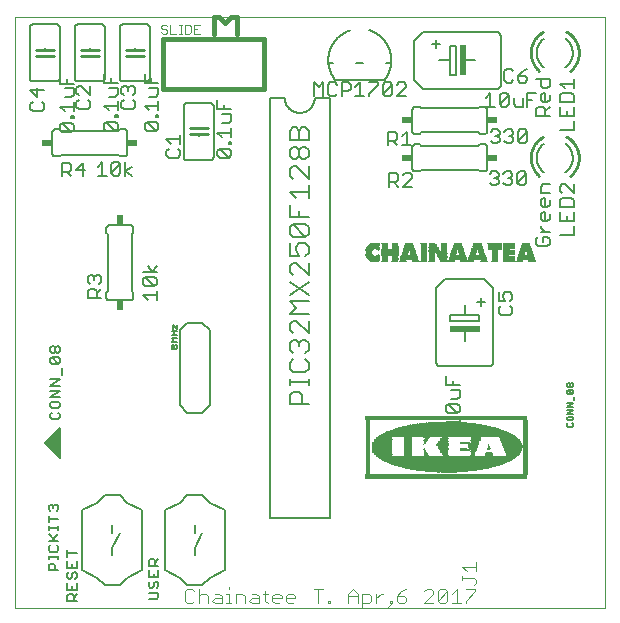
<source format=gto>
G75*
%MOIN*%
%OFA0B0*%
%FSLAX25Y25*%
%IPPOS*%
%LPD*%
%AMOC8*
5,1,8,0,0,1.08239X$1,22.5*
%
%ADD10C,0.00000*%
%ADD11R,0.53900X0.00070*%
%ADD12R,0.53900X0.00070*%
%ADD13R,0.03080X0.00070*%
%ADD14R,0.00280X0.00070*%
%ADD15R,0.01890X0.00070*%
%ADD16R,0.00210X0.00070*%
%ADD17R,0.01890X0.00070*%
%ADD18R,0.01330X0.00070*%
%ADD19R,0.00770X0.00070*%
%ADD20R,0.00420X0.00070*%
%ADD21R,0.01050X0.00070*%
%ADD22R,0.00140X0.00070*%
%ADD23R,0.00770X0.00070*%
%ADD24R,0.00490X0.00070*%
%ADD25R,0.00980X0.00070*%
%ADD26R,0.00420X0.00070*%
%ADD27R,0.00700X0.00070*%
%ADD28R,0.00140X0.00070*%
%ADD29R,0.01680X0.00070*%
%ADD30R,0.01610X0.00070*%
%ADD31R,0.00070X0.00070*%
%ADD32R,0.00070X0.00070*%
%ADD33R,0.01190X0.00070*%
%ADD34R,0.01540X0.00070*%
%ADD35R,0.01120X0.00070*%
%ADD36R,0.01610X0.00070*%
%ADD37R,0.01190X0.00070*%
%ADD38R,0.01540X0.00070*%
%ADD39R,0.01120X0.00070*%
%ADD40R,0.00140X0.00070*%
%ADD41R,0.00070X0.00070*%
%ADD42R,0.00630X0.00070*%
%ADD43R,0.00350X0.00070*%
%ADD44R,0.00070X0.00070*%
%ADD45R,0.00140X0.00070*%
%ADD46R,0.07700X0.00070*%
%ADD47R,0.00210X0.00070*%
%ADD48R,0.10010X0.00070*%
%ADD49R,0.12110X0.00070*%
%ADD50R,0.13790X0.00070*%
%ADD51R,0.15260X0.00070*%
%ADD52R,0.16450X0.00070*%
%ADD53R,0.17640X0.00070*%
%ADD54R,0.18830X0.00070*%
%ADD55R,0.19740X0.00070*%
%ADD56R,0.20160X0.00070*%
%ADD57R,0.21560X0.00070*%
%ADD58R,0.22330X0.00070*%
%ADD59R,0.23240X0.00070*%
%ADD60R,0.24010X0.00070*%
%ADD61R,0.24780X0.00070*%
%ADD62R,0.25550X0.00070*%
%ADD63R,0.26390X0.00070*%
%ADD64R,0.27090X0.00070*%
%ADD65R,0.27720X0.00070*%
%ADD66R,0.28350X0.00070*%
%ADD67R,0.28980X0.00070*%
%ADD68R,0.29470X0.00070*%
%ADD69R,0.30100X0.00070*%
%ADD70R,0.30660X0.00070*%
%ADD71R,0.31080X0.00070*%
%ADD72R,0.31640X0.00070*%
%ADD73R,0.32200X0.00070*%
%ADD74R,0.32690X0.00070*%
%ADD75R,0.33250X0.00070*%
%ADD76R,0.33740X0.00070*%
%ADD77R,0.34160X0.00070*%
%ADD78R,0.34580X0.00070*%
%ADD79R,0.35140X0.00070*%
%ADD80R,0.35420X0.00070*%
%ADD81R,0.35980X0.00070*%
%ADD82R,0.36260X0.00070*%
%ADD83R,0.36750X0.00070*%
%ADD84R,0.37100X0.00070*%
%ADD85R,0.37450X0.00070*%
%ADD86R,0.37870X0.00070*%
%ADD87R,0.38220X0.00070*%
%ADD88R,0.38500X0.00070*%
%ADD89R,0.38990X0.00070*%
%ADD90R,0.39270X0.00070*%
%ADD91R,0.39620X0.00070*%
%ADD92R,0.39900X0.00070*%
%ADD93R,0.40250X0.00070*%
%ADD94R,0.40530X0.00070*%
%ADD95R,0.40880X0.00070*%
%ADD96R,0.41160X0.00070*%
%ADD97R,0.41510X0.00070*%
%ADD98R,0.41720X0.00070*%
%ADD99R,0.42000X0.00070*%
%ADD100R,0.42280X0.00070*%
%ADD101R,0.42630X0.00070*%
%ADD102R,0.42840X0.00070*%
%ADD103R,0.43120X0.00070*%
%ADD104R,0.43400X0.00070*%
%ADD105R,0.43680X0.00070*%
%ADD106R,0.43820X0.00070*%
%ADD107R,0.44100X0.00070*%
%ADD108R,0.44310X0.00070*%
%ADD109R,0.44520X0.00070*%
%ADD110R,0.44730X0.00070*%
%ADD111R,0.44940X0.00070*%
%ADD112R,0.45290X0.00070*%
%ADD113R,0.45430X0.00070*%
%ADD114R,0.45570X0.00070*%
%ADD115R,0.45780X0.00070*%
%ADD116R,0.45990X0.00070*%
%ADD117R,0.46200X0.00070*%
%ADD118R,0.46270X0.00070*%
%ADD119R,0.04760X0.00070*%
%ADD120R,0.02030X0.00070*%
%ADD121R,0.01330X0.00070*%
%ADD122R,0.01120X0.00070*%
%ADD123R,0.00910X0.00070*%
%ADD124R,0.02450X0.00070*%
%ADD125R,0.03150X0.00070*%
%ADD126R,0.04830X0.00070*%
%ADD127R,0.02100X0.00070*%
%ADD128R,0.00840X0.00070*%
%ADD129R,0.02520X0.00070*%
%ADD130R,0.03220X0.00070*%
%ADD131R,0.05040X0.00070*%
%ADD132R,0.02170X0.00070*%
%ADD133R,0.01400X0.00070*%
%ADD134R,0.01260X0.00070*%
%ADD135R,0.02520X0.00070*%
%ADD136R,0.03360X0.00070*%
%ADD137R,0.05110X0.00070*%
%ADD138R,0.02240X0.00070*%
%ADD139R,0.01400X0.00070*%
%ADD140R,0.00980X0.00070*%
%ADD141R,0.02660X0.00070*%
%ADD142R,0.03500X0.00070*%
%ADD143R,0.05250X0.00070*%
%ADD144R,0.02310X0.00070*%
%ADD145R,0.01470X0.00070*%
%ADD146R,0.02660X0.00070*%
%ADD147R,0.03710X0.00070*%
%ADD148R,0.05250X0.00070*%
%ADD149R,0.02380X0.00070*%
%ADD150R,0.03710X0.00070*%
%ADD151R,0.05390X0.00070*%
%ADD152R,0.02310X0.00070*%
%ADD153R,0.01680X0.00070*%
%ADD154R,0.01050X0.00070*%
%ADD155R,0.03990X0.00070*%
%ADD156R,0.05460X0.00070*%
%ADD157R,0.02380X0.00070*%
%ADD158R,0.01120X0.00070*%
%ADD159R,0.04060X0.00070*%
%ADD160R,0.05600X0.00070*%
%ADD161R,0.01750X0.00070*%
%ADD162R,0.01260X0.00070*%
%ADD163R,0.04060X0.00070*%
%ADD164R,0.05600X0.00070*%
%ADD165R,0.01820X0.00070*%
%ADD166R,0.04270X0.00070*%
%ADD167R,0.05670X0.00070*%
%ADD168R,0.01820X0.00070*%
%ADD169R,0.01190X0.00070*%
%ADD170R,0.04270X0.00070*%
%ADD171R,0.05740X0.00070*%
%ADD172R,0.01890X0.00070*%
%ADD173R,0.04410X0.00070*%
%ADD174R,0.05810X0.00070*%
%ADD175R,0.01960X0.00070*%
%ADD176R,0.04480X0.00070*%
%ADD177R,0.05880X0.00070*%
%ADD178R,0.01960X0.00070*%
%ADD179R,0.04550X0.00070*%
%ADD180R,0.05950X0.00070*%
%ADD181R,0.02030X0.00070*%
%ADD182R,0.04620X0.00070*%
%ADD183R,0.05950X0.00070*%
%ADD184R,0.02240X0.00070*%
%ADD185R,0.06020X0.00070*%
%ADD186R,0.01470X0.00070*%
%ADD187R,0.02170X0.00070*%
%ADD188R,0.06090X0.00070*%
%ADD189R,0.00910X0.00070*%
%ADD190R,0.02170X0.00070*%
%ADD191R,0.02100X0.00070*%
%ADD192R,0.04900X0.00070*%
%ADD193R,0.06160X0.00070*%
%ADD194R,0.05040X0.00070*%
%ADD195R,0.06230X0.00070*%
%ADD196R,0.02240X0.00070*%
%ADD197R,0.06230X0.00070*%
%ADD198R,0.00840X0.00070*%
%ADD199R,0.01470X0.00070*%
%ADD200R,0.05180X0.00070*%
%ADD201R,0.06300X0.00070*%
%ADD202R,0.06370X0.00070*%
%ADD203R,0.02450X0.00070*%
%ADD204R,0.01540X0.00070*%
%ADD205R,0.05320X0.00070*%
%ADD206R,0.06370X0.00070*%
%ADD207R,0.00700X0.00070*%
%ADD208R,0.01540X0.00070*%
%ADD209R,0.06440X0.00070*%
%ADD210R,0.05390X0.00070*%
%ADD211R,0.06440X0.00070*%
%ADD212R,0.00630X0.00070*%
%ADD213R,0.05530X0.00070*%
%ADD214R,0.06510X0.00070*%
%ADD215R,0.00560X0.00070*%
%ADD216R,0.06510X0.00070*%
%ADD217R,0.02590X0.00070*%
%ADD218R,0.01750X0.00070*%
%ADD219R,0.00490X0.00070*%
%ADD220R,0.06580X0.00070*%
%ADD221R,0.05740X0.00070*%
%ADD222R,0.06650X0.00070*%
%ADD223R,0.00420X0.00070*%
%ADD224R,0.02730X0.00070*%
%ADD225R,0.03360X0.00070*%
%ADD226R,0.05810X0.00070*%
%ADD227R,0.00350X0.00070*%
%ADD228R,0.02800X0.00070*%
%ADD229R,0.03430X0.00070*%
%ADD230R,0.06650X0.00070*%
%ADD231R,0.02870X0.00070*%
%ADD232R,0.05880X0.00070*%
%ADD233R,0.06720X0.00070*%
%ADD234R,0.02870X0.00070*%
%ADD235R,0.06720X0.00070*%
%ADD236R,0.02940X0.00070*%
%ADD237R,0.06020X0.00070*%
%ADD238R,0.02940X0.00070*%
%ADD239R,0.03010X0.00070*%
%ADD240R,0.02520X0.00070*%
%ADD241R,0.06090X0.00070*%
%ADD242R,0.03010X0.00070*%
%ADD243R,0.02800X0.00070*%
%ADD244R,0.06160X0.00070*%
%ADD245R,0.06790X0.00070*%
%ADD246R,0.03080X0.00070*%
%ADD247R,0.06790X0.00070*%
%ADD248R,0.03150X0.00070*%
%ADD249R,0.02730X0.00070*%
%ADD250R,0.03220X0.00070*%
%ADD251R,0.00770X0.00070*%
%ADD252R,0.03290X0.00070*%
%ADD253R,0.06860X0.00070*%
%ADD254R,0.02870X0.00070*%
%ADD255R,0.06370X0.00070*%
%ADD256R,0.03500X0.00070*%
%ADD257R,0.00560X0.00070*%
%ADD258R,0.03570X0.00070*%
%ADD259R,0.03640X0.00070*%
%ADD260R,0.00280X0.00070*%
%ADD261R,0.06580X0.00070*%
%ADD262R,0.03780X0.00070*%
%ADD263R,0.03780X0.00070*%
%ADD264R,0.03220X0.00070*%
%ADD265R,0.06720X0.00070*%
%ADD266R,0.03920X0.00070*%
%ADD267R,0.03290X0.00070*%
%ADD268R,0.03850X0.00070*%
%ADD269R,0.03220X0.00070*%
%ADD270R,0.03850X0.00070*%
%ADD271R,0.06720X0.00070*%
%ADD272R,0.03640X0.00070*%
%ADD273R,0.03570X0.00070*%
%ADD274R,0.06300X0.00070*%
%ADD275R,0.00840X0.00070*%
%ADD276R,0.02940X0.00070*%
%ADD277R,0.02940X0.00070*%
%ADD278R,0.06440X0.00070*%
%ADD279R,0.06440X0.00070*%
%ADD280R,0.05670X0.00070*%
%ADD281R,0.02590X0.00070*%
%ADD282R,0.05530X0.00070*%
%ADD283R,0.05460X0.00070*%
%ADD284R,0.05320X0.00070*%
%ADD285R,0.01470X0.00070*%
%ADD286R,0.05110X0.00070*%
%ADD287R,0.04900X0.00070*%
%ADD288R,0.03290X0.00070*%
%ADD289R,0.04760X0.00070*%
%ADD290R,0.04690X0.00070*%
%ADD291R,0.04620X0.00070*%
%ADD292R,0.01820X0.00070*%
%ADD293R,0.05320X0.00070*%
%ADD294R,0.04340X0.00070*%
%ADD295R,0.45220X0.00070*%
%ADD296R,0.45010X0.00070*%
%ADD297R,0.44800X0.00070*%
%ADD298R,0.44380X0.00070*%
%ADD299R,0.44170X0.00070*%
%ADD300R,0.43330X0.00070*%
%ADD301R,0.42700X0.00070*%
%ADD302R,0.42140X0.00070*%
%ADD303R,0.41860X0.00070*%
%ADD304R,0.41580X0.00070*%
%ADD305R,0.41230X0.00070*%
%ADD306R,0.40950X0.00070*%
%ADD307R,0.40670X0.00070*%
%ADD308R,0.40320X0.00070*%
%ADD309R,0.39830X0.00070*%
%ADD310R,0.39060X0.00070*%
%ADD311R,0.38640X0.00070*%
%ADD312R,0.38290X0.00070*%
%ADD313R,0.37590X0.00070*%
%ADD314R,0.37240X0.00070*%
%ADD315R,0.36820X0.00070*%
%ADD316R,0.36330X0.00070*%
%ADD317R,0.35490X0.00070*%
%ADD318R,0.35000X0.00070*%
%ADD319R,0.34720X0.00070*%
%ADD320R,0.34230X0.00070*%
%ADD321R,0.33320X0.00070*%
%ADD322R,0.32830X0.00070*%
%ADD323R,0.32340X0.00070*%
%ADD324R,0.31780X0.00070*%
%ADD325R,0.31220X0.00070*%
%ADD326R,0.30170X0.00070*%
%ADD327R,0.29540X0.00070*%
%ADD328R,0.28910X0.00070*%
%ADD329R,0.28280X0.00070*%
%ADD330R,0.27930X0.00070*%
%ADD331R,0.27160X0.00070*%
%ADD332R,0.26460X0.00070*%
%ADD333R,0.25690X0.00070*%
%ADD334R,0.25060X0.00070*%
%ADD335R,0.24290X0.00070*%
%ADD336R,0.23590X0.00070*%
%ADD337R,0.22540X0.00070*%
%ADD338R,0.21630X0.00070*%
%ADD339R,0.20650X0.00070*%
%ADD340R,0.19950X0.00070*%
%ADD341R,0.17570X0.00070*%
%ADD342R,0.16730X0.00070*%
%ADD343R,0.15400X0.00070*%
%ADD344R,0.14000X0.00070*%
%ADD345R,0.12530X0.00070*%
%ADD346R,0.10570X0.00070*%
%ADD347R,0.08400X0.00070*%
%ADD348R,0.00490X0.00070*%
%ADD349R,0.01000X0.00100*%
%ADD350R,0.00100X0.00100*%
%ADD351R,0.02000X0.00100*%
%ADD352R,0.00200X0.00100*%
%ADD353R,0.00300X0.00100*%
%ADD354R,0.02700X0.00100*%
%ADD355R,0.02200X0.00100*%
%ADD356R,0.02300X0.00100*%
%ADD357R,0.02400X0.00100*%
%ADD358R,0.02100X0.00100*%
%ADD359R,0.04700X0.00100*%
%ADD360R,0.04200X0.00100*%
%ADD361R,0.03000X0.00100*%
%ADD362R,0.04100X0.00100*%
%ADD363R,0.03200X0.00100*%
%ADD364R,0.03300X0.00100*%
%ADD365R,0.03500X0.00100*%
%ADD366R,0.03600X0.00100*%
%ADD367R,0.02500X0.00100*%
%ADD368R,0.03700X0.00100*%
%ADD369R,0.02600X0.00100*%
%ADD370R,0.03900X0.00100*%
%ADD371R,0.06100X0.00100*%
%ADD372R,0.06200X0.00100*%
%ADD373R,0.02800X0.00100*%
%ADD374R,0.06000X0.00100*%
%ADD375R,0.05900X0.00100*%
%ADD376R,0.02900X0.00100*%
%ADD377R,0.04300X0.00100*%
%ADD378R,0.05800X0.00100*%
%ADD379R,0.05700X0.00100*%
%ADD380R,0.04400X0.00100*%
%ADD381R,0.03100X0.00100*%
%ADD382R,0.05600X0.00100*%
%ADD383R,0.04500X0.00100*%
%ADD384R,0.05500X0.00100*%
%ADD385R,0.04600X0.00100*%
%ADD386R,0.05400X0.00100*%
%ADD387R,0.00700X0.00100*%
%ADD388R,0.05300X0.00100*%
%ADD389R,0.00400X0.00100*%
%ADD390R,0.03400X0.00100*%
%ADD391R,0.05200X0.00100*%
%ADD392R,0.03800X0.00100*%
%ADD393R,0.04000X0.00100*%
%ADD394R,0.01900X0.00100*%
%ADD395R,0.00500X0.00100*%
%ADD396R,0.01800X0.00100*%
%ADD397R,0.00600X0.00100*%
%ADD398R,0.00800X0.00100*%
%ADD399R,0.00900X0.00100*%
%ADD400C,0.00400*%
%ADD401C,0.00600*%
%ADD402C,0.01000*%
%ADD403C,0.00500*%
%ADD404R,0.10000X0.02000*%
%ADD405R,0.02000X0.10000*%
%ADD406R,0.03400X0.02400*%
%ADD407R,0.02400X0.03400*%
%ADD408C,0.00700*%
%ADD409C,0.01600*%
%ADD410C,0.00300*%
%ADD411C,0.00800*%
D10*
X0001800Y0001800D02*
X0001800Y0198650D01*
X0198650Y0198650D01*
X0198650Y0001800D01*
X0001800Y0001800D01*
D11*
X0145685Y0044850D03*
X0145685Y0044990D03*
X0145685Y0045060D03*
X0145685Y0045200D03*
X0145685Y0045340D03*
X0145685Y0045410D03*
X0145685Y0045550D03*
X0145685Y0045690D03*
X0145685Y0045760D03*
X0145685Y0045900D03*
X0145685Y0064310D03*
X0145685Y0064450D03*
X0145685Y0064590D03*
X0145685Y0064660D03*
X0145685Y0064800D03*
X0145685Y0064940D03*
X0145685Y0065010D03*
X0145685Y0065150D03*
X0145685Y0065290D03*
X0145685Y0065360D03*
D12*
X0145685Y0065430D03*
X0145685Y0065220D03*
X0145685Y0065080D03*
X0145685Y0064870D03*
X0145685Y0064730D03*
X0145685Y0064520D03*
X0145685Y0064380D03*
X0145685Y0045830D03*
X0145685Y0045620D03*
X0145685Y0045480D03*
X0145685Y0045270D03*
X0145685Y0045130D03*
X0145685Y0044920D03*
D13*
X0154575Y0055280D03*
X0120275Y0045970D03*
D14*
X0122025Y0045970D03*
X0135605Y0047580D03*
X0139105Y0045970D03*
X0143025Y0045970D03*
X0143865Y0045970D03*
X0148345Y0046880D03*
X0149185Y0045970D03*
X0150585Y0045970D03*
X0151705Y0045970D03*
X0157305Y0045970D03*
X0158425Y0045970D03*
X0159825Y0045970D03*
X0169905Y0045970D03*
X0154785Y0062980D03*
X0138475Y0054230D03*
D15*
X0134380Y0045970D03*
X0132140Y0045970D03*
X0129900Y0045970D03*
X0127660Y0045970D03*
X0123180Y0045970D03*
D16*
X0124300Y0045970D03*
X0126540Y0045970D03*
X0128780Y0045970D03*
X0131020Y0045970D03*
X0133260Y0045970D03*
X0135500Y0045970D03*
X0137180Y0045970D03*
X0138300Y0045970D03*
X0139420Y0045970D03*
X0139700Y0045970D03*
X0141100Y0045970D03*
X0142500Y0045970D03*
X0144600Y0046880D03*
X0145020Y0045970D03*
X0145860Y0045970D03*
X0146140Y0045970D03*
X0146420Y0045970D03*
X0147820Y0045970D03*
X0147960Y0046880D03*
X0149500Y0045970D03*
X0149780Y0045970D03*
X0152580Y0045970D03*
X0152860Y0045970D03*
X0153140Y0045970D03*
X0154540Y0045970D03*
X0155940Y0045970D03*
X0156220Y0045970D03*
X0156500Y0045970D03*
X0159300Y0045970D03*
X0161260Y0045970D03*
X0162660Y0045970D03*
X0162940Y0045970D03*
X0163220Y0045970D03*
X0164060Y0045970D03*
X0165180Y0045970D03*
X0166020Y0045970D03*
X0166300Y0045970D03*
X0166580Y0045970D03*
X0167980Y0045970D03*
X0169380Y0045970D03*
X0170780Y0045970D03*
X0159860Y0055630D03*
X0148450Y0063470D03*
X0148170Y0063470D03*
X0138440Y0056330D03*
X0138440Y0054370D03*
D17*
X0125420Y0045970D03*
D18*
X0136340Y0045970D03*
X0139000Y0057870D03*
D19*
X0137740Y0045970D03*
D20*
X0138685Y0045970D03*
X0143445Y0045970D03*
X0156885Y0045970D03*
D21*
X0155240Y0045970D03*
X0153840Y0045970D03*
X0154330Y0052270D03*
X0159860Y0054580D03*
X0160560Y0045970D03*
X0161960Y0045970D03*
X0167280Y0045970D03*
X0168680Y0045970D03*
X0147120Y0045970D03*
X0141800Y0045970D03*
X0140400Y0045970D03*
D22*
X0142745Y0045970D03*
X0143445Y0046880D03*
X0159545Y0045970D03*
X0148695Y0063470D03*
D23*
X0159860Y0055070D03*
X0159860Y0054930D03*
X0164620Y0045970D03*
X0144460Y0045970D03*
D24*
X0145440Y0045970D03*
X0152160Y0045970D03*
X0158880Y0045970D03*
X0163640Y0045970D03*
X0165600Y0045970D03*
X0170360Y0045970D03*
X0138650Y0053880D03*
X0138510Y0054020D03*
D25*
X0138825Y0057380D03*
X0148485Y0045970D03*
X0154295Y0052130D03*
X0159895Y0054720D03*
D26*
X0159825Y0055420D03*
X0150165Y0045970D03*
X0138615Y0056680D03*
D27*
X0138685Y0057030D03*
X0138755Y0053530D03*
X0145755Y0046880D03*
X0151145Y0045970D03*
X0157865Y0045970D03*
D28*
X0151215Y0047020D03*
X0145265Y0046880D03*
X0143655Y0046880D03*
X0142955Y0046880D03*
X0138405Y0054580D03*
X0134625Y0047720D03*
X0133435Y0047930D03*
X0130285Y0048630D03*
X0140435Y0063330D03*
X0148975Y0063470D03*
X0150935Y0056820D03*
X0151775Y0056820D03*
X0152615Y0056820D03*
X0159825Y0055770D03*
X0169625Y0045970D03*
D29*
X0171795Y0045970D03*
X0154645Y0053670D03*
X0154715Y0054020D03*
X0145405Y0052480D03*
X0139175Y0058430D03*
D30*
X0139140Y0058360D03*
X0139140Y0058290D03*
X0154680Y0053810D03*
X0154610Y0053460D03*
X0119540Y0053600D03*
X0119540Y0053740D03*
X0119540Y0053250D03*
X0119540Y0053040D03*
X0119540Y0052900D03*
X0119540Y0052340D03*
X0119540Y0051850D03*
X0119540Y0051640D03*
X0119540Y0051500D03*
X0119540Y0050940D03*
X0119540Y0050800D03*
X0119540Y0050310D03*
X0119540Y0050100D03*
X0119540Y0049960D03*
X0119540Y0049890D03*
X0119540Y0049540D03*
X0119540Y0049260D03*
X0119540Y0048910D03*
X0119540Y0048560D03*
X0119540Y0048490D03*
X0119540Y0048210D03*
X0119540Y0048000D03*
X0119540Y0047510D03*
X0119540Y0047300D03*
X0119540Y0047160D03*
X0119540Y0046810D03*
X0119540Y0046600D03*
X0119540Y0046040D03*
X0119540Y0054300D03*
X0119540Y0054440D03*
X0119540Y0054650D03*
X0119540Y0055000D03*
X0119540Y0055210D03*
X0119540Y0055490D03*
X0119540Y0055700D03*
X0119540Y0055840D03*
X0119540Y0056190D03*
X0119540Y0056260D03*
X0119540Y0056400D03*
X0119540Y0056610D03*
X0119540Y0057100D03*
X0119540Y0057240D03*
X0119540Y0057450D03*
X0119540Y0057660D03*
X0119540Y0057800D03*
X0119540Y0057940D03*
X0119540Y0058150D03*
X0119540Y0058360D03*
X0119540Y0058640D03*
X0119540Y0058850D03*
X0119540Y0058990D03*
X0119540Y0059060D03*
X0119540Y0059200D03*
X0119540Y0059340D03*
X0119540Y0059550D03*
X0119540Y0059760D03*
X0119540Y0060040D03*
X0119540Y0060250D03*
X0119540Y0060460D03*
X0119540Y0060600D03*
X0119540Y0060740D03*
X0119540Y0060950D03*
X0119540Y0061160D03*
X0119540Y0061440D03*
X0119540Y0061650D03*
X0119540Y0062000D03*
X0119540Y0062210D03*
X0119540Y0062350D03*
X0119540Y0062560D03*
X0119540Y0062700D03*
X0119540Y0062910D03*
X0119540Y0063400D03*
X0119540Y0063540D03*
X0119540Y0063750D03*
X0119540Y0063960D03*
D31*
X0126190Y0060390D03*
X0130740Y0061860D03*
X0131300Y0062000D03*
X0133890Y0062560D03*
X0135850Y0062840D03*
X0139350Y0063260D03*
X0141450Y0063400D03*
X0141590Y0063400D03*
X0144040Y0063540D03*
X0144600Y0063540D03*
X0145790Y0063540D03*
X0146350Y0063540D03*
X0147050Y0063540D03*
X0147890Y0058710D03*
X0143690Y0058710D03*
X0142290Y0058710D03*
X0140890Y0058710D03*
X0140050Y0058710D03*
X0138300Y0057240D03*
X0138440Y0056260D03*
X0135290Y0058710D03*
X0135150Y0051990D03*
X0134800Y0051990D03*
X0134590Y0051990D03*
X0134100Y0051990D03*
X0135640Y0051990D03*
X0135990Y0051990D03*
X0137950Y0051990D03*
X0140050Y0051990D03*
X0142150Y0051990D03*
X0142990Y0051990D03*
X0143200Y0051990D03*
X0143550Y0051990D03*
X0144040Y0051990D03*
X0144390Y0051990D03*
X0146350Y0051990D03*
X0147190Y0051990D03*
X0147750Y0051990D03*
X0148590Y0051990D03*
X0149150Y0051990D03*
X0149990Y0051990D03*
X0150550Y0051990D03*
X0151390Y0051990D03*
X0151600Y0051990D03*
X0151950Y0051990D03*
X0152440Y0051990D03*
X0152790Y0051990D03*
X0155590Y0051990D03*
X0155800Y0051990D03*
X0156150Y0051990D03*
X0156640Y0051990D03*
X0156990Y0051990D03*
X0160350Y0054510D03*
X0161190Y0051990D03*
X0161750Y0051990D03*
X0162590Y0051990D03*
X0163150Y0051990D03*
X0163990Y0051990D03*
X0164200Y0051990D03*
X0164550Y0051990D03*
X0165040Y0051990D03*
X0165390Y0051990D03*
X0165390Y0046040D03*
X0165950Y0046040D03*
X0166790Y0046040D03*
X0168190Y0046040D03*
X0169590Y0046040D03*
X0170150Y0046040D03*
X0170990Y0046040D03*
X0163990Y0046040D03*
X0163150Y0046040D03*
X0162590Y0046040D03*
X0161190Y0046040D03*
X0159790Y0046040D03*
X0158390Y0046040D03*
X0157550Y0046040D03*
X0156150Y0046040D03*
X0154750Y0046040D03*
X0153350Y0046040D03*
X0152790Y0046040D03*
X0151950Y0046040D03*
X0150550Y0046040D03*
X0149990Y0046040D03*
X0149150Y0046040D03*
X0149850Y0046950D03*
X0147750Y0046040D03*
X0146350Y0046040D03*
X0145790Y0046040D03*
X0145090Y0046040D03*
X0144950Y0046040D03*
X0144600Y0046810D03*
X0144250Y0046810D03*
X0145300Y0046810D03*
X0145440Y0046810D03*
X0146490Y0046810D03*
X0142990Y0046040D03*
X0141450Y0046950D03*
X0139700Y0047090D03*
X0139350Y0046040D03*
X0137390Y0046040D03*
X0137600Y0047300D03*
X0136340Y0047440D03*
X0133190Y0046040D03*
X0130950Y0046040D03*
X0128990Y0046040D03*
X0126750Y0046040D03*
X0128150Y0049260D03*
X0128150Y0051990D03*
X0127800Y0051990D03*
X0128640Y0051990D03*
X0128990Y0051990D03*
X0130950Y0051990D03*
X0131790Y0051990D03*
X0121990Y0046040D03*
X0152440Y0063260D03*
X0154540Y0063050D03*
X0155450Y0062910D03*
X0158740Y0048000D03*
X0158040Y0047860D03*
X0156850Y0047650D03*
X0155450Y0047440D03*
D32*
X0155870Y0047510D03*
X0155870Y0046040D03*
X0156430Y0046040D03*
X0156710Y0046040D03*
X0157270Y0046040D03*
X0158670Y0046040D03*
X0159230Y0046040D03*
X0159510Y0046040D03*
X0160070Y0046040D03*
X0161470Y0046040D03*
X0162870Y0046040D03*
X0163430Y0046040D03*
X0164270Y0046040D03*
X0165110Y0046040D03*
X0166230Y0046040D03*
X0166510Y0046040D03*
X0167910Y0046040D03*
X0169310Y0046040D03*
X0169870Y0046040D03*
X0170710Y0046040D03*
X0165880Y0051990D03*
X0165670Y0051990D03*
X0164830Y0051990D03*
X0163710Y0051990D03*
X0163430Y0051990D03*
X0162870Y0051990D03*
X0162310Y0051990D03*
X0162030Y0051990D03*
X0161470Y0051990D03*
X0161960Y0048700D03*
X0157620Y0047790D03*
X0154470Y0046040D03*
X0153070Y0046040D03*
X0152510Y0046040D03*
X0151670Y0046040D03*
X0150830Y0046040D03*
X0150480Y0046950D03*
X0150270Y0046950D03*
X0149710Y0046040D03*
X0149430Y0046040D03*
X0148030Y0046040D03*
X0146630Y0046040D03*
X0146070Y0046040D03*
X0146210Y0046810D03*
X0145020Y0046810D03*
X0144110Y0046040D03*
X0143830Y0046040D03*
X0143270Y0046040D03*
X0142710Y0046040D03*
X0142430Y0046040D03*
X0141310Y0046040D03*
X0141030Y0046040D03*
X0141030Y0046950D03*
X0141310Y0046950D03*
X0139910Y0046040D03*
X0139630Y0046040D03*
X0139070Y0046040D03*
X0138510Y0046040D03*
X0138230Y0046040D03*
X0137110Y0046040D03*
X0137460Y0047300D03*
X0135920Y0047510D03*
X0134870Y0047650D03*
X0134170Y0047790D03*
X0134030Y0047790D03*
X0133820Y0047860D03*
X0133470Y0046040D03*
X0135430Y0046040D03*
X0135710Y0046040D03*
X0139560Y0047090D03*
X0140260Y0051990D03*
X0140470Y0051990D03*
X0140680Y0051990D03*
X0141030Y0051990D03*
X0141310Y0051990D03*
X0141520Y0051990D03*
X0141870Y0051990D03*
X0142360Y0051990D03*
X0142710Y0051990D03*
X0143830Y0051990D03*
X0144670Y0051990D03*
X0144880Y0051990D03*
X0146630Y0051990D03*
X0146910Y0051990D03*
X0147470Y0051990D03*
X0148030Y0051990D03*
X0148310Y0051990D03*
X0148870Y0051990D03*
X0149430Y0051990D03*
X0149710Y0051990D03*
X0150270Y0051990D03*
X0150760Y0051990D03*
X0151110Y0051990D03*
X0152230Y0051990D03*
X0153070Y0051990D03*
X0153280Y0051990D03*
X0153630Y0051990D03*
X0154960Y0051990D03*
X0155170Y0051990D03*
X0155380Y0051990D03*
X0156430Y0051990D03*
X0157270Y0051990D03*
X0157480Y0051990D03*
X0157830Y0051990D03*
X0158110Y0051990D03*
X0158320Y0051990D03*
X0158530Y0051990D03*
X0159510Y0054510D03*
X0159720Y0054510D03*
X0159930Y0054510D03*
X0160070Y0054510D03*
X0159860Y0055840D03*
X0161330Y0061790D03*
X0163780Y0061090D03*
X0167630Y0059410D03*
X0158810Y0062350D03*
X0158110Y0062490D03*
X0156920Y0062700D03*
X0156780Y0062700D03*
X0156080Y0062840D03*
X0154330Y0063050D03*
X0153070Y0063190D03*
X0152930Y0063190D03*
X0152230Y0063260D03*
X0150480Y0063400D03*
X0148380Y0063540D03*
X0146770Y0063540D03*
X0146560Y0063540D03*
X0146070Y0063540D03*
X0145510Y0063540D03*
X0145230Y0063540D03*
X0144880Y0063540D03*
X0141310Y0063400D03*
X0138720Y0063190D03*
X0137320Y0063050D03*
X0135710Y0062840D03*
X0134870Y0062700D03*
X0132910Y0062350D03*
X0131860Y0058710D03*
X0134170Y0058710D03*
X0136130Y0058710D03*
X0137810Y0058710D03*
X0143130Y0058710D03*
X0148730Y0058710D03*
X0149570Y0058710D03*
X0152930Y0058710D03*
X0152930Y0047160D03*
X0152230Y0047090D03*
X0138370Y0051990D03*
X0138160Y0051990D03*
X0137670Y0051990D03*
X0137320Y0051990D03*
X0137110Y0051990D03*
X0136830Y0051990D03*
X0136480Y0051990D03*
X0136270Y0051990D03*
X0135430Y0051990D03*
X0134310Y0051990D03*
X0131510Y0051990D03*
X0131160Y0051990D03*
X0130670Y0051990D03*
X0130320Y0051990D03*
X0130110Y0051990D03*
X0129830Y0051990D03*
X0129480Y0051990D03*
X0129270Y0051990D03*
X0128430Y0051990D03*
X0127030Y0049610D03*
X0126470Y0046040D03*
X0124510Y0046040D03*
X0124230Y0046040D03*
X0122270Y0046040D03*
X0128710Y0046040D03*
X0131230Y0046040D03*
X0129410Y0058710D03*
X0128570Y0058710D03*
X0128360Y0061160D03*
X0125910Y0060250D03*
D33*
X0138930Y0057660D03*
X0138860Y0052900D03*
X0172040Y0052760D03*
X0172040Y0052690D03*
X0172040Y0052550D03*
X0172040Y0052340D03*
X0172040Y0051850D03*
X0172040Y0051640D03*
X0172040Y0051360D03*
X0172040Y0051290D03*
X0172040Y0051010D03*
X0172040Y0050660D03*
X0172040Y0050590D03*
X0172040Y0050450D03*
X0172040Y0050240D03*
X0172040Y0049750D03*
X0172040Y0049610D03*
X0172040Y0049400D03*
X0172040Y0049190D03*
X0172040Y0048910D03*
X0172040Y0048560D03*
X0172040Y0048490D03*
X0172040Y0048210D03*
X0172040Y0048000D03*
X0172040Y0047650D03*
X0172040Y0047440D03*
X0172040Y0047300D03*
X0172040Y0047160D03*
X0172040Y0047090D03*
X0172040Y0046810D03*
X0172040Y0046600D03*
X0172040Y0046040D03*
X0172040Y0053110D03*
X0172040Y0053390D03*
X0172040Y0053600D03*
X0172040Y0053740D03*
X0172040Y0053950D03*
X0172040Y0054440D03*
X0172040Y0054650D03*
X0172040Y0055000D03*
X0172040Y0055210D03*
X0172040Y0055490D03*
X0172040Y0055700D03*
X0172040Y0055910D03*
X0172040Y0056050D03*
X0172040Y0056540D03*
X0172040Y0056750D03*
X0172040Y0056890D03*
X0172040Y0056960D03*
X0172040Y0057310D03*
X0172040Y0057800D03*
X0172040Y0058010D03*
X0172040Y0058290D03*
X0172040Y0058360D03*
X0172040Y0058640D03*
X0172040Y0058990D03*
X0172040Y0059060D03*
X0172040Y0059410D03*
X0172040Y0059690D03*
X0172040Y0059900D03*
X0172040Y0060110D03*
X0172040Y0060250D03*
X0172040Y0060740D03*
X0172040Y0061090D03*
X0172040Y0061160D03*
X0172040Y0061440D03*
X0172040Y0061650D03*
X0172040Y0062000D03*
X0172040Y0062210D03*
X0172040Y0062350D03*
X0172040Y0062840D03*
X0172040Y0063050D03*
X0172040Y0063190D03*
X0172040Y0063260D03*
X0172040Y0063610D03*
X0172040Y0063890D03*
D34*
X0171865Y0064240D03*
X0145475Y0052340D03*
X0139105Y0058150D03*
X0139175Y0058500D03*
X0139175Y0058710D03*
X0119505Y0058710D03*
X0119505Y0058500D03*
X0119505Y0058290D03*
X0119505Y0058010D03*
X0119505Y0057590D03*
X0119505Y0057310D03*
X0119505Y0056960D03*
X0119505Y0056890D03*
X0119505Y0056750D03*
X0119505Y0056540D03*
X0119505Y0056050D03*
X0119505Y0055910D03*
X0119505Y0055560D03*
X0119505Y0055350D03*
X0119505Y0055140D03*
X0119505Y0054860D03*
X0119505Y0054790D03*
X0119505Y0054510D03*
X0119505Y0054160D03*
X0119505Y0054090D03*
X0119505Y0053950D03*
X0119505Y0053810D03*
X0119505Y0053460D03*
X0119505Y0053390D03*
X0119505Y0053110D03*
X0119505Y0052760D03*
X0119505Y0052690D03*
X0119505Y0052550D03*
X0119505Y0052410D03*
X0119505Y0052200D03*
X0119505Y0052060D03*
X0119505Y0051990D03*
X0119505Y0051710D03*
X0119505Y0051360D03*
X0119505Y0051290D03*
X0119505Y0051150D03*
X0119505Y0051010D03*
X0119505Y0050660D03*
X0119505Y0050590D03*
X0119505Y0050450D03*
X0119505Y0050240D03*
X0119505Y0049750D03*
X0119505Y0049610D03*
X0119505Y0049400D03*
X0119505Y0049190D03*
X0119505Y0049050D03*
X0119505Y0048840D03*
X0119505Y0048700D03*
X0119505Y0048350D03*
X0119505Y0048140D03*
X0119505Y0047860D03*
X0119505Y0047790D03*
X0119505Y0047650D03*
X0119505Y0047440D03*
X0119505Y0047090D03*
X0119505Y0046950D03*
X0119505Y0046740D03*
X0119505Y0046460D03*
X0119505Y0046390D03*
X0119505Y0046250D03*
X0119505Y0046110D03*
X0119505Y0059410D03*
X0119505Y0059690D03*
X0119505Y0059900D03*
X0119505Y0060110D03*
X0119505Y0060390D03*
X0119505Y0060810D03*
X0119505Y0061090D03*
X0119505Y0061300D03*
X0119505Y0061510D03*
X0119505Y0061790D03*
X0119505Y0061860D03*
X0119505Y0062140D03*
X0119505Y0062490D03*
X0119505Y0062840D03*
X0119505Y0063050D03*
X0119505Y0063190D03*
X0119505Y0063260D03*
X0119505Y0063610D03*
X0119505Y0063890D03*
X0119505Y0064100D03*
D35*
X0154365Y0052340D03*
X0172075Y0052410D03*
X0172075Y0052200D03*
X0172075Y0052060D03*
X0172075Y0051990D03*
X0172075Y0051710D03*
X0172075Y0051500D03*
X0172075Y0051150D03*
X0172075Y0050940D03*
X0172075Y0050800D03*
X0172075Y0050310D03*
X0172075Y0050100D03*
X0172075Y0049960D03*
X0172075Y0049890D03*
X0172075Y0049540D03*
X0172075Y0049260D03*
X0172075Y0049050D03*
X0172075Y0048840D03*
X0172075Y0048700D03*
X0172075Y0048350D03*
X0172075Y0048140D03*
X0172075Y0047860D03*
X0172075Y0047790D03*
X0172075Y0047510D03*
X0172075Y0046950D03*
X0172075Y0046740D03*
X0172075Y0046460D03*
X0172075Y0046390D03*
X0172075Y0046250D03*
X0172075Y0046110D03*
X0172075Y0052900D03*
X0172075Y0053040D03*
X0172075Y0053250D03*
X0172075Y0053460D03*
X0172075Y0053810D03*
X0172075Y0054090D03*
X0172075Y0054160D03*
X0172075Y0054300D03*
X0172075Y0054510D03*
X0172075Y0054790D03*
X0172075Y0054860D03*
X0172075Y0055140D03*
X0172075Y0055350D03*
X0172075Y0055560D03*
X0172075Y0055840D03*
X0172075Y0056190D03*
X0172075Y0056260D03*
X0172075Y0056400D03*
X0172075Y0056610D03*
X0172075Y0057100D03*
X0172075Y0057240D03*
X0172075Y0057450D03*
X0172075Y0057590D03*
X0172075Y0057660D03*
X0172075Y0057940D03*
X0172075Y0058150D03*
X0172075Y0058500D03*
X0172075Y0058710D03*
X0172075Y0058850D03*
X0172075Y0059200D03*
X0172075Y0059340D03*
X0172075Y0059550D03*
X0172075Y0059760D03*
X0172075Y0060040D03*
X0172075Y0060390D03*
X0172075Y0060460D03*
X0172075Y0060600D03*
X0172075Y0060810D03*
X0172075Y0060950D03*
X0172075Y0061300D03*
X0172075Y0061510D03*
X0172075Y0061790D03*
X0172075Y0061860D03*
X0172075Y0062140D03*
X0172075Y0062490D03*
X0172075Y0062560D03*
X0172075Y0062700D03*
X0172075Y0062910D03*
X0172075Y0063400D03*
X0172075Y0063540D03*
X0172075Y0063750D03*
X0172075Y0063960D03*
X0172075Y0064100D03*
D36*
X0146980Y0046880D03*
X0119540Y0046880D03*
X0119540Y0047020D03*
X0119540Y0046530D03*
X0119540Y0046320D03*
X0119540Y0046180D03*
X0119540Y0047580D03*
X0119540Y0047720D03*
X0119540Y0047930D03*
X0119540Y0048280D03*
X0119540Y0048770D03*
X0119540Y0048980D03*
X0119540Y0049120D03*
X0119540Y0049470D03*
X0119540Y0049680D03*
X0119540Y0050380D03*
X0119540Y0050520D03*
X0119540Y0050730D03*
X0119540Y0051080D03*
X0119540Y0051220D03*
X0119540Y0051430D03*
X0119540Y0051920D03*
X0119540Y0052130D03*
X0119540Y0052270D03*
X0119540Y0052480D03*
X0119540Y0052620D03*
X0119540Y0052830D03*
X0119540Y0053320D03*
X0119540Y0053530D03*
X0119540Y0053880D03*
X0119540Y0054020D03*
X0119540Y0054230D03*
X0119540Y0054720D03*
X0119540Y0054930D03*
X0119540Y0055280D03*
X0119540Y0055630D03*
X0119540Y0055980D03*
X0119540Y0056680D03*
X0119540Y0056820D03*
X0119540Y0057030D03*
X0119540Y0057520D03*
X0119540Y0058220D03*
X0119540Y0058570D03*
X0119540Y0059620D03*
X0119540Y0059970D03*
X0119540Y0060320D03*
X0119540Y0061020D03*
X0119540Y0061370D03*
X0119540Y0061720D03*
X0119540Y0061930D03*
X0119540Y0062420D03*
X0119540Y0062980D03*
X0119540Y0063120D03*
X0119540Y0063330D03*
X0119540Y0063820D03*
X0119540Y0064170D03*
D37*
X0138930Y0057730D03*
X0138930Y0052830D03*
X0139000Y0052620D03*
X0172040Y0052270D03*
X0172040Y0052130D03*
X0172040Y0051920D03*
X0172040Y0051570D03*
X0172040Y0051080D03*
X0172040Y0050870D03*
X0172040Y0050170D03*
X0172040Y0050030D03*
X0172040Y0049820D03*
X0172040Y0049330D03*
X0172040Y0048980D03*
X0172040Y0048770D03*
X0172040Y0048280D03*
X0172040Y0047930D03*
X0172040Y0047720D03*
X0172040Y0046880D03*
X0172040Y0046530D03*
X0172040Y0046320D03*
X0172040Y0046180D03*
X0172040Y0052970D03*
X0172040Y0053180D03*
X0172040Y0053530D03*
X0172040Y0054020D03*
X0172040Y0054230D03*
X0172040Y0054370D03*
X0172040Y0054720D03*
X0172040Y0054930D03*
X0172040Y0055280D03*
X0172040Y0055630D03*
X0172040Y0056120D03*
X0172040Y0056330D03*
X0172040Y0056470D03*
X0172040Y0057170D03*
X0172040Y0057380D03*
X0172040Y0057520D03*
X0172040Y0057730D03*
X0172040Y0058080D03*
X0172040Y0058570D03*
X0172040Y0058780D03*
X0172040Y0059270D03*
X0172040Y0059480D03*
X0172040Y0059830D03*
X0172040Y0060320D03*
X0172040Y0060530D03*
X0172040Y0060670D03*
X0172040Y0060880D03*
X0172040Y0061370D03*
X0172040Y0061720D03*
X0172040Y0061930D03*
X0172040Y0062420D03*
X0172040Y0062630D03*
X0172040Y0062770D03*
X0172040Y0063470D03*
X0172040Y0063680D03*
X0172040Y0064030D03*
X0172040Y0064170D03*
D38*
X0154575Y0053320D03*
X0139175Y0058220D03*
X0119505Y0058080D03*
X0119505Y0057870D03*
X0119505Y0057730D03*
X0119505Y0057380D03*
X0119505Y0057170D03*
X0119505Y0056470D03*
X0119505Y0056330D03*
X0119505Y0056120D03*
X0119505Y0055770D03*
X0119505Y0055420D03*
X0119505Y0055070D03*
X0119505Y0054580D03*
X0119505Y0054370D03*
X0119505Y0053670D03*
X0119505Y0053180D03*
X0119505Y0052970D03*
X0119505Y0051780D03*
X0119505Y0051570D03*
X0119505Y0050870D03*
X0119505Y0050170D03*
X0119505Y0050030D03*
X0119505Y0049820D03*
X0119505Y0049330D03*
X0119505Y0048630D03*
X0119505Y0048420D03*
X0119505Y0048070D03*
X0119505Y0047370D03*
X0119505Y0047230D03*
X0119505Y0046670D03*
X0119505Y0058430D03*
X0119505Y0058780D03*
X0119505Y0058920D03*
X0119505Y0059130D03*
X0119505Y0059270D03*
X0119505Y0059480D03*
X0119505Y0059830D03*
X0119505Y0060180D03*
X0119505Y0060530D03*
X0119505Y0060670D03*
X0119505Y0060880D03*
X0119505Y0061230D03*
X0119505Y0061580D03*
X0119505Y0062070D03*
X0119505Y0062280D03*
X0119505Y0062630D03*
X0119505Y0062770D03*
X0119505Y0063470D03*
X0119505Y0063680D03*
X0119505Y0064030D03*
D39*
X0172075Y0063820D03*
X0172075Y0063330D03*
X0172075Y0063120D03*
X0172075Y0062980D03*
X0172075Y0062280D03*
X0172075Y0062070D03*
X0172075Y0061580D03*
X0172075Y0061230D03*
X0172075Y0061020D03*
X0172075Y0060180D03*
X0172075Y0059970D03*
X0172075Y0059620D03*
X0172075Y0059130D03*
X0172075Y0058920D03*
X0172075Y0058430D03*
X0172075Y0058220D03*
X0172075Y0057870D03*
X0172075Y0057030D03*
X0172075Y0056820D03*
X0172075Y0056680D03*
X0172075Y0055980D03*
X0172075Y0055770D03*
X0172075Y0055420D03*
X0172075Y0055070D03*
X0172075Y0054580D03*
X0172075Y0053880D03*
X0172075Y0053670D03*
X0172075Y0053320D03*
X0172075Y0052830D03*
X0172075Y0052620D03*
X0172075Y0052480D03*
X0172075Y0051780D03*
X0172075Y0051430D03*
X0172075Y0051220D03*
X0172075Y0050730D03*
X0172075Y0050520D03*
X0172075Y0050380D03*
X0172075Y0049680D03*
X0172075Y0049470D03*
X0172075Y0049120D03*
X0172075Y0048630D03*
X0172075Y0048420D03*
X0172075Y0048070D03*
X0172075Y0047580D03*
X0172075Y0047370D03*
X0172075Y0047230D03*
X0172075Y0047020D03*
X0172075Y0046670D03*
D40*
X0162415Y0058710D03*
X0161575Y0058710D03*
X0160735Y0058710D03*
X0159055Y0058710D03*
X0160455Y0062000D03*
X0153105Y0058710D03*
X0152755Y0058710D03*
X0152335Y0058710D03*
X0148905Y0058710D03*
X0148555Y0058710D03*
X0148065Y0058710D03*
X0147715Y0058710D03*
X0147225Y0058710D03*
X0147015Y0058710D03*
X0146805Y0058710D03*
X0143865Y0058710D03*
X0143515Y0058710D03*
X0143305Y0058710D03*
X0142955Y0058710D03*
X0142465Y0058710D03*
X0142115Y0058710D03*
X0141625Y0058710D03*
X0141415Y0058710D03*
X0140715Y0058710D03*
X0140225Y0058710D03*
X0137985Y0058710D03*
X0137635Y0058710D03*
X0136935Y0058710D03*
X0136305Y0058710D03*
X0135955Y0058710D03*
X0135465Y0058710D03*
X0135115Y0058710D03*
X0134625Y0058710D03*
X0136375Y0062910D03*
X0129585Y0058710D03*
X0129235Y0058710D03*
X0127905Y0058710D03*
X0138475Y0054440D03*
X0141905Y0046950D03*
X0145615Y0046810D03*
X0146035Y0046810D03*
X0152055Y0047090D03*
X0150235Y0063400D03*
X0147575Y0063540D03*
D41*
X0143060Y0063470D03*
X0142920Y0063470D03*
X0142710Y0063470D03*
X0140260Y0063330D03*
X0137880Y0063120D03*
X0136760Y0062980D03*
X0135570Y0062770D03*
X0135430Y0062770D03*
X0125980Y0060320D03*
X0135360Y0047580D03*
X0136970Y0047370D03*
X0138160Y0047230D03*
X0140680Y0047020D03*
X0140820Y0047020D03*
X0142780Y0046880D03*
X0143130Y0046880D03*
X0143270Y0046880D03*
X0148730Y0046880D03*
X0148870Y0046880D03*
X0149080Y0046880D03*
X0151460Y0047020D03*
X0153630Y0047230D03*
X0154820Y0047370D03*
X0152930Y0054020D03*
X0152720Y0054020D03*
X0152580Y0054580D03*
X0152160Y0054580D03*
X0151810Y0054580D03*
X0151670Y0054020D03*
X0152020Y0054020D03*
X0150480Y0054580D03*
X0150410Y0056820D03*
X0150760Y0056820D03*
X0151110Y0056820D03*
X0152230Y0056820D03*
X0152930Y0056820D03*
X0153070Y0056820D03*
X0153280Y0056820D03*
X0152860Y0056330D03*
X0153910Y0063120D03*
X0155030Y0062980D03*
X0157270Y0062630D03*
X0158530Y0062420D03*
X0159230Y0062280D03*
X0159860Y0055980D03*
X0160070Y0053320D03*
X0159580Y0053320D03*
D42*
X0147680Y0063470D03*
X0138580Y0056820D03*
X0138650Y0053670D03*
X0144110Y0046880D03*
D43*
X0144950Y0046880D03*
X0156220Y0047580D03*
X0143480Y0063470D03*
X0138510Y0056470D03*
D44*
X0138300Y0058220D03*
X0138090Y0063120D03*
X0136900Y0062980D03*
X0135290Y0062770D03*
X0134450Y0062630D03*
X0131650Y0062070D03*
X0143200Y0063470D03*
X0149500Y0063470D03*
X0151250Y0063330D03*
X0151390Y0063330D03*
X0153700Y0063120D03*
X0156640Y0062770D03*
X0160140Y0062070D03*
X0163290Y0061230D03*
X0160490Y0053320D03*
X0160700Y0048420D03*
X0157340Y0047720D03*
X0157200Y0047720D03*
X0151040Y0047020D03*
X0148590Y0046880D03*
X0150550Y0054020D03*
X0150900Y0054020D03*
X0151390Y0054020D03*
X0151390Y0054580D03*
X0151250Y0054580D03*
X0151040Y0054580D03*
X0150900Y0054580D03*
X0150690Y0054580D03*
X0151600Y0054580D03*
X0151950Y0054580D03*
X0152440Y0054580D03*
X0152440Y0056820D03*
X0152790Y0056820D03*
X0152090Y0056820D03*
X0151950Y0056820D03*
X0151600Y0056820D03*
X0151390Y0056820D03*
X0151250Y0056820D03*
X0150550Y0056820D03*
X0140540Y0047020D03*
X0140400Y0047020D03*
D45*
X0141695Y0046950D03*
X0138895Y0047160D03*
X0135045Y0047650D03*
X0137145Y0058710D03*
X0128745Y0058710D03*
X0128395Y0058710D03*
X0146595Y0058710D03*
X0149395Y0058710D03*
X0149745Y0058710D03*
X0152545Y0058710D03*
X0153595Y0058710D03*
X0159895Y0058710D03*
D46*
X0145895Y0046950D03*
D47*
X0150060Y0046950D03*
X0159860Y0055700D03*
X0159650Y0058710D03*
X0160490Y0058710D03*
X0161330Y0058710D03*
X0162170Y0058710D03*
X0163010Y0058710D03*
X0158810Y0058710D03*
X0158530Y0058710D03*
X0158250Y0058710D03*
X0157970Y0058710D03*
X0157690Y0058710D03*
X0153350Y0058710D03*
X0152090Y0058710D03*
X0151810Y0058710D03*
X0151530Y0058710D03*
X0151250Y0058710D03*
X0150970Y0058710D03*
X0150690Y0058710D03*
X0150410Y0058710D03*
X0149150Y0058710D03*
X0148310Y0058710D03*
X0147470Y0058710D03*
X0144110Y0058710D03*
X0142710Y0058710D03*
X0141870Y0058710D03*
X0140470Y0058710D03*
X0138230Y0058710D03*
X0137390Y0058710D03*
X0135710Y0058710D03*
X0134870Y0058710D03*
X0134380Y0058710D03*
X0131650Y0058710D03*
X0131370Y0058710D03*
X0131090Y0058710D03*
X0130810Y0058710D03*
X0130530Y0058710D03*
X0130250Y0058710D03*
X0128990Y0058710D03*
X0128150Y0058710D03*
X0138370Y0056190D03*
X0138370Y0054510D03*
X0138510Y0054300D03*
X0142710Y0064240D03*
X0146070Y0064240D03*
D48*
X0145930Y0047020D03*
D49*
X0145860Y0047090D03*
D50*
X0145930Y0047160D03*
D51*
X0145895Y0047230D03*
D52*
X0145930Y0047300D03*
D53*
X0145895Y0047370D03*
D54*
X0145930Y0047440D03*
X0145930Y0062910D03*
D55*
X0145895Y0047510D03*
D56*
X0145895Y0047580D03*
D57*
X0145965Y0047650D03*
D58*
X0145930Y0047720D03*
D59*
X0145895Y0047790D03*
D60*
X0145930Y0047860D03*
D61*
X0145965Y0047930D03*
D62*
X0145860Y0048000D03*
D63*
X0145860Y0048070D03*
D64*
X0145930Y0048140D03*
D65*
X0145895Y0048210D03*
D66*
X0145860Y0048280D03*
D67*
X0145895Y0048350D03*
D68*
X0145860Y0048420D03*
D69*
X0145895Y0048490D03*
D70*
X0145895Y0048560D03*
X0145895Y0061790D03*
D71*
X0145965Y0048630D03*
D72*
X0145895Y0048700D03*
D73*
X0145895Y0048770D03*
D74*
X0145930Y0048840D03*
D75*
X0145860Y0048910D03*
D76*
X0145895Y0048980D03*
X0145895Y0061370D03*
D77*
X0145895Y0049050D03*
D78*
X0145895Y0049120D03*
D79*
X0145895Y0049190D03*
D80*
X0145965Y0049260D03*
D81*
X0145895Y0049330D03*
X0145895Y0061020D03*
D82*
X0145895Y0049400D03*
D83*
X0145860Y0049470D03*
D84*
X0145895Y0049540D03*
D85*
X0145930Y0049610D03*
D86*
X0145930Y0049680D03*
X0145860Y0060670D03*
D87*
X0145895Y0049750D03*
D88*
X0145895Y0049820D03*
D89*
X0145860Y0049890D03*
D90*
X0145930Y0049960D03*
X0145930Y0060390D03*
D91*
X0145895Y0060320D03*
X0145895Y0050030D03*
D92*
X0145895Y0050100D03*
D93*
X0145930Y0050170D03*
D94*
X0145860Y0050240D03*
D95*
X0145895Y0050310D03*
D96*
X0145895Y0050380D03*
D97*
X0145930Y0050450D03*
D98*
X0145895Y0050520D03*
D99*
X0145895Y0050590D03*
D100*
X0145895Y0050660D03*
X0145895Y0059690D03*
D101*
X0145930Y0050730D03*
D102*
X0145895Y0050800D03*
X0145895Y0059550D03*
D103*
X0145895Y0059480D03*
X0145895Y0050870D03*
D104*
X0145895Y0050940D03*
D105*
X0145895Y0051010D03*
X0145895Y0059340D03*
D106*
X0145895Y0059270D03*
X0145895Y0051080D03*
D107*
X0145895Y0051150D03*
D108*
X0145930Y0051220D03*
D109*
X0145895Y0051290D03*
X0145895Y0059060D03*
D110*
X0145860Y0051360D03*
D111*
X0145895Y0051430D03*
D112*
X0145930Y0051500D03*
D113*
X0145930Y0051570D03*
X0145930Y0058780D03*
D114*
X0145860Y0051640D03*
D115*
X0145895Y0051710D03*
D116*
X0145930Y0051780D03*
D117*
X0145895Y0051850D03*
D118*
X0145860Y0051920D03*
D119*
X0125035Y0051990D03*
X0167875Y0053040D03*
D120*
X0132980Y0051990D03*
X0119750Y0064240D03*
D121*
X0139000Y0057800D03*
X0139070Y0057940D03*
X0139000Y0052550D03*
X0139140Y0052060D03*
X0139140Y0051990D03*
X0154470Y0052760D03*
X0154540Y0053040D03*
D122*
X0145545Y0052060D03*
X0145545Y0051990D03*
D123*
X0138790Y0053250D03*
X0138790Y0057310D03*
X0154260Y0051990D03*
D124*
X0159860Y0051990D03*
X0145020Y0053600D03*
D125*
X0144670Y0056960D03*
X0154610Y0055560D03*
X0154610Y0055490D03*
X0154680Y0055840D03*
X0155380Y0057450D03*
X0155380Y0057590D03*
X0167630Y0051990D03*
D126*
X0167840Y0053110D03*
X0125000Y0052060D03*
D127*
X0133015Y0052060D03*
X0133015Y0058710D03*
X0145195Y0058360D03*
X0145195Y0053110D03*
X0145195Y0053040D03*
X0159895Y0053250D03*
D128*
X0154295Y0052060D03*
D129*
X0159895Y0052060D03*
X0159895Y0052690D03*
X0159895Y0052760D03*
X0144985Y0053740D03*
X0144985Y0053810D03*
X0144985Y0057940D03*
D130*
X0155415Y0057800D03*
X0167665Y0052060D03*
D131*
X0167875Y0053320D03*
X0124965Y0052130D03*
D132*
X0133050Y0052130D03*
D133*
X0139035Y0052480D03*
X0139105Y0052270D03*
X0139105Y0052130D03*
X0154505Y0052970D03*
X0154575Y0053180D03*
D134*
X0154505Y0052830D03*
X0154435Y0052620D03*
X0145545Y0052130D03*
D135*
X0144985Y0057870D03*
X0151495Y0056330D03*
X0159895Y0052620D03*
X0159895Y0052130D03*
D136*
X0154715Y0056120D03*
X0154785Y0056330D03*
X0155485Y0058220D03*
X0155485Y0058430D03*
X0155485Y0058570D03*
X0151915Y0056680D03*
X0144565Y0056680D03*
X0144565Y0055070D03*
X0167595Y0052130D03*
D137*
X0124930Y0052200D03*
D138*
X0133015Y0052200D03*
X0133015Y0058500D03*
X0133015Y0058640D03*
X0145125Y0058290D03*
D139*
X0145545Y0052200D03*
X0139105Y0052200D03*
X0139105Y0052340D03*
X0139035Y0052410D03*
D140*
X0138825Y0053110D03*
X0138825Y0057450D03*
X0146735Y0064240D03*
X0154365Y0052200D03*
X0159825Y0054790D03*
D141*
X0159895Y0052550D03*
X0159895Y0052410D03*
X0159895Y0052340D03*
X0159895Y0052200D03*
X0155205Y0056610D03*
X0151635Y0056400D03*
X0144915Y0057660D03*
X0144915Y0053950D03*
D142*
X0144495Y0055350D03*
X0144495Y0056540D03*
X0167665Y0052200D03*
D143*
X0124930Y0052270D03*
X0124930Y0058080D03*
D144*
X0132980Y0056680D03*
X0132980Y0052270D03*
X0145090Y0058080D03*
D145*
X0145440Y0052270D03*
D146*
X0144915Y0054020D03*
X0159895Y0052480D03*
X0159895Y0052270D03*
D147*
X0167630Y0052270D03*
X0144390Y0055630D03*
D148*
X0124860Y0052340D03*
X0167910Y0053460D03*
D149*
X0159895Y0052900D03*
X0145055Y0058010D03*
X0133015Y0058010D03*
X0133015Y0057940D03*
X0133015Y0058150D03*
X0133015Y0058290D03*
X0133015Y0058360D03*
X0133015Y0057660D03*
X0133015Y0057590D03*
X0133015Y0057450D03*
X0133015Y0057310D03*
X0133015Y0057100D03*
X0133015Y0056960D03*
X0133015Y0056890D03*
X0133015Y0056750D03*
X0133015Y0056610D03*
X0133015Y0056540D03*
X0133015Y0056400D03*
X0133015Y0056260D03*
X0133015Y0056190D03*
X0133015Y0056050D03*
X0133015Y0055910D03*
X0133015Y0055840D03*
X0133015Y0055700D03*
X0133015Y0055560D03*
X0133015Y0055490D03*
X0133015Y0055350D03*
X0133015Y0055210D03*
X0133015Y0055140D03*
X0133015Y0055000D03*
X0133015Y0054860D03*
X0133015Y0054790D03*
X0133015Y0054650D03*
X0133015Y0054510D03*
X0133015Y0054440D03*
X0133015Y0054300D03*
X0133015Y0054160D03*
X0133015Y0054090D03*
X0133015Y0053950D03*
X0133015Y0053810D03*
X0133015Y0053740D03*
X0133015Y0053600D03*
X0133015Y0053460D03*
X0133015Y0053390D03*
X0133015Y0053250D03*
X0133015Y0053110D03*
X0133015Y0053040D03*
X0133015Y0052900D03*
X0133015Y0052760D03*
X0133015Y0052690D03*
X0133015Y0052550D03*
X0133015Y0052340D03*
D150*
X0144390Y0056190D03*
X0144390Y0056260D03*
X0155660Y0058710D03*
X0167700Y0052340D03*
D151*
X0167910Y0053600D03*
X0124860Y0052410D03*
D152*
X0132980Y0052410D03*
X0132980Y0057240D03*
X0132980Y0057800D03*
X0145090Y0058150D03*
X0145090Y0053460D03*
X0145090Y0053390D03*
D153*
X0145405Y0052410D03*
X0145265Y0058640D03*
X0154715Y0053950D03*
X0154645Y0053740D03*
D154*
X0154400Y0052410D03*
X0159860Y0054650D03*
X0138860Y0053040D03*
X0138930Y0057590D03*
D155*
X0167700Y0052410D03*
D156*
X0166195Y0058570D03*
X0152965Y0054370D03*
X0152965Y0054230D03*
X0124825Y0052480D03*
D157*
X0133015Y0052480D03*
X0133015Y0052620D03*
X0133015Y0052830D03*
X0133015Y0052970D03*
X0133015Y0053180D03*
X0133015Y0053320D03*
X0133015Y0053530D03*
X0133015Y0053670D03*
X0133015Y0053880D03*
X0133015Y0054020D03*
X0133015Y0054230D03*
X0133015Y0054370D03*
X0133015Y0054580D03*
X0133015Y0054720D03*
X0133015Y0054930D03*
X0133015Y0055070D03*
X0133015Y0055280D03*
X0133015Y0055420D03*
X0133015Y0055630D03*
X0133015Y0055770D03*
X0133015Y0055980D03*
X0133015Y0056120D03*
X0133015Y0056330D03*
X0133015Y0056470D03*
X0133015Y0056820D03*
X0133015Y0057030D03*
X0133015Y0057170D03*
X0133015Y0057380D03*
X0133015Y0057520D03*
X0133015Y0057730D03*
X0133015Y0057870D03*
X0133015Y0058080D03*
X0133015Y0058220D03*
X0133015Y0058430D03*
X0159895Y0052970D03*
X0159895Y0052830D03*
D158*
X0154435Y0052480D03*
X0138895Y0052970D03*
X0138895Y0057520D03*
D159*
X0167735Y0052480D03*
D160*
X0167945Y0053810D03*
X0166195Y0058500D03*
X0124755Y0052550D03*
D161*
X0145370Y0052550D03*
X0154750Y0054160D03*
D162*
X0154505Y0052900D03*
X0154435Y0052550D03*
X0138965Y0052690D03*
X0138965Y0052760D03*
D163*
X0167735Y0052550D03*
D164*
X0167945Y0053880D03*
X0124755Y0052620D03*
D165*
X0145335Y0052620D03*
D166*
X0167770Y0052620D03*
D167*
X0167980Y0053950D03*
X0124720Y0052690D03*
X0124720Y0057660D03*
D168*
X0145335Y0052690D03*
D169*
X0154470Y0052690D03*
D170*
X0167770Y0052690D03*
D171*
X0166265Y0058360D03*
X0124685Y0057590D03*
X0124685Y0052760D03*
D172*
X0145300Y0052760D03*
X0154750Y0054090D03*
D173*
X0167770Y0052760D03*
X0125210Y0058640D03*
D174*
X0124650Y0057520D03*
X0124650Y0052830D03*
D175*
X0145265Y0052830D03*
D176*
X0167805Y0052830D03*
D177*
X0167945Y0054160D03*
X0166335Y0058290D03*
X0124615Y0057450D03*
X0124615Y0052900D03*
D178*
X0145265Y0052900D03*
X0145195Y0058500D03*
D179*
X0167840Y0052900D03*
D180*
X0166370Y0058220D03*
X0124580Y0057380D03*
X0124580Y0052970D03*
D181*
X0145230Y0052970D03*
D182*
X0167805Y0052970D03*
D183*
X0167910Y0054300D03*
X0124580Y0053040D03*
D184*
X0159895Y0053040D03*
D185*
X0166405Y0058150D03*
X0124545Y0057310D03*
X0124545Y0057240D03*
X0124545Y0053110D03*
D186*
X0154540Y0053110D03*
X0154540Y0053250D03*
D187*
X0159860Y0053110D03*
X0145160Y0053250D03*
X0145370Y0058710D03*
D188*
X0166510Y0058080D03*
X0124510Y0057170D03*
X0124510Y0053180D03*
D189*
X0138790Y0053320D03*
X0138860Y0053180D03*
D190*
X0145160Y0053180D03*
X0132980Y0058570D03*
D191*
X0145195Y0058430D03*
X0159895Y0053180D03*
D192*
X0167875Y0053180D03*
D193*
X0167945Y0054440D03*
X0167945Y0054650D03*
X0166545Y0057940D03*
X0124475Y0057100D03*
X0124475Y0053250D03*
D194*
X0125035Y0058290D03*
X0167875Y0053250D03*
D195*
X0167910Y0054720D03*
X0166720Y0057730D03*
X0124440Y0057030D03*
X0124440Y0053320D03*
D196*
X0145125Y0053320D03*
X0145125Y0058220D03*
D197*
X0124440Y0056960D03*
X0124440Y0053390D03*
D198*
X0138685Y0053460D03*
X0138755Y0053390D03*
X0138755Y0057100D03*
X0138825Y0057240D03*
X0143305Y0064240D03*
D199*
X0139210Y0058640D03*
X0139070Y0058010D03*
X0154610Y0053390D03*
D200*
X0166125Y0058710D03*
X0167945Y0053390D03*
X0124965Y0058150D03*
D201*
X0124405Y0056890D03*
X0124405Y0053460D03*
X0153385Y0056540D03*
X0166685Y0057800D03*
X0167875Y0054860D03*
X0167875Y0054790D03*
D202*
X0167910Y0054930D03*
X0124370Y0053530D03*
X0124370Y0056820D03*
D203*
X0145020Y0053670D03*
X0145020Y0053530D03*
D204*
X0139245Y0058570D03*
X0154645Y0053530D03*
D205*
X0167945Y0053530D03*
D206*
X0124370Y0053600D03*
X0124370Y0056750D03*
D207*
X0126715Y0064240D03*
X0133435Y0064240D03*
X0140155Y0064240D03*
X0138685Y0056890D03*
X0138685Y0053600D03*
X0153595Y0064240D03*
X0160315Y0064240D03*
X0167035Y0064240D03*
D208*
X0154645Y0053600D03*
D209*
X0167875Y0055070D03*
X0124335Y0053670D03*
X0124335Y0056680D03*
D210*
X0167910Y0053670D03*
D211*
X0167805Y0055210D03*
X0124335Y0056610D03*
X0124335Y0053740D03*
D212*
X0138650Y0053740D03*
X0138650Y0056960D03*
X0159860Y0055140D03*
D213*
X0153000Y0054440D03*
X0153000Y0054300D03*
X0167910Y0053740D03*
X0124790Y0057800D03*
D214*
X0124300Y0056540D03*
X0124300Y0056400D03*
X0124300Y0053950D03*
X0124300Y0053810D03*
X0167000Y0057310D03*
X0167770Y0055350D03*
X0167840Y0055140D03*
D215*
X0159825Y0055210D03*
X0159055Y0064240D03*
X0156885Y0064240D03*
X0152335Y0064240D03*
X0150165Y0064240D03*
X0145615Y0064240D03*
X0138895Y0064240D03*
X0136725Y0064240D03*
X0132175Y0064240D03*
X0130005Y0064240D03*
X0125455Y0064240D03*
X0123285Y0064240D03*
X0138615Y0056750D03*
X0138615Y0053810D03*
X0163605Y0064240D03*
X0165775Y0064240D03*
X0170325Y0064240D03*
D216*
X0166930Y0057380D03*
X0167070Y0057170D03*
X0167770Y0055420D03*
X0167840Y0055280D03*
X0124300Y0053880D03*
D217*
X0144950Y0053880D03*
X0144950Y0057730D03*
D218*
X0154680Y0053880D03*
D219*
X0159860Y0055350D03*
X0159650Y0064240D03*
X0156290Y0064240D03*
X0152930Y0064240D03*
X0144600Y0064240D03*
X0144040Y0064240D03*
X0139490Y0064240D03*
X0136130Y0064240D03*
X0129410Y0064240D03*
X0126050Y0064240D03*
X0122690Y0064240D03*
X0138580Y0053950D03*
X0163010Y0064240D03*
X0169730Y0064240D03*
D220*
X0167735Y0055630D03*
X0124265Y0056330D03*
X0124265Y0056470D03*
X0124265Y0054020D03*
D221*
X0167945Y0054020D03*
D222*
X0167770Y0055490D03*
X0167700Y0055700D03*
X0167630Y0055840D03*
X0167630Y0055910D03*
X0167560Y0056190D03*
X0167420Y0056400D03*
X0167350Y0056610D03*
X0167280Y0056750D03*
X0167210Y0056890D03*
X0124230Y0056190D03*
X0124230Y0054160D03*
X0124230Y0054090D03*
D223*
X0138545Y0054090D03*
X0138545Y0056610D03*
D224*
X0144880Y0057590D03*
X0144880Y0054090D03*
X0154400Y0054510D03*
X0154470Y0054650D03*
D225*
X0154715Y0056050D03*
X0154715Y0056190D03*
X0155485Y0058010D03*
X0155485Y0058150D03*
X0155555Y0058290D03*
X0151915Y0054090D03*
X0144565Y0055000D03*
X0144565Y0055140D03*
X0144565Y0056750D03*
D226*
X0167910Y0054090D03*
D227*
X0159860Y0055490D03*
X0160910Y0064240D03*
X0161330Y0064240D03*
X0161750Y0064240D03*
X0162170Y0064240D03*
X0164130Y0064240D03*
X0164900Y0064240D03*
X0167630Y0064240D03*
X0168050Y0064240D03*
X0168470Y0064240D03*
X0168890Y0064240D03*
X0170850Y0064240D03*
X0158180Y0064240D03*
X0157410Y0064240D03*
X0155450Y0064240D03*
X0155030Y0064240D03*
X0154610Y0064240D03*
X0154190Y0064240D03*
X0151460Y0064240D03*
X0150690Y0064240D03*
X0148730Y0064240D03*
X0148310Y0064240D03*
X0147890Y0064240D03*
X0147470Y0064240D03*
X0145090Y0064240D03*
X0142010Y0064240D03*
X0141590Y0064240D03*
X0141170Y0064240D03*
X0140750Y0064240D03*
X0138020Y0064240D03*
X0137250Y0064240D03*
X0135290Y0064240D03*
X0134870Y0064240D03*
X0134450Y0064240D03*
X0134030Y0064240D03*
X0131300Y0064240D03*
X0130530Y0064240D03*
X0128570Y0064240D03*
X0128150Y0064240D03*
X0127730Y0064240D03*
X0127310Y0064240D03*
X0124580Y0064240D03*
X0123810Y0064240D03*
X0121850Y0064240D03*
X0121430Y0064240D03*
X0121010Y0064240D03*
X0129900Y0058710D03*
X0136620Y0058710D03*
X0138510Y0056540D03*
X0138510Y0054160D03*
X0150060Y0058710D03*
D228*
X0144845Y0057450D03*
X0144845Y0054160D03*
D229*
X0144530Y0055210D03*
X0144530Y0056610D03*
X0152020Y0056610D03*
X0154750Y0056400D03*
X0154750Y0056260D03*
X0152020Y0054160D03*
D230*
X0167140Y0057030D03*
X0167280Y0056820D03*
X0167350Y0056680D03*
X0167490Y0056330D03*
X0167630Y0055980D03*
X0124230Y0056120D03*
X0124230Y0054230D03*
D231*
X0144810Y0054230D03*
X0144810Y0057380D03*
X0154470Y0054930D03*
X0155310Y0057030D03*
D232*
X0167945Y0054230D03*
D233*
X0167595Y0056050D03*
X0167385Y0056540D03*
X0124195Y0056050D03*
X0124195Y0055910D03*
X0124195Y0055840D03*
X0124195Y0054510D03*
X0124195Y0054440D03*
X0124195Y0054300D03*
D234*
X0144810Y0054300D03*
X0144810Y0057310D03*
X0154470Y0054860D03*
X0154470Y0054790D03*
X0155310Y0056960D03*
D235*
X0167385Y0056470D03*
X0124195Y0055980D03*
X0124195Y0054580D03*
X0124195Y0054370D03*
D236*
X0144775Y0054370D03*
X0154505Y0055070D03*
D237*
X0167945Y0054370D03*
D238*
X0155275Y0057100D03*
X0144775Y0057240D03*
X0144775Y0054440D03*
D239*
X0144740Y0054510D03*
X0154540Y0055140D03*
X0154540Y0055210D03*
X0154610Y0055350D03*
X0155310Y0057310D03*
D240*
X0151565Y0054510D03*
D241*
X0166510Y0058010D03*
X0167910Y0054510D03*
D242*
X0155380Y0057380D03*
X0155380Y0057520D03*
X0154610Y0055420D03*
X0144740Y0054580D03*
X0144740Y0057170D03*
D243*
X0144845Y0057520D03*
X0154435Y0054580D03*
X0155205Y0056680D03*
X0155275Y0056820D03*
D244*
X0166615Y0057870D03*
X0167875Y0054580D03*
D245*
X0124160Y0054650D03*
X0124160Y0054790D03*
X0124160Y0054860D03*
X0124160Y0055140D03*
X0124160Y0055350D03*
X0124160Y0055490D03*
X0124160Y0055560D03*
X0124160Y0055700D03*
D246*
X0144705Y0054650D03*
X0144705Y0057100D03*
X0155415Y0057660D03*
D247*
X0124160Y0055770D03*
X0124160Y0055630D03*
X0124160Y0055420D03*
X0124160Y0055280D03*
X0124160Y0055070D03*
X0124160Y0054930D03*
X0124160Y0054720D03*
D248*
X0144670Y0054720D03*
X0144670Y0057030D03*
X0154610Y0055630D03*
D249*
X0154470Y0054720D03*
D250*
X0154645Y0055700D03*
X0155485Y0057940D03*
X0144635Y0054860D03*
X0144635Y0054790D03*
D251*
X0159860Y0054860D03*
X0159860Y0055000D03*
D252*
X0144600Y0054930D03*
D253*
X0124125Y0055000D03*
X0124125Y0055210D03*
D254*
X0154540Y0055000D03*
X0155240Y0056750D03*
X0155240Y0056890D03*
D255*
X0166790Y0057590D03*
X0166790Y0057660D03*
X0167840Y0055000D03*
D256*
X0144495Y0055280D03*
X0144495Y0056470D03*
D257*
X0159895Y0055280D03*
D258*
X0145510Y0063470D03*
X0144460Y0055420D03*
D259*
X0144425Y0055490D03*
X0144425Y0055560D03*
D260*
X0141135Y0058710D03*
X0138475Y0056400D03*
X0138405Y0064240D03*
X0137635Y0064240D03*
X0135675Y0064240D03*
X0131685Y0064240D03*
X0130915Y0064240D03*
X0128955Y0064240D03*
X0124965Y0064240D03*
X0124195Y0064240D03*
X0122235Y0064240D03*
X0127625Y0058710D03*
X0142395Y0064240D03*
X0149115Y0064240D03*
X0151075Y0064240D03*
X0151845Y0064240D03*
X0155835Y0064240D03*
X0157795Y0064240D03*
X0158565Y0064240D03*
X0162555Y0064240D03*
X0164515Y0064240D03*
X0165285Y0064240D03*
X0169275Y0064240D03*
X0163325Y0058710D03*
X0162695Y0058710D03*
X0161855Y0058710D03*
X0161015Y0058710D03*
X0160175Y0058710D03*
X0159335Y0058710D03*
X0159825Y0055560D03*
D261*
X0167035Y0057240D03*
X0167105Y0057100D03*
X0167175Y0056960D03*
X0167735Y0055560D03*
X0124265Y0056260D03*
D262*
X0144355Y0055840D03*
X0144355Y0055700D03*
D263*
X0144355Y0055770D03*
X0144355Y0056120D03*
D264*
X0144635Y0056820D03*
X0154645Y0055770D03*
X0155485Y0057870D03*
X0155485Y0058080D03*
D265*
X0167525Y0056120D03*
X0167665Y0055770D03*
D266*
X0144285Y0055910D03*
D267*
X0144600Y0056890D03*
X0151880Y0056750D03*
X0154680Y0055910D03*
X0155450Y0058640D03*
D268*
X0144320Y0055980D03*
D269*
X0154715Y0055980D03*
X0155415Y0057730D03*
D270*
X0144320Y0056050D03*
D271*
X0167525Y0056260D03*
D272*
X0144425Y0056330D03*
D273*
X0144460Y0056400D03*
D274*
X0153385Y0056470D03*
D275*
X0138755Y0057170D03*
D276*
X0155345Y0057170D03*
D277*
X0155345Y0057240D03*
D278*
X0166895Y0057450D03*
D279*
X0166895Y0057520D03*
D280*
X0166230Y0058430D03*
X0124720Y0057730D03*
D281*
X0144950Y0057800D03*
D282*
X0124790Y0057870D03*
D283*
X0124825Y0057940D03*
D284*
X0124895Y0058010D03*
D285*
X0139070Y0058080D03*
D286*
X0125000Y0058220D03*
D287*
X0125105Y0058360D03*
D288*
X0155520Y0058360D03*
X0155520Y0058500D03*
D289*
X0125105Y0058430D03*
D290*
X0125140Y0058500D03*
D291*
X0125175Y0058570D03*
D292*
X0145265Y0058570D03*
D293*
X0166125Y0058640D03*
D294*
X0125245Y0058710D03*
D295*
X0145895Y0058850D03*
D296*
X0145930Y0058920D03*
D297*
X0145895Y0058990D03*
D298*
X0145895Y0059130D03*
D299*
X0145860Y0059200D03*
D300*
X0145860Y0059410D03*
D301*
X0145895Y0059620D03*
D302*
X0145895Y0059760D03*
D303*
X0145895Y0059830D03*
D304*
X0145895Y0059900D03*
D305*
X0145930Y0059970D03*
D306*
X0145860Y0060040D03*
D307*
X0145860Y0060110D03*
D308*
X0145965Y0060180D03*
D309*
X0145930Y0060250D03*
D310*
X0145895Y0060460D03*
D311*
X0145895Y0060530D03*
D312*
X0145930Y0060600D03*
D313*
X0145930Y0060740D03*
D314*
X0145895Y0060810D03*
D315*
X0145895Y0060880D03*
D316*
X0145860Y0060950D03*
D317*
X0145860Y0061090D03*
D318*
X0145965Y0061160D03*
D319*
X0145825Y0061230D03*
D320*
X0145930Y0061300D03*
D321*
X0145895Y0061440D03*
D322*
X0145860Y0061510D03*
D323*
X0145965Y0061580D03*
D324*
X0145895Y0061650D03*
D325*
X0145895Y0061720D03*
D326*
X0145930Y0061860D03*
D327*
X0145895Y0061930D03*
D328*
X0145860Y0062000D03*
D329*
X0145895Y0062070D03*
D330*
X0145930Y0062140D03*
D331*
X0145895Y0062210D03*
D332*
X0145895Y0062280D03*
D333*
X0145860Y0062350D03*
D334*
X0145895Y0062420D03*
D335*
X0145860Y0062490D03*
D336*
X0145930Y0062560D03*
D337*
X0145895Y0062630D03*
D338*
X0145860Y0062700D03*
D339*
X0146000Y0062770D03*
D340*
X0145930Y0062840D03*
D341*
X0145790Y0062980D03*
D342*
X0145860Y0063050D03*
D343*
X0145895Y0063120D03*
D344*
X0145825Y0063190D03*
D345*
X0145860Y0063260D03*
D346*
X0145860Y0063330D03*
D347*
X0145895Y0063400D03*
D348*
X0149570Y0064240D03*
X0132770Y0064240D03*
X0166370Y0064240D03*
D349*
X0121850Y0116900D03*
X0122850Y0118900D03*
X0122950Y0121200D03*
X0121850Y0123200D03*
D350*
X0122500Y0123200D03*
X0123300Y0120800D03*
X0123300Y0119300D03*
X0122500Y0116900D03*
X0120800Y0117000D03*
X0124700Y0117000D03*
X0124900Y0117000D03*
X0125100Y0117000D03*
X0125300Y0117000D03*
X0125500Y0117000D03*
X0125700Y0117000D03*
X0125900Y0117000D03*
X0127700Y0117000D03*
X0129500Y0117000D03*
X0129700Y0117000D03*
X0130300Y0117000D03*
X0130500Y0117000D03*
X0130700Y0117000D03*
X0135200Y0117000D03*
X0136400Y0117000D03*
X0136600Y0117000D03*
X0137200Y0117000D03*
X0138600Y0117000D03*
X0139100Y0117000D03*
X0140000Y0117000D03*
X0140200Y0117000D03*
X0140700Y0117000D03*
X0140900Y0117000D03*
X0141100Y0117000D03*
X0141300Y0117000D03*
X0141500Y0117000D03*
X0141700Y0117000D03*
X0141900Y0117000D03*
X0145500Y0117000D03*
X0145700Y0117000D03*
X0145900Y0117000D03*
X0146500Y0117000D03*
X0146700Y0117000D03*
X0146900Y0117000D03*
X0147100Y0117000D03*
X0147300Y0117000D03*
X0147500Y0117000D03*
X0147700Y0117000D03*
X0147900Y0117000D03*
X0148100Y0117000D03*
X0148300Y0117000D03*
X0151900Y0117000D03*
X0152100Y0117000D03*
X0152300Y0117000D03*
X0152500Y0117000D03*
X0152700Y0117000D03*
X0154900Y0117000D03*
X0157600Y0117000D03*
X0159800Y0121100D03*
X0160100Y0121100D03*
X0160500Y0121100D03*
X0163200Y0121100D03*
X0163400Y0121100D03*
X0163800Y0121100D03*
X0164000Y0121100D03*
X0162800Y0117000D03*
X0167900Y0117000D03*
X0168100Y0117000D03*
X0168300Y0117000D03*
X0168500Y0117000D03*
X0168700Y0117000D03*
X0170800Y0117000D03*
X0173600Y0117000D03*
X0175500Y0117000D03*
X0140800Y0123100D03*
D351*
X0144950Y0120200D03*
X0144950Y0120100D03*
X0147950Y0119400D03*
X0148050Y0119700D03*
X0148050Y0119800D03*
X0148150Y0120000D03*
X0148150Y0120100D03*
X0148150Y0120200D03*
X0148250Y0120400D03*
X0150550Y0120600D03*
X0150550Y0120700D03*
X0150650Y0120300D03*
X0150750Y0120000D03*
X0150750Y0119900D03*
X0154550Y0119500D03*
X0154650Y0119800D03*
X0154750Y0120100D03*
X0154750Y0120200D03*
X0154850Y0120400D03*
X0154850Y0120500D03*
X0157050Y0120700D03*
X0157150Y0120600D03*
X0157150Y0120500D03*
X0157250Y0120400D03*
X0157250Y0120300D03*
X0157250Y0120200D03*
X0157350Y0120000D03*
X0157350Y0119900D03*
X0157050Y0121000D03*
X0170850Y0119800D03*
X0170850Y0119700D03*
X0170950Y0120000D03*
X0170950Y0120100D03*
X0170950Y0120200D03*
X0171050Y0120400D03*
X0173350Y0120500D03*
X0173350Y0120600D03*
X0173350Y0120700D03*
X0173450Y0120400D03*
X0173450Y0120300D03*
X0173550Y0120000D03*
X0173550Y0119900D03*
X0140950Y0118400D03*
X0134550Y0120100D03*
X0134550Y0120200D03*
X0134550Y0120300D03*
X0134450Y0120400D03*
X0134450Y0120500D03*
X0134450Y0120600D03*
X0134350Y0120800D03*
X0134350Y0120900D03*
X0132150Y0120600D03*
X0132050Y0120300D03*
X0132050Y0120200D03*
X0132050Y0120100D03*
X0131950Y0120000D03*
X0131950Y0119900D03*
X0131850Y0119600D03*
X0131850Y0119500D03*
X0121950Y0117000D03*
D352*
X0124150Y0117000D03*
X0124450Y0117000D03*
X0126150Y0117000D03*
X0127950Y0117000D03*
X0128250Y0117000D03*
X0128550Y0117000D03*
X0129250Y0117000D03*
X0130050Y0117000D03*
X0130950Y0117000D03*
X0131250Y0117000D03*
X0131550Y0117000D03*
X0131850Y0117000D03*
X0132150Y0117000D03*
X0134550Y0117000D03*
X0135850Y0117000D03*
X0136150Y0117000D03*
X0137450Y0117000D03*
X0137750Y0117000D03*
X0138050Y0117000D03*
X0138350Y0117000D03*
X0138850Y0117000D03*
X0140450Y0117000D03*
X0143950Y0117000D03*
X0144250Y0117000D03*
X0144550Y0117000D03*
X0145250Y0117000D03*
X0146250Y0117000D03*
X0150650Y0117000D03*
X0150950Y0117000D03*
X0151650Y0117000D03*
X0153050Y0117000D03*
X0153450Y0117000D03*
X0153750Y0117000D03*
X0154050Y0117000D03*
X0154350Y0117000D03*
X0154650Y0117000D03*
X0158250Y0117000D03*
X0158550Y0117000D03*
X0159250Y0117000D03*
X0160950Y0117000D03*
X0161250Y0117000D03*
X0161550Y0117000D03*
X0161850Y0117000D03*
X0162150Y0117000D03*
X0164850Y0117000D03*
X0165150Y0117000D03*
X0165450Y0117000D03*
X0165750Y0117000D03*
X0166050Y0117000D03*
X0166350Y0117000D03*
X0166650Y0117000D03*
X0166950Y0117000D03*
X0167650Y0117000D03*
X0168950Y0117000D03*
X0169650Y0117000D03*
X0169950Y0117000D03*
X0170250Y0117000D03*
X0170550Y0117000D03*
X0171050Y0117000D03*
X0173350Y0117000D03*
X0174250Y0117000D03*
X0174550Y0117000D03*
X0175250Y0117000D03*
X0137150Y0123100D03*
X0124150Y0123100D03*
D353*
X0124500Y0123100D03*
X0123300Y0120900D03*
X0128700Y0123100D03*
X0132200Y0123100D03*
X0138300Y0123100D03*
X0141100Y0123100D03*
X0144900Y0117000D03*
X0151300Y0117000D03*
X0157300Y0117000D03*
X0157900Y0117000D03*
X0158900Y0117000D03*
X0162500Y0117000D03*
X0167300Y0117000D03*
X0169300Y0117000D03*
X0173900Y0117000D03*
X0174900Y0117000D03*
X0135500Y0117000D03*
X0134900Y0117000D03*
X0128900Y0117000D03*
D354*
X0133300Y0122700D03*
X0133300Y0122800D03*
X0133300Y0122900D03*
X0141200Y0122300D03*
X0141200Y0122200D03*
X0144600Y0117900D03*
X0156000Y0122700D03*
X0156000Y0122800D03*
X0121900Y0117100D03*
X0120100Y0119000D03*
D355*
X0119850Y0119800D03*
X0119850Y0120500D03*
X0119850Y0120600D03*
X0121850Y0123100D03*
X0125150Y0123000D03*
X0125150Y0122900D03*
X0125150Y0122800D03*
X0125150Y0122700D03*
X0125150Y0122600D03*
X0125150Y0122500D03*
X0125150Y0122400D03*
X0125150Y0122300D03*
X0125150Y0122200D03*
X0125150Y0122100D03*
X0125150Y0122000D03*
X0125150Y0121900D03*
X0125150Y0121800D03*
X0125150Y0121700D03*
X0125150Y0121600D03*
X0125150Y0121500D03*
X0125150Y0121400D03*
X0125150Y0121300D03*
X0125150Y0121200D03*
X0125150Y0121100D03*
X0125150Y0119000D03*
X0125150Y0118900D03*
X0125150Y0118800D03*
X0125150Y0118700D03*
X0125150Y0118600D03*
X0125150Y0118500D03*
X0125150Y0118400D03*
X0125150Y0118300D03*
X0125150Y0118200D03*
X0125150Y0118100D03*
X0125150Y0118000D03*
X0125150Y0117900D03*
X0125150Y0117800D03*
X0125150Y0117700D03*
X0125150Y0117600D03*
X0125150Y0117500D03*
X0125150Y0117400D03*
X0125150Y0117300D03*
X0125150Y0117200D03*
X0125150Y0117100D03*
X0128650Y0117100D03*
X0128650Y0117200D03*
X0128650Y0117300D03*
X0128650Y0117500D03*
X0128650Y0117700D03*
X0128750Y0117800D03*
X0128650Y0117900D03*
X0128650Y0118000D03*
X0128650Y0118100D03*
X0128750Y0118200D03*
X0128650Y0118300D03*
X0128650Y0118400D03*
X0128650Y0118500D03*
X0128650Y0118700D03*
X0128650Y0118800D03*
X0128650Y0118900D03*
X0128650Y0119100D03*
X0128650Y0121100D03*
X0128650Y0121200D03*
X0128650Y0121300D03*
X0128750Y0121400D03*
X0128650Y0121500D03*
X0128650Y0121600D03*
X0128650Y0121700D03*
X0128750Y0121800D03*
X0128650Y0121900D03*
X0128650Y0122000D03*
X0128650Y0122100D03*
X0128750Y0122200D03*
X0128650Y0122300D03*
X0128650Y0122400D03*
X0128650Y0122500D03*
X0128650Y0122700D03*
X0128650Y0122900D03*
X0128650Y0123000D03*
X0131250Y0117500D03*
X0138050Y0117700D03*
X0138050Y0117800D03*
X0138150Y0117900D03*
X0138150Y0118100D03*
X0138150Y0118200D03*
X0138150Y0118600D03*
X0138050Y0119000D03*
X0138150Y0119100D03*
X0138150Y0119300D03*
X0138150Y0119400D03*
X0138150Y0119800D03*
X0138150Y0120300D03*
X0138150Y0120500D03*
X0138150Y0120900D03*
X0138150Y0121000D03*
X0138150Y0121300D03*
X0138050Y0121400D03*
X0138150Y0121500D03*
X0138150Y0121700D03*
X0138150Y0121900D03*
X0138150Y0122300D03*
X0138150Y0122400D03*
X0138050Y0122500D03*
X0138150Y0122900D03*
X0138150Y0123000D03*
X0140950Y0119200D03*
X0140950Y0118800D03*
X0140950Y0118600D03*
X0140950Y0118300D03*
X0140950Y0118000D03*
X0140950Y0117700D03*
X0140950Y0117400D03*
X0140950Y0117200D03*
X0138150Y0117300D03*
X0138150Y0117500D03*
X0138150Y0117600D03*
X0144850Y0117100D03*
X0144850Y0121400D03*
X0150850Y0119600D03*
X0150950Y0119300D03*
X0154050Y0117700D03*
X0157450Y0119500D03*
X0161750Y0119500D03*
X0161850Y0119400D03*
X0161750Y0119300D03*
X0161850Y0119200D03*
X0161750Y0118700D03*
X0161850Y0118600D03*
X0161750Y0118500D03*
X0161850Y0118400D03*
X0161750Y0117900D03*
X0161850Y0117800D03*
X0161750Y0117700D03*
X0161850Y0117600D03*
X0161750Y0117100D03*
X0161850Y0120000D03*
X0161750Y0120100D03*
X0161750Y0120200D03*
X0161850Y0120300D03*
X0161750Y0120400D03*
X0161850Y0120500D03*
X0161750Y0120600D03*
X0161850Y0120700D03*
X0161750Y0120800D03*
X0161850Y0120900D03*
X0165650Y0121300D03*
X0165750Y0121200D03*
X0165750Y0121000D03*
X0165750Y0118700D03*
X0173750Y0119300D03*
D356*
X0174200Y0117700D03*
X0174300Y0117600D03*
X0174300Y0117500D03*
X0174300Y0117400D03*
X0174400Y0117100D03*
X0170200Y0117400D03*
X0170200Y0117500D03*
X0170200Y0117600D03*
X0170200Y0117700D03*
X0170100Y0117300D03*
X0170100Y0117200D03*
X0170100Y0117100D03*
X0165700Y0119100D03*
X0161800Y0119000D03*
X0161800Y0118800D03*
X0161800Y0118200D03*
X0161800Y0118000D03*
X0161800Y0117400D03*
X0161800Y0117200D03*
X0161800Y0119600D03*
X0161800Y0119800D03*
X0161800Y0121100D03*
X0158000Y0117700D03*
X0158000Y0117600D03*
X0158100Y0117500D03*
X0158100Y0117400D03*
X0158100Y0117300D03*
X0154000Y0117500D03*
X0154000Y0117600D03*
X0153900Y0117400D03*
X0151500Y0117400D03*
X0151500Y0117500D03*
X0151500Y0117600D03*
X0151400Y0117700D03*
X0147500Y0117700D03*
X0147400Y0117600D03*
X0147400Y0117500D03*
X0147400Y0117400D03*
X0147300Y0117300D03*
X0147300Y0117200D03*
X0144800Y0117200D03*
X0144800Y0117300D03*
X0141000Y0122900D03*
X0141000Y0123000D03*
X0138100Y0122800D03*
X0138100Y0122600D03*
X0138100Y0122200D03*
X0138100Y0122000D03*
X0138100Y0121800D03*
X0138100Y0121600D03*
X0138100Y0121200D03*
X0138100Y0121100D03*
X0138100Y0120800D03*
X0138100Y0120700D03*
X0138100Y0120400D03*
X0138100Y0120200D03*
X0138100Y0120000D03*
X0138100Y0119900D03*
X0138100Y0119600D03*
X0138100Y0119500D03*
X0138100Y0119200D03*
X0138100Y0118800D03*
X0138100Y0118700D03*
X0138100Y0118400D03*
X0138100Y0118300D03*
X0138100Y0118000D03*
X0138100Y0117400D03*
X0138100Y0117200D03*
X0138100Y0117100D03*
X0135400Y0117200D03*
X0135400Y0117300D03*
X0135400Y0117400D03*
X0135300Y0117500D03*
X0135300Y0117600D03*
X0135300Y0117700D03*
X0131300Y0117700D03*
X0131300Y0117600D03*
X0131200Y0117400D03*
X0131200Y0117300D03*
X0131100Y0117100D03*
X0128700Y0117600D03*
X0128700Y0118600D03*
X0128700Y0119000D03*
X0125200Y0119100D03*
X0128700Y0122800D03*
X0119900Y0120700D03*
X0119800Y0120400D03*
X0119800Y0120300D03*
X0119800Y0120200D03*
X0119800Y0120100D03*
X0119800Y0120000D03*
X0119800Y0119900D03*
X0119800Y0119700D03*
X0119900Y0119600D03*
X0119900Y0119500D03*
X0119900Y0119400D03*
D357*
X0119950Y0119300D03*
X0119950Y0120800D03*
X0131150Y0117200D03*
X0131850Y0119200D03*
X0135450Y0117100D03*
X0141050Y0122700D03*
X0141050Y0122800D03*
X0144750Y0117500D03*
X0144750Y0117400D03*
X0147250Y0117100D03*
X0149450Y0123100D03*
X0158150Y0117200D03*
X0158150Y0117100D03*
X0172250Y0123100D03*
X0174350Y0117300D03*
X0174350Y0117200D03*
D358*
X0173700Y0119400D03*
X0173700Y0119500D03*
X0173700Y0119600D03*
X0173600Y0119700D03*
X0173600Y0119800D03*
X0173500Y0120100D03*
X0173500Y0120200D03*
X0170800Y0119600D03*
X0170800Y0119500D03*
X0170700Y0119400D03*
X0170700Y0119300D03*
X0165700Y0119200D03*
X0165700Y0119000D03*
X0165700Y0118900D03*
X0165700Y0118800D03*
X0165700Y0120900D03*
X0165700Y0121100D03*
X0165700Y0121400D03*
X0161800Y0121000D03*
X0161800Y0119900D03*
X0161800Y0119700D03*
X0161800Y0119100D03*
X0161800Y0118900D03*
X0161800Y0118300D03*
X0161800Y0118100D03*
X0161800Y0117500D03*
X0161800Y0117300D03*
X0157500Y0119300D03*
X0157500Y0119400D03*
X0157500Y0119600D03*
X0157400Y0119700D03*
X0157400Y0119800D03*
X0157300Y0120100D03*
X0154700Y0120000D03*
X0154700Y0119900D03*
X0154600Y0119700D03*
X0154600Y0119600D03*
X0154600Y0119400D03*
X0154500Y0119300D03*
X0150900Y0119400D03*
X0150900Y0119500D03*
X0150800Y0119700D03*
X0150800Y0119800D03*
X0150700Y0120100D03*
X0150700Y0120200D03*
X0150600Y0120400D03*
X0148100Y0119900D03*
X0148000Y0119600D03*
X0148000Y0119500D03*
X0147900Y0119300D03*
X0144900Y0120300D03*
X0144900Y0120400D03*
X0144900Y0120500D03*
X0144900Y0120600D03*
X0144900Y0120700D03*
X0144900Y0120800D03*
X0144900Y0120900D03*
X0144900Y0121000D03*
X0144900Y0121100D03*
X0144900Y0121200D03*
X0144900Y0121300D03*
X0144900Y0121500D03*
X0144900Y0121600D03*
X0144900Y0121700D03*
X0144900Y0121800D03*
X0144900Y0121900D03*
X0144900Y0122000D03*
X0144900Y0122100D03*
X0144900Y0122200D03*
X0144900Y0122300D03*
X0144900Y0122400D03*
X0144900Y0122500D03*
X0144900Y0122600D03*
X0144900Y0122700D03*
X0144900Y0122800D03*
X0144900Y0122900D03*
X0144900Y0123000D03*
X0140900Y0120000D03*
X0140900Y0119900D03*
X0140900Y0119800D03*
X0140900Y0119700D03*
X0140900Y0119600D03*
X0140900Y0119500D03*
X0140900Y0119400D03*
X0140900Y0119300D03*
X0140900Y0119100D03*
X0140900Y0119000D03*
X0140900Y0118900D03*
X0140900Y0118700D03*
X0140900Y0118500D03*
X0140900Y0118200D03*
X0140900Y0118100D03*
X0140900Y0117900D03*
X0140900Y0117800D03*
X0140900Y0117600D03*
X0140900Y0117500D03*
X0140900Y0117300D03*
X0140900Y0117100D03*
X0138100Y0118500D03*
X0138100Y0118900D03*
X0138100Y0119700D03*
X0138100Y0120100D03*
X0138100Y0120600D03*
X0138100Y0122100D03*
X0138100Y0122700D03*
X0134600Y0120000D03*
X0134600Y0119900D03*
X0134700Y0119800D03*
X0134700Y0119700D03*
X0134700Y0119600D03*
X0134700Y0119500D03*
X0134800Y0119400D03*
X0134800Y0119300D03*
X0131900Y0119700D03*
X0131900Y0119800D03*
X0131800Y0119400D03*
X0131800Y0119300D03*
X0128700Y0117400D03*
X0128700Y0122600D03*
X0133500Y0123100D03*
D359*
X0152700Y0117300D03*
X0152700Y0117200D03*
X0152700Y0117100D03*
X0161800Y0121300D03*
X0161800Y0121600D03*
X0161800Y0121700D03*
X0161800Y0121800D03*
X0161800Y0122000D03*
X0161800Y0122100D03*
X0161800Y0122200D03*
X0161800Y0122500D03*
X0161800Y0122600D03*
X0161800Y0122800D03*
X0161800Y0122900D03*
D360*
X0166650Y0122800D03*
X0166650Y0122300D03*
X0166650Y0118100D03*
X0166650Y0117500D03*
X0166650Y0117100D03*
X0121250Y0118200D03*
X0121250Y0121800D03*
X0121350Y0122000D03*
D361*
X0121850Y0117200D03*
X0141350Y0121700D03*
X0144450Y0118400D03*
X0149450Y0122300D03*
X0149450Y0122400D03*
X0156050Y0122400D03*
X0156050Y0122300D03*
X0172250Y0122300D03*
X0172250Y0122400D03*
D362*
X0166700Y0122500D03*
X0166700Y0122600D03*
X0166700Y0122700D03*
X0166700Y0122900D03*
X0166700Y0123000D03*
X0166700Y0123100D03*
X0166700Y0122200D03*
X0166700Y0122100D03*
X0166700Y0122000D03*
X0166700Y0121900D03*
X0166700Y0121800D03*
X0166700Y0121700D03*
X0166700Y0121600D03*
X0166700Y0121500D03*
X0166700Y0118600D03*
X0166700Y0118500D03*
X0166700Y0118400D03*
X0166700Y0118300D03*
X0166700Y0118200D03*
X0166700Y0118000D03*
X0166700Y0117900D03*
X0166700Y0117800D03*
X0166700Y0117700D03*
X0166700Y0117600D03*
X0166700Y0117400D03*
X0166700Y0117300D03*
X0166700Y0117200D03*
X0121400Y0118000D03*
X0121300Y0118100D03*
D363*
X0121750Y0117300D03*
X0121750Y0122800D03*
X0121850Y0122900D03*
X0141450Y0121400D03*
X0141450Y0121300D03*
X0144350Y0118800D03*
X0144350Y0118700D03*
X0149450Y0122000D03*
X0149450Y0122100D03*
X0149450Y0122200D03*
X0156050Y0122100D03*
X0156050Y0122000D03*
X0172250Y0122000D03*
X0172250Y0122100D03*
D364*
X0172200Y0121900D03*
X0156000Y0121900D03*
X0149400Y0121900D03*
X0144300Y0119000D03*
X0144300Y0118900D03*
X0141500Y0121200D03*
X0133300Y0121800D03*
X0133300Y0121900D03*
X0133300Y0122000D03*
X0121700Y0117400D03*
D365*
X0121600Y0117500D03*
X0121600Y0122600D03*
X0121700Y0122700D03*
X0133300Y0121700D03*
X0133300Y0121600D03*
X0133300Y0121500D03*
X0141600Y0120900D03*
X0144200Y0119300D03*
X0144200Y0119200D03*
X0149400Y0121700D03*
D366*
X0149450Y0121600D03*
X0149450Y0121500D03*
X0149450Y0121400D03*
X0144150Y0119500D03*
X0144150Y0119400D03*
X0141650Y0120700D03*
X0156050Y0121500D03*
X0156050Y0121600D03*
X0172250Y0121600D03*
X0172250Y0121500D03*
X0172250Y0121400D03*
X0121550Y0117600D03*
D367*
X0120100Y0119100D03*
X0120000Y0119200D03*
X0120000Y0120900D03*
X0133300Y0123000D03*
X0141100Y0122600D03*
X0141100Y0122500D03*
X0144700Y0117600D03*
X0156000Y0123100D03*
D368*
X0156000Y0121400D03*
X0156000Y0121300D03*
X0144100Y0119600D03*
X0141700Y0120500D03*
X0141700Y0120600D03*
X0133300Y0121300D03*
X0133300Y0121400D03*
X0121500Y0122500D03*
X0121500Y0117700D03*
D369*
X0120050Y0121000D03*
X0120150Y0121100D03*
X0141150Y0122400D03*
X0144650Y0117800D03*
X0144650Y0117700D03*
X0149450Y0122800D03*
X0149450Y0122900D03*
X0149450Y0123000D03*
X0156050Y0123000D03*
X0156050Y0122900D03*
X0172250Y0122900D03*
X0172250Y0123000D03*
X0172250Y0122800D03*
D370*
X0166600Y0120800D03*
X0166600Y0120600D03*
X0166600Y0120500D03*
X0166600Y0120400D03*
X0166600Y0120300D03*
X0166600Y0120100D03*
X0166600Y0119900D03*
X0166600Y0119800D03*
X0166600Y0119500D03*
X0166600Y0119400D03*
X0166600Y0119300D03*
X0144000Y0119900D03*
X0144000Y0120000D03*
X0141800Y0120100D03*
X0141800Y0120200D03*
X0121500Y0117800D03*
X0121400Y0117900D03*
X0121400Y0122300D03*
D371*
X0133300Y0118000D03*
X0133300Y0117900D03*
X0133300Y0117800D03*
X0156000Y0117900D03*
X0172200Y0117900D03*
D372*
X0172250Y0117800D03*
X0156050Y0117800D03*
X0149450Y0117800D03*
X0149450Y0117900D03*
D373*
X0149450Y0122500D03*
X0149450Y0122600D03*
X0149450Y0122700D03*
X0156050Y0122600D03*
X0144550Y0118100D03*
X0144550Y0118000D03*
X0141250Y0122100D03*
X0134550Y0119200D03*
X0121850Y0123000D03*
X0172250Y0122700D03*
X0172250Y0122600D03*
D374*
X0172250Y0118200D03*
X0172250Y0118100D03*
X0172250Y0118000D03*
X0156050Y0118000D03*
X0156050Y0118100D03*
X0149450Y0118100D03*
X0149450Y0118000D03*
X0133250Y0118100D03*
D375*
X0133300Y0118200D03*
X0133300Y0118300D03*
X0149400Y0118200D03*
X0156000Y0118200D03*
D376*
X0156000Y0122500D03*
X0144500Y0118300D03*
X0144500Y0118200D03*
X0141300Y0121800D03*
X0141300Y0121900D03*
X0141300Y0122000D03*
X0133300Y0122400D03*
X0133300Y0122500D03*
X0133300Y0122600D03*
X0120300Y0121200D03*
X0120300Y0118900D03*
X0172200Y0122500D03*
D377*
X0121300Y0121900D03*
X0121200Y0121700D03*
X0121200Y0118400D03*
X0121300Y0118300D03*
D378*
X0126950Y0119600D03*
X0126950Y0119800D03*
X0126950Y0120300D03*
X0126950Y0120800D03*
X0126950Y0121000D03*
X0149450Y0118400D03*
X0149450Y0118300D03*
X0156050Y0118300D03*
X0156050Y0118400D03*
X0172250Y0118400D03*
X0172250Y0118300D03*
D379*
X0156000Y0118500D03*
X0149400Y0118500D03*
X0133300Y0118500D03*
X0133300Y0118600D03*
X0133300Y0118400D03*
X0126900Y0119200D03*
X0126900Y0119300D03*
X0126900Y0119400D03*
X0126900Y0119500D03*
X0126900Y0119700D03*
X0126900Y0119900D03*
X0126900Y0120000D03*
X0126900Y0120100D03*
X0126900Y0120200D03*
X0126900Y0120400D03*
X0126900Y0120500D03*
X0126900Y0120600D03*
X0126900Y0120700D03*
X0126900Y0120900D03*
D380*
X0121250Y0121600D03*
X0121150Y0121500D03*
X0121150Y0118600D03*
X0121250Y0118500D03*
D381*
X0133300Y0122100D03*
X0133300Y0122200D03*
X0133300Y0122300D03*
X0141400Y0121600D03*
X0141400Y0121500D03*
X0144400Y0118600D03*
X0144400Y0118500D03*
X0156000Y0122200D03*
X0172300Y0122200D03*
D382*
X0172250Y0118700D03*
X0172250Y0118600D03*
X0172250Y0118500D03*
X0156050Y0118600D03*
X0149450Y0118600D03*
X0149450Y0118700D03*
D383*
X0121200Y0118700D03*
X0121100Y0121300D03*
X0121200Y0121400D03*
D384*
X0133300Y0118800D03*
X0133300Y0118700D03*
X0149400Y0118800D03*
X0156000Y0118800D03*
X0156000Y0118700D03*
X0172200Y0118800D03*
D385*
X0161850Y0121400D03*
X0161750Y0121500D03*
X0161750Y0121200D03*
X0161850Y0121900D03*
X0161750Y0122300D03*
X0161850Y0122400D03*
X0161750Y0122700D03*
X0161850Y0123000D03*
X0121150Y0118800D03*
D386*
X0133250Y0118900D03*
X0149450Y0118900D03*
X0149450Y0119000D03*
X0156050Y0119000D03*
X0156050Y0118900D03*
X0172250Y0118900D03*
X0172250Y0119000D03*
D387*
X0144300Y0123100D03*
X0140300Y0123100D03*
X0125900Y0123100D03*
X0125100Y0123100D03*
X0123100Y0119000D03*
D388*
X0133300Y0119000D03*
X0133300Y0119100D03*
X0156000Y0119100D03*
D389*
X0123250Y0119200D03*
X0123150Y0119100D03*
X0123150Y0121000D03*
D390*
X0141550Y0121000D03*
X0141550Y0121100D03*
X0141650Y0120800D03*
X0144250Y0119100D03*
X0149450Y0121800D03*
X0156050Y0121800D03*
X0156050Y0121700D03*
X0172250Y0121700D03*
X0172250Y0121800D03*
D391*
X0172250Y0119200D03*
X0172250Y0119100D03*
X0156050Y0119200D03*
X0149450Y0119200D03*
X0149450Y0119100D03*
D392*
X0149450Y0121300D03*
X0144050Y0119800D03*
X0144050Y0119700D03*
X0141750Y0120300D03*
X0141750Y0120400D03*
X0121550Y0122400D03*
X0166550Y0120200D03*
X0166550Y0119600D03*
X0172250Y0121300D03*
D393*
X0166650Y0122400D03*
X0166550Y0120700D03*
X0166550Y0120000D03*
X0166550Y0119700D03*
X0121350Y0122100D03*
X0121350Y0122200D03*
D394*
X0132100Y0120500D03*
X0132100Y0120400D03*
X0132200Y0120700D03*
X0132200Y0120800D03*
X0132200Y0120900D03*
X0132300Y0121000D03*
X0132300Y0121100D03*
X0132300Y0121200D03*
X0134300Y0121200D03*
X0134300Y0121100D03*
X0134300Y0121000D03*
X0134400Y0120700D03*
X0148200Y0120300D03*
X0148300Y0120500D03*
X0148300Y0120600D03*
X0148300Y0120700D03*
X0148300Y0120800D03*
X0148400Y0120900D03*
X0148400Y0121000D03*
X0150400Y0121100D03*
X0150400Y0121200D03*
X0150500Y0121000D03*
X0150500Y0120900D03*
X0150500Y0120800D03*
X0150600Y0120500D03*
X0154800Y0120300D03*
X0154900Y0120600D03*
X0154900Y0120700D03*
X0154900Y0120800D03*
X0155000Y0120900D03*
X0155000Y0121000D03*
X0155000Y0121100D03*
X0157000Y0121100D03*
X0157000Y0121200D03*
X0157100Y0120900D03*
X0157100Y0120800D03*
X0170900Y0119900D03*
X0171000Y0120300D03*
X0171100Y0120500D03*
X0171100Y0120600D03*
X0171100Y0120700D03*
X0171200Y0120800D03*
X0171200Y0120900D03*
X0171200Y0121000D03*
X0173200Y0121100D03*
X0173200Y0121200D03*
X0173300Y0121000D03*
X0173300Y0120900D03*
X0173300Y0120800D03*
D395*
X0161900Y0123100D03*
X0160300Y0123100D03*
X0159700Y0123100D03*
X0145000Y0123100D03*
X0123100Y0121100D03*
D396*
X0148450Y0121100D03*
X0148450Y0121200D03*
X0155050Y0121200D03*
X0171250Y0121200D03*
X0171250Y0121100D03*
D397*
X0145650Y0123100D03*
X0141650Y0123100D03*
X0138850Y0123100D03*
X0137650Y0123100D03*
X0128050Y0123100D03*
D398*
X0129350Y0123100D03*
X0163650Y0123100D03*
D399*
X0162700Y0123100D03*
X0161100Y0123100D03*
D400*
X0155557Y0017060D02*
X0155557Y0013991D01*
X0155557Y0015525D02*
X0150953Y0015525D01*
X0152487Y0013991D01*
X0150953Y0012456D02*
X0150953Y0010921D01*
X0150953Y0011689D02*
X0154789Y0011689D01*
X0155557Y0010921D01*
X0155557Y0010154D01*
X0154789Y0009387D01*
X0155182Y0008004D02*
X0152113Y0008004D01*
X0149044Y0008004D02*
X0149044Y0003400D01*
X0150578Y0003400D02*
X0147509Y0003400D01*
X0145975Y0004167D02*
X0145207Y0003400D01*
X0143673Y0003400D01*
X0142905Y0004167D01*
X0145975Y0007237D01*
X0145975Y0004167D01*
X0147509Y0006469D02*
X0149044Y0008004D01*
X0152113Y0004167D02*
X0152113Y0003400D01*
X0152113Y0004167D02*
X0155182Y0007237D01*
X0155182Y0008004D01*
X0145975Y0007237D02*
X0145207Y0008004D01*
X0143673Y0008004D01*
X0142905Y0007237D01*
X0142905Y0004167D01*
X0141371Y0003400D02*
X0138301Y0003400D01*
X0141371Y0006469D01*
X0141371Y0007237D01*
X0140603Y0008004D01*
X0139069Y0008004D01*
X0138301Y0007237D01*
X0132163Y0008004D02*
X0130628Y0007237D01*
X0129093Y0005702D01*
X0131395Y0005702D01*
X0132163Y0004935D01*
X0132163Y0004167D01*
X0131395Y0003400D01*
X0129861Y0003400D01*
X0129093Y0004167D01*
X0129093Y0005702D01*
X0127559Y0004167D02*
X0127559Y0003400D01*
X0126792Y0003400D01*
X0126792Y0004167D01*
X0127559Y0004167D01*
X0127559Y0003400D02*
X0126024Y0001865D01*
X0122188Y0003400D02*
X0122188Y0006469D01*
X0122188Y0004935D02*
X0123722Y0006469D01*
X0124490Y0006469D01*
X0120653Y0005702D02*
X0120653Y0004167D01*
X0119886Y0003400D01*
X0117584Y0003400D01*
X0117584Y0001865D02*
X0117584Y0006469D01*
X0119886Y0006469D01*
X0120653Y0005702D01*
X0116049Y0005702D02*
X0112980Y0005702D01*
X0112980Y0006469D02*
X0112980Y0003400D01*
X0116049Y0003400D02*
X0116049Y0006469D01*
X0114514Y0008004D01*
X0112980Y0006469D01*
X0106841Y0004167D02*
X0106841Y0003400D01*
X0106074Y0003400D01*
X0106074Y0004167D01*
X0106841Y0004167D01*
X0103005Y0003400D02*
X0103005Y0008004D01*
X0104539Y0008004D02*
X0101470Y0008004D01*
X0095331Y0005702D02*
X0095331Y0004935D01*
X0092262Y0004935D01*
X0092262Y0005702D02*
X0093029Y0006469D01*
X0094564Y0006469D01*
X0095331Y0005702D01*
X0094564Y0003400D02*
X0093029Y0003400D01*
X0092262Y0004167D01*
X0092262Y0005702D01*
X0090727Y0005702D02*
X0090727Y0004935D01*
X0087658Y0004935D01*
X0087658Y0005702D02*
X0088425Y0006469D01*
X0089960Y0006469D01*
X0090727Y0005702D01*
X0089960Y0003400D02*
X0088425Y0003400D01*
X0087658Y0004167D01*
X0087658Y0005702D01*
X0086124Y0006469D02*
X0084589Y0006469D01*
X0085356Y0007237D02*
X0085356Y0004167D01*
X0086124Y0003400D01*
X0083054Y0003400D02*
X0083054Y0005702D01*
X0082287Y0006469D01*
X0080752Y0006469D01*
X0080752Y0004935D02*
X0079985Y0004167D01*
X0080752Y0003400D01*
X0083054Y0003400D01*
X0083054Y0004935D02*
X0080752Y0004935D01*
X0078450Y0005702D02*
X0078450Y0003400D01*
X0078450Y0005702D02*
X0077683Y0006469D01*
X0075381Y0006469D01*
X0075381Y0003400D01*
X0073846Y0003400D02*
X0072312Y0003400D01*
X0073079Y0003400D02*
X0073079Y0006469D01*
X0072312Y0006469D01*
X0070777Y0005702D02*
X0070777Y0003400D01*
X0068475Y0003400D01*
X0067708Y0004167D01*
X0068475Y0004935D01*
X0070777Y0004935D01*
X0070777Y0005702D02*
X0070010Y0006469D01*
X0068475Y0006469D01*
X0066173Y0005702D02*
X0066173Y0003400D01*
X0066173Y0005702D02*
X0065406Y0006469D01*
X0063871Y0006469D01*
X0063104Y0005702D01*
X0061569Y0007237D02*
X0060802Y0008004D01*
X0059267Y0008004D01*
X0058500Y0007237D01*
X0058500Y0004167D01*
X0059267Y0003400D01*
X0060802Y0003400D01*
X0061569Y0004167D01*
X0063104Y0003400D02*
X0063104Y0008004D01*
X0073079Y0008004D02*
X0073079Y0008771D01*
D401*
X0086800Y0031800D02*
X0086800Y0171300D01*
X0086800Y0171800D02*
X0091800Y0171800D01*
X0091802Y0171660D01*
X0091808Y0171520D01*
X0091818Y0171380D01*
X0091831Y0171240D01*
X0091849Y0171101D01*
X0091871Y0170962D01*
X0091896Y0170825D01*
X0091925Y0170687D01*
X0091958Y0170551D01*
X0091995Y0170416D01*
X0092036Y0170282D01*
X0092081Y0170149D01*
X0092129Y0170017D01*
X0092181Y0169887D01*
X0092236Y0169758D01*
X0092295Y0169631D01*
X0092358Y0169505D01*
X0092424Y0169381D01*
X0092493Y0169260D01*
X0092566Y0169140D01*
X0092643Y0169022D01*
X0092722Y0168907D01*
X0092805Y0168793D01*
X0092891Y0168683D01*
X0092980Y0168574D01*
X0093072Y0168468D01*
X0093167Y0168365D01*
X0093264Y0168264D01*
X0093365Y0168167D01*
X0093468Y0168072D01*
X0093574Y0167980D01*
X0093683Y0167891D01*
X0093793Y0167805D01*
X0093907Y0167722D01*
X0094022Y0167643D01*
X0094140Y0167566D01*
X0094260Y0167493D01*
X0094381Y0167424D01*
X0094505Y0167358D01*
X0094631Y0167295D01*
X0094758Y0167236D01*
X0094887Y0167181D01*
X0095017Y0167129D01*
X0095149Y0167081D01*
X0095282Y0167036D01*
X0095416Y0166995D01*
X0095551Y0166958D01*
X0095687Y0166925D01*
X0095825Y0166896D01*
X0095962Y0166871D01*
X0096101Y0166849D01*
X0096240Y0166831D01*
X0096380Y0166818D01*
X0096520Y0166808D01*
X0096660Y0166802D01*
X0096800Y0166800D01*
X0096940Y0166802D01*
X0097080Y0166808D01*
X0097220Y0166818D01*
X0097360Y0166831D01*
X0097499Y0166849D01*
X0097638Y0166871D01*
X0097775Y0166896D01*
X0097913Y0166925D01*
X0098049Y0166958D01*
X0098184Y0166995D01*
X0098318Y0167036D01*
X0098451Y0167081D01*
X0098583Y0167129D01*
X0098713Y0167181D01*
X0098842Y0167236D01*
X0098969Y0167295D01*
X0099095Y0167358D01*
X0099219Y0167424D01*
X0099340Y0167493D01*
X0099460Y0167566D01*
X0099578Y0167643D01*
X0099693Y0167722D01*
X0099807Y0167805D01*
X0099917Y0167891D01*
X0100026Y0167980D01*
X0100132Y0168072D01*
X0100235Y0168167D01*
X0100336Y0168264D01*
X0100433Y0168365D01*
X0100528Y0168468D01*
X0100620Y0168574D01*
X0100709Y0168683D01*
X0100795Y0168793D01*
X0100878Y0168907D01*
X0100957Y0169022D01*
X0101034Y0169140D01*
X0101107Y0169260D01*
X0101176Y0169381D01*
X0101242Y0169505D01*
X0101305Y0169631D01*
X0101364Y0169758D01*
X0101419Y0169887D01*
X0101471Y0170017D01*
X0101519Y0170149D01*
X0101564Y0170282D01*
X0101605Y0170416D01*
X0101642Y0170551D01*
X0101675Y0170687D01*
X0101704Y0170825D01*
X0101729Y0170962D01*
X0101751Y0171101D01*
X0101769Y0171240D01*
X0101782Y0171380D01*
X0101792Y0171520D01*
X0101798Y0171660D01*
X0101800Y0171800D01*
X0106800Y0171800D01*
X0106800Y0031800D01*
X0086800Y0031800D01*
X0142300Y0083800D02*
X0142300Y0108300D01*
X0145300Y0111300D01*
X0158300Y0111300D01*
X0161300Y0108300D01*
X0161300Y0083800D01*
X0161298Y0083724D01*
X0161292Y0083648D01*
X0161283Y0083573D01*
X0161269Y0083498D01*
X0161252Y0083424D01*
X0161231Y0083351D01*
X0161207Y0083279D01*
X0161178Y0083208D01*
X0161147Y0083139D01*
X0161112Y0083072D01*
X0161073Y0083007D01*
X0161031Y0082943D01*
X0160986Y0082882D01*
X0160938Y0082823D01*
X0160887Y0082767D01*
X0160833Y0082713D01*
X0160777Y0082662D01*
X0160718Y0082614D01*
X0160657Y0082569D01*
X0160593Y0082527D01*
X0160528Y0082488D01*
X0160461Y0082453D01*
X0160392Y0082422D01*
X0160321Y0082393D01*
X0160249Y0082369D01*
X0160176Y0082348D01*
X0160102Y0082331D01*
X0160027Y0082317D01*
X0159952Y0082308D01*
X0159876Y0082302D01*
X0159800Y0082300D01*
X0143800Y0082300D01*
X0143724Y0082302D01*
X0143648Y0082308D01*
X0143573Y0082317D01*
X0143498Y0082331D01*
X0143424Y0082348D01*
X0143351Y0082369D01*
X0143279Y0082393D01*
X0143208Y0082422D01*
X0143139Y0082453D01*
X0143072Y0082488D01*
X0143007Y0082527D01*
X0142943Y0082569D01*
X0142882Y0082614D01*
X0142823Y0082662D01*
X0142767Y0082713D01*
X0142713Y0082767D01*
X0142662Y0082823D01*
X0142614Y0082882D01*
X0142569Y0082943D01*
X0142527Y0083007D01*
X0142488Y0083072D01*
X0142453Y0083139D01*
X0142422Y0083208D01*
X0142393Y0083279D01*
X0142369Y0083351D01*
X0142348Y0083424D01*
X0142331Y0083498D01*
X0142317Y0083573D01*
X0142308Y0083648D01*
X0142302Y0083724D01*
X0142300Y0083800D01*
X0151800Y0090800D02*
X0151800Y0094300D01*
X0147000Y0097300D02*
X0156600Y0097300D01*
X0156600Y0099300D01*
X0151800Y0099300D01*
X0147000Y0099300D01*
X0147000Y0097300D01*
X0151800Y0099300D02*
X0151800Y0102800D01*
X0155900Y0103800D02*
X0158400Y0103800D01*
X0157200Y0102500D02*
X0157200Y0105100D01*
X0156800Y0147300D02*
X0158300Y0147300D01*
X0158360Y0147302D01*
X0158421Y0147307D01*
X0158480Y0147316D01*
X0158539Y0147329D01*
X0158598Y0147345D01*
X0158655Y0147365D01*
X0158710Y0147388D01*
X0158765Y0147415D01*
X0158817Y0147444D01*
X0158868Y0147477D01*
X0158917Y0147513D01*
X0158963Y0147551D01*
X0159007Y0147593D01*
X0159049Y0147637D01*
X0159087Y0147683D01*
X0159123Y0147732D01*
X0159156Y0147783D01*
X0159185Y0147835D01*
X0159212Y0147890D01*
X0159235Y0147945D01*
X0159255Y0148002D01*
X0159271Y0148061D01*
X0159284Y0148120D01*
X0159293Y0148179D01*
X0159298Y0148240D01*
X0159300Y0148300D01*
X0159300Y0155300D01*
X0159298Y0155360D01*
X0159293Y0155421D01*
X0159284Y0155480D01*
X0159271Y0155539D01*
X0159255Y0155598D01*
X0159235Y0155655D01*
X0159212Y0155710D01*
X0159185Y0155765D01*
X0159156Y0155817D01*
X0159123Y0155868D01*
X0159087Y0155917D01*
X0159049Y0155963D01*
X0159007Y0156007D01*
X0158963Y0156049D01*
X0158917Y0156087D01*
X0158868Y0156123D01*
X0158817Y0156156D01*
X0158765Y0156185D01*
X0158710Y0156212D01*
X0158655Y0156235D01*
X0158598Y0156255D01*
X0158539Y0156271D01*
X0158480Y0156284D01*
X0158421Y0156293D01*
X0158360Y0156298D01*
X0158300Y0156300D01*
X0156800Y0156300D01*
X0156300Y0155800D01*
X0137300Y0155800D01*
X0136800Y0156300D01*
X0135300Y0156300D01*
X0135240Y0156298D01*
X0135179Y0156293D01*
X0135120Y0156284D01*
X0135061Y0156271D01*
X0135002Y0156255D01*
X0134945Y0156235D01*
X0134890Y0156212D01*
X0134835Y0156185D01*
X0134783Y0156156D01*
X0134732Y0156123D01*
X0134683Y0156087D01*
X0134637Y0156049D01*
X0134593Y0156007D01*
X0134551Y0155963D01*
X0134513Y0155917D01*
X0134477Y0155868D01*
X0134444Y0155817D01*
X0134415Y0155765D01*
X0134388Y0155710D01*
X0134365Y0155655D01*
X0134345Y0155598D01*
X0134329Y0155539D01*
X0134316Y0155480D01*
X0134307Y0155421D01*
X0134302Y0155360D01*
X0134300Y0155300D01*
X0134300Y0148300D01*
X0134302Y0148240D01*
X0134307Y0148179D01*
X0134316Y0148120D01*
X0134329Y0148061D01*
X0134345Y0148002D01*
X0134365Y0147945D01*
X0134388Y0147890D01*
X0134415Y0147835D01*
X0134444Y0147783D01*
X0134477Y0147732D01*
X0134513Y0147683D01*
X0134551Y0147637D01*
X0134593Y0147593D01*
X0134637Y0147551D01*
X0134683Y0147513D01*
X0134732Y0147477D01*
X0134783Y0147444D01*
X0134835Y0147415D01*
X0134890Y0147388D01*
X0134945Y0147365D01*
X0135002Y0147345D01*
X0135061Y0147329D01*
X0135120Y0147316D01*
X0135179Y0147307D01*
X0135240Y0147302D01*
X0135300Y0147300D01*
X0136800Y0147300D01*
X0137300Y0147800D01*
X0156300Y0147800D01*
X0156800Y0147300D01*
X0156800Y0159800D02*
X0158300Y0159800D01*
X0158360Y0159802D01*
X0158421Y0159807D01*
X0158480Y0159816D01*
X0158539Y0159829D01*
X0158598Y0159845D01*
X0158655Y0159865D01*
X0158710Y0159888D01*
X0158765Y0159915D01*
X0158817Y0159944D01*
X0158868Y0159977D01*
X0158917Y0160013D01*
X0158963Y0160051D01*
X0159007Y0160093D01*
X0159049Y0160137D01*
X0159087Y0160183D01*
X0159123Y0160232D01*
X0159156Y0160283D01*
X0159185Y0160335D01*
X0159212Y0160390D01*
X0159235Y0160445D01*
X0159255Y0160502D01*
X0159271Y0160561D01*
X0159284Y0160620D01*
X0159293Y0160679D01*
X0159298Y0160740D01*
X0159300Y0160800D01*
X0159300Y0167800D01*
X0159298Y0167860D01*
X0159293Y0167921D01*
X0159284Y0167980D01*
X0159271Y0168039D01*
X0159255Y0168098D01*
X0159235Y0168155D01*
X0159212Y0168210D01*
X0159185Y0168265D01*
X0159156Y0168317D01*
X0159123Y0168368D01*
X0159087Y0168417D01*
X0159049Y0168463D01*
X0159007Y0168507D01*
X0158963Y0168549D01*
X0158917Y0168587D01*
X0158868Y0168623D01*
X0158817Y0168656D01*
X0158765Y0168685D01*
X0158710Y0168712D01*
X0158655Y0168735D01*
X0158598Y0168755D01*
X0158539Y0168771D01*
X0158480Y0168784D01*
X0158421Y0168793D01*
X0158360Y0168798D01*
X0158300Y0168800D01*
X0156800Y0168800D01*
X0156300Y0168300D01*
X0137300Y0168300D01*
X0136800Y0168800D01*
X0135300Y0168800D01*
X0135240Y0168798D01*
X0135179Y0168793D01*
X0135120Y0168784D01*
X0135061Y0168771D01*
X0135002Y0168755D01*
X0134945Y0168735D01*
X0134890Y0168712D01*
X0134835Y0168685D01*
X0134783Y0168656D01*
X0134732Y0168623D01*
X0134683Y0168587D01*
X0134637Y0168549D01*
X0134593Y0168507D01*
X0134551Y0168463D01*
X0134513Y0168417D01*
X0134477Y0168368D01*
X0134444Y0168317D01*
X0134415Y0168265D01*
X0134388Y0168210D01*
X0134365Y0168155D01*
X0134345Y0168098D01*
X0134329Y0168039D01*
X0134316Y0167980D01*
X0134307Y0167921D01*
X0134302Y0167860D01*
X0134300Y0167800D01*
X0134300Y0160800D01*
X0134302Y0160740D01*
X0134307Y0160679D01*
X0134316Y0160620D01*
X0134329Y0160561D01*
X0134345Y0160502D01*
X0134365Y0160445D01*
X0134388Y0160390D01*
X0134415Y0160335D01*
X0134444Y0160283D01*
X0134477Y0160232D01*
X0134513Y0160183D01*
X0134551Y0160137D01*
X0134593Y0160093D01*
X0134637Y0160051D01*
X0134683Y0160013D01*
X0134732Y0159977D01*
X0134783Y0159944D01*
X0134835Y0159915D01*
X0134890Y0159888D01*
X0134945Y0159865D01*
X0135002Y0159845D01*
X0135061Y0159829D01*
X0135120Y0159816D01*
X0135179Y0159807D01*
X0135240Y0159802D01*
X0135300Y0159800D01*
X0136800Y0159800D01*
X0137300Y0160300D01*
X0156300Y0160300D01*
X0156800Y0159800D01*
X0162300Y0174800D02*
X0137800Y0174800D01*
X0134800Y0177800D01*
X0134800Y0190800D01*
X0137800Y0193800D01*
X0162300Y0193800D01*
X0162376Y0193798D01*
X0162452Y0193792D01*
X0162527Y0193783D01*
X0162602Y0193769D01*
X0162676Y0193752D01*
X0162749Y0193731D01*
X0162821Y0193707D01*
X0162892Y0193678D01*
X0162961Y0193647D01*
X0163028Y0193612D01*
X0163093Y0193573D01*
X0163157Y0193531D01*
X0163218Y0193486D01*
X0163277Y0193438D01*
X0163333Y0193387D01*
X0163387Y0193333D01*
X0163438Y0193277D01*
X0163486Y0193218D01*
X0163531Y0193157D01*
X0163573Y0193093D01*
X0163612Y0193028D01*
X0163647Y0192961D01*
X0163678Y0192892D01*
X0163707Y0192821D01*
X0163731Y0192749D01*
X0163752Y0192676D01*
X0163769Y0192602D01*
X0163783Y0192527D01*
X0163792Y0192452D01*
X0163798Y0192376D01*
X0163800Y0192300D01*
X0163800Y0176300D01*
X0163798Y0176224D01*
X0163792Y0176148D01*
X0163783Y0176073D01*
X0163769Y0175998D01*
X0163752Y0175924D01*
X0163731Y0175851D01*
X0163707Y0175779D01*
X0163678Y0175708D01*
X0163647Y0175639D01*
X0163612Y0175572D01*
X0163573Y0175507D01*
X0163531Y0175443D01*
X0163486Y0175382D01*
X0163438Y0175323D01*
X0163387Y0175267D01*
X0163333Y0175213D01*
X0163277Y0175162D01*
X0163218Y0175114D01*
X0163157Y0175069D01*
X0163093Y0175027D01*
X0163028Y0174988D01*
X0162961Y0174953D01*
X0162892Y0174922D01*
X0162821Y0174893D01*
X0162749Y0174869D01*
X0162676Y0174848D01*
X0162602Y0174831D01*
X0162527Y0174817D01*
X0162452Y0174808D01*
X0162376Y0174802D01*
X0162300Y0174800D01*
X0155300Y0184300D02*
X0151800Y0184300D01*
X0148800Y0179500D02*
X0148800Y0189100D01*
X0146800Y0189100D01*
X0146800Y0184300D01*
X0146800Y0179500D01*
X0148800Y0179500D01*
X0146800Y0184300D02*
X0143300Y0184300D01*
X0142300Y0188400D02*
X0142300Y0190900D01*
X0143600Y0189700D02*
X0141000Y0189700D01*
X0185287Y0181918D02*
X0185412Y0182009D01*
X0185534Y0182103D01*
X0185653Y0182201D01*
X0185770Y0182301D01*
X0185884Y0182405D01*
X0185996Y0182511D01*
X0186104Y0182620D01*
X0186210Y0182732D01*
X0186313Y0182847D01*
X0186413Y0182964D01*
X0186511Y0183084D01*
X0186604Y0183206D01*
X0186695Y0183330D01*
X0186783Y0183457D01*
X0186867Y0183586D01*
X0186948Y0183718D01*
X0187025Y0183851D01*
X0187099Y0183986D01*
X0187170Y0184123D01*
X0187237Y0184262D01*
X0187300Y0184402D01*
X0187360Y0184545D01*
X0187416Y0184688D01*
X0187468Y0184833D01*
X0187517Y0184979D01*
X0187562Y0185127D01*
X0187603Y0185275D01*
X0187640Y0185425D01*
X0187674Y0185575D01*
X0187703Y0185727D01*
X0187729Y0185879D01*
X0187751Y0186031D01*
X0187768Y0186184D01*
X0187782Y0186338D01*
X0187792Y0186492D01*
X0187798Y0186646D01*
X0187800Y0186800D01*
X0178117Y0191536D02*
X0177998Y0191442D01*
X0177882Y0191344D01*
X0177768Y0191244D01*
X0177657Y0191140D01*
X0177549Y0191034D01*
X0177443Y0190926D01*
X0177341Y0190814D01*
X0177241Y0190700D01*
X0177143Y0190584D01*
X0177049Y0190465D01*
X0176958Y0190344D01*
X0176870Y0190220D01*
X0176785Y0190094D01*
X0176704Y0189967D01*
X0176625Y0189837D01*
X0176550Y0189705D01*
X0176479Y0189572D01*
X0176410Y0189436D01*
X0176345Y0189299D01*
X0176284Y0189161D01*
X0176226Y0189020D01*
X0176172Y0188879D01*
X0176121Y0188736D01*
X0176074Y0188592D01*
X0176030Y0188447D01*
X0175991Y0188300D01*
X0175955Y0188153D01*
X0175922Y0188005D01*
X0175894Y0187856D01*
X0175869Y0187706D01*
X0175848Y0187556D01*
X0175831Y0187406D01*
X0175817Y0187254D01*
X0175808Y0187103D01*
X0175802Y0186952D01*
X0175800Y0186800D01*
X0185400Y0191600D02*
X0185519Y0191508D01*
X0185636Y0191414D01*
X0185750Y0191316D01*
X0185862Y0191216D01*
X0185972Y0191112D01*
X0186078Y0191007D01*
X0186183Y0190898D01*
X0186284Y0190787D01*
X0186382Y0190673D01*
X0186478Y0190557D01*
X0186571Y0190439D01*
X0186660Y0190318D01*
X0186747Y0190195D01*
X0186830Y0190070D01*
X0186911Y0189943D01*
X0186988Y0189814D01*
X0187062Y0189683D01*
X0187133Y0189550D01*
X0187200Y0189416D01*
X0187264Y0189280D01*
X0187324Y0189142D01*
X0187381Y0189003D01*
X0187434Y0188862D01*
X0187484Y0188720D01*
X0187531Y0188577D01*
X0187573Y0188433D01*
X0187613Y0188288D01*
X0187648Y0188142D01*
X0187680Y0187995D01*
X0187708Y0187847D01*
X0187732Y0187699D01*
X0187753Y0187550D01*
X0187770Y0187400D01*
X0187783Y0187251D01*
X0187792Y0187101D01*
X0187798Y0186950D01*
X0187800Y0186800D01*
X0178117Y0182064D02*
X0177998Y0182158D01*
X0177882Y0182256D01*
X0177768Y0182356D01*
X0177657Y0182460D01*
X0177549Y0182566D01*
X0177443Y0182674D01*
X0177341Y0182786D01*
X0177241Y0182900D01*
X0177143Y0183016D01*
X0177049Y0183135D01*
X0176958Y0183256D01*
X0176870Y0183380D01*
X0176785Y0183506D01*
X0176704Y0183633D01*
X0176625Y0183763D01*
X0176550Y0183895D01*
X0176479Y0184028D01*
X0176410Y0184164D01*
X0176345Y0184301D01*
X0176284Y0184439D01*
X0176226Y0184580D01*
X0176172Y0184721D01*
X0176121Y0184864D01*
X0176074Y0185008D01*
X0176030Y0185153D01*
X0175991Y0185300D01*
X0175955Y0185447D01*
X0175922Y0185595D01*
X0175894Y0185744D01*
X0175869Y0185894D01*
X0175848Y0186044D01*
X0175831Y0186194D01*
X0175817Y0186346D01*
X0175808Y0186497D01*
X0175802Y0186648D01*
X0175800Y0186800D01*
X0187800Y0151800D02*
X0187798Y0151646D01*
X0187792Y0151492D01*
X0187782Y0151338D01*
X0187768Y0151184D01*
X0187751Y0151031D01*
X0187729Y0150879D01*
X0187703Y0150727D01*
X0187674Y0150575D01*
X0187640Y0150425D01*
X0187603Y0150275D01*
X0187562Y0150127D01*
X0187517Y0149979D01*
X0187468Y0149833D01*
X0187416Y0149688D01*
X0187360Y0149545D01*
X0187300Y0149402D01*
X0187237Y0149262D01*
X0187170Y0149123D01*
X0187099Y0148986D01*
X0187025Y0148851D01*
X0186948Y0148718D01*
X0186867Y0148586D01*
X0186783Y0148457D01*
X0186695Y0148330D01*
X0186604Y0148206D01*
X0186511Y0148084D01*
X0186413Y0147964D01*
X0186313Y0147847D01*
X0186210Y0147732D01*
X0186104Y0147620D01*
X0185996Y0147511D01*
X0185884Y0147405D01*
X0185770Y0147301D01*
X0185653Y0147201D01*
X0185534Y0147103D01*
X0185412Y0147009D01*
X0185287Y0146918D01*
X0175800Y0151800D02*
X0175802Y0151952D01*
X0175808Y0152103D01*
X0175817Y0152254D01*
X0175831Y0152406D01*
X0175848Y0152556D01*
X0175869Y0152706D01*
X0175894Y0152856D01*
X0175922Y0153005D01*
X0175955Y0153153D01*
X0175991Y0153300D01*
X0176030Y0153447D01*
X0176074Y0153592D01*
X0176121Y0153736D01*
X0176172Y0153879D01*
X0176226Y0154020D01*
X0176284Y0154161D01*
X0176345Y0154299D01*
X0176410Y0154436D01*
X0176479Y0154572D01*
X0176550Y0154705D01*
X0176625Y0154837D01*
X0176704Y0154967D01*
X0176785Y0155094D01*
X0176870Y0155220D01*
X0176958Y0155344D01*
X0177049Y0155465D01*
X0177143Y0155584D01*
X0177241Y0155700D01*
X0177341Y0155814D01*
X0177443Y0155926D01*
X0177549Y0156034D01*
X0177657Y0156140D01*
X0177768Y0156244D01*
X0177882Y0156344D01*
X0177998Y0156442D01*
X0178117Y0156536D01*
X0175800Y0151800D02*
X0175802Y0151648D01*
X0175808Y0151497D01*
X0175817Y0151346D01*
X0175831Y0151194D01*
X0175848Y0151044D01*
X0175869Y0150894D01*
X0175894Y0150744D01*
X0175922Y0150595D01*
X0175955Y0150447D01*
X0175991Y0150300D01*
X0176030Y0150153D01*
X0176074Y0150008D01*
X0176121Y0149864D01*
X0176172Y0149721D01*
X0176226Y0149580D01*
X0176284Y0149439D01*
X0176345Y0149301D01*
X0176410Y0149164D01*
X0176479Y0149028D01*
X0176550Y0148895D01*
X0176625Y0148763D01*
X0176704Y0148633D01*
X0176785Y0148506D01*
X0176870Y0148380D01*
X0176958Y0148256D01*
X0177049Y0148135D01*
X0177143Y0148016D01*
X0177241Y0147900D01*
X0177341Y0147786D01*
X0177443Y0147674D01*
X0177549Y0147566D01*
X0177657Y0147460D01*
X0177768Y0147356D01*
X0177882Y0147256D01*
X0177998Y0147158D01*
X0178117Y0147064D01*
X0187800Y0151800D02*
X0187798Y0151950D01*
X0187792Y0152101D01*
X0187783Y0152251D01*
X0187770Y0152400D01*
X0187753Y0152550D01*
X0187732Y0152699D01*
X0187708Y0152847D01*
X0187680Y0152995D01*
X0187648Y0153142D01*
X0187613Y0153288D01*
X0187573Y0153433D01*
X0187531Y0153577D01*
X0187484Y0153720D01*
X0187434Y0153862D01*
X0187381Y0154003D01*
X0187324Y0154142D01*
X0187264Y0154280D01*
X0187200Y0154416D01*
X0187133Y0154550D01*
X0187062Y0154683D01*
X0186988Y0154814D01*
X0186911Y0154943D01*
X0186830Y0155070D01*
X0186747Y0155195D01*
X0186660Y0155318D01*
X0186571Y0155439D01*
X0186478Y0155557D01*
X0186382Y0155673D01*
X0186284Y0155787D01*
X0186183Y0155898D01*
X0186078Y0156007D01*
X0185972Y0156112D01*
X0185862Y0156216D01*
X0185750Y0156316D01*
X0185636Y0156414D01*
X0185519Y0156508D01*
X0185400Y0156600D01*
X0068050Y0152050D02*
X0068050Y0169050D01*
X0068048Y0169110D01*
X0068043Y0169171D01*
X0068034Y0169230D01*
X0068021Y0169289D01*
X0068005Y0169348D01*
X0067985Y0169405D01*
X0067962Y0169460D01*
X0067935Y0169515D01*
X0067906Y0169567D01*
X0067873Y0169618D01*
X0067837Y0169667D01*
X0067799Y0169713D01*
X0067757Y0169757D01*
X0067713Y0169799D01*
X0067667Y0169837D01*
X0067618Y0169873D01*
X0067567Y0169906D01*
X0067515Y0169935D01*
X0067460Y0169962D01*
X0067405Y0169985D01*
X0067348Y0170005D01*
X0067289Y0170021D01*
X0067230Y0170034D01*
X0067171Y0170043D01*
X0067110Y0170048D01*
X0067050Y0170050D01*
X0059050Y0170050D01*
X0058990Y0170048D01*
X0058929Y0170043D01*
X0058870Y0170034D01*
X0058811Y0170021D01*
X0058752Y0170005D01*
X0058695Y0169985D01*
X0058640Y0169962D01*
X0058585Y0169935D01*
X0058533Y0169906D01*
X0058482Y0169873D01*
X0058433Y0169837D01*
X0058387Y0169799D01*
X0058343Y0169757D01*
X0058301Y0169713D01*
X0058263Y0169667D01*
X0058227Y0169618D01*
X0058194Y0169567D01*
X0058165Y0169515D01*
X0058138Y0169460D01*
X0058115Y0169405D01*
X0058095Y0169348D01*
X0058079Y0169289D01*
X0058066Y0169230D01*
X0058057Y0169171D01*
X0058052Y0169110D01*
X0058050Y0169050D01*
X0058050Y0152050D01*
X0058052Y0151990D01*
X0058057Y0151929D01*
X0058066Y0151870D01*
X0058079Y0151811D01*
X0058095Y0151752D01*
X0058115Y0151695D01*
X0058138Y0151640D01*
X0058165Y0151585D01*
X0058194Y0151533D01*
X0058227Y0151482D01*
X0058263Y0151433D01*
X0058301Y0151387D01*
X0058343Y0151343D01*
X0058387Y0151301D01*
X0058433Y0151263D01*
X0058482Y0151227D01*
X0058533Y0151194D01*
X0058585Y0151165D01*
X0058640Y0151138D01*
X0058695Y0151115D01*
X0058752Y0151095D01*
X0058811Y0151079D01*
X0058870Y0151066D01*
X0058929Y0151057D01*
X0058990Y0151052D01*
X0059050Y0151050D01*
X0067050Y0151050D01*
X0067110Y0151052D01*
X0067171Y0151057D01*
X0067230Y0151066D01*
X0067289Y0151079D01*
X0067348Y0151095D01*
X0067405Y0151115D01*
X0067460Y0151138D01*
X0067515Y0151165D01*
X0067567Y0151194D01*
X0067618Y0151227D01*
X0067667Y0151263D01*
X0067713Y0151301D01*
X0067757Y0151343D01*
X0067799Y0151387D01*
X0067837Y0151433D01*
X0067873Y0151482D01*
X0067906Y0151533D01*
X0067935Y0151585D01*
X0067962Y0151640D01*
X0067985Y0151695D01*
X0068005Y0151752D01*
X0068021Y0151811D01*
X0068034Y0151870D01*
X0068043Y0151929D01*
X0068048Y0151990D01*
X0068050Y0152050D01*
X0063050Y0159050D02*
X0063050Y0159550D01*
X0063050Y0161550D02*
X0063050Y0162050D01*
X0046800Y0178300D02*
X0046800Y0195300D01*
X0046798Y0195360D01*
X0046793Y0195421D01*
X0046784Y0195480D01*
X0046771Y0195539D01*
X0046755Y0195598D01*
X0046735Y0195655D01*
X0046712Y0195710D01*
X0046685Y0195765D01*
X0046656Y0195817D01*
X0046623Y0195868D01*
X0046587Y0195917D01*
X0046549Y0195963D01*
X0046507Y0196007D01*
X0046463Y0196049D01*
X0046417Y0196087D01*
X0046368Y0196123D01*
X0046317Y0196156D01*
X0046265Y0196185D01*
X0046210Y0196212D01*
X0046155Y0196235D01*
X0046098Y0196255D01*
X0046039Y0196271D01*
X0045980Y0196284D01*
X0045921Y0196293D01*
X0045860Y0196298D01*
X0045800Y0196300D01*
X0037800Y0196300D01*
X0037740Y0196298D01*
X0037679Y0196293D01*
X0037620Y0196284D01*
X0037561Y0196271D01*
X0037502Y0196255D01*
X0037445Y0196235D01*
X0037390Y0196212D01*
X0037335Y0196185D01*
X0037283Y0196156D01*
X0037232Y0196123D01*
X0037183Y0196087D01*
X0037137Y0196049D01*
X0037093Y0196007D01*
X0037051Y0195963D01*
X0037013Y0195917D01*
X0036977Y0195868D01*
X0036944Y0195817D01*
X0036915Y0195765D01*
X0036888Y0195710D01*
X0036865Y0195655D01*
X0036845Y0195598D01*
X0036829Y0195539D01*
X0036816Y0195480D01*
X0036807Y0195421D01*
X0036802Y0195360D01*
X0036800Y0195300D01*
X0036800Y0178300D01*
X0036802Y0178240D01*
X0036807Y0178179D01*
X0036816Y0178120D01*
X0036829Y0178061D01*
X0036845Y0178002D01*
X0036865Y0177945D01*
X0036888Y0177890D01*
X0036915Y0177835D01*
X0036944Y0177783D01*
X0036977Y0177732D01*
X0037013Y0177683D01*
X0037051Y0177637D01*
X0037093Y0177593D01*
X0037137Y0177551D01*
X0037183Y0177513D01*
X0037232Y0177477D01*
X0037283Y0177444D01*
X0037335Y0177415D01*
X0037390Y0177388D01*
X0037445Y0177365D01*
X0037502Y0177345D01*
X0037561Y0177329D01*
X0037620Y0177316D01*
X0037679Y0177307D01*
X0037740Y0177302D01*
X0037800Y0177300D01*
X0045800Y0177300D01*
X0045860Y0177302D01*
X0045921Y0177307D01*
X0045980Y0177316D01*
X0046039Y0177329D01*
X0046098Y0177345D01*
X0046155Y0177365D01*
X0046210Y0177388D01*
X0046265Y0177415D01*
X0046317Y0177444D01*
X0046368Y0177477D01*
X0046417Y0177513D01*
X0046463Y0177551D01*
X0046507Y0177593D01*
X0046549Y0177637D01*
X0046587Y0177683D01*
X0046623Y0177732D01*
X0046656Y0177783D01*
X0046685Y0177835D01*
X0046712Y0177890D01*
X0046735Y0177945D01*
X0046755Y0178002D01*
X0046771Y0178061D01*
X0046784Y0178120D01*
X0046793Y0178179D01*
X0046798Y0178240D01*
X0046800Y0178300D01*
X0041800Y0185300D02*
X0041800Y0185800D01*
X0041800Y0187800D02*
X0041800Y0188300D01*
X0031800Y0195300D02*
X0031800Y0178300D01*
X0031798Y0178240D01*
X0031793Y0178179D01*
X0031784Y0178120D01*
X0031771Y0178061D01*
X0031755Y0178002D01*
X0031735Y0177945D01*
X0031712Y0177890D01*
X0031685Y0177835D01*
X0031656Y0177783D01*
X0031623Y0177732D01*
X0031587Y0177683D01*
X0031549Y0177637D01*
X0031507Y0177593D01*
X0031463Y0177551D01*
X0031417Y0177513D01*
X0031368Y0177477D01*
X0031317Y0177444D01*
X0031265Y0177415D01*
X0031210Y0177388D01*
X0031155Y0177365D01*
X0031098Y0177345D01*
X0031039Y0177329D01*
X0030980Y0177316D01*
X0030921Y0177307D01*
X0030860Y0177302D01*
X0030800Y0177300D01*
X0022800Y0177300D01*
X0022740Y0177302D01*
X0022679Y0177307D01*
X0022620Y0177316D01*
X0022561Y0177329D01*
X0022502Y0177345D01*
X0022445Y0177365D01*
X0022390Y0177388D01*
X0022335Y0177415D01*
X0022283Y0177444D01*
X0022232Y0177477D01*
X0022183Y0177513D01*
X0022137Y0177551D01*
X0022093Y0177593D01*
X0022051Y0177637D01*
X0022013Y0177683D01*
X0021977Y0177732D01*
X0021944Y0177783D01*
X0021915Y0177835D01*
X0021888Y0177890D01*
X0021865Y0177945D01*
X0021845Y0178002D01*
X0021829Y0178061D01*
X0021816Y0178120D01*
X0021807Y0178179D01*
X0021802Y0178240D01*
X0021800Y0178300D01*
X0021800Y0195300D01*
X0021802Y0195360D01*
X0021807Y0195421D01*
X0021816Y0195480D01*
X0021829Y0195539D01*
X0021845Y0195598D01*
X0021865Y0195655D01*
X0021888Y0195710D01*
X0021915Y0195765D01*
X0021944Y0195817D01*
X0021977Y0195868D01*
X0022013Y0195917D01*
X0022051Y0195963D01*
X0022093Y0196007D01*
X0022137Y0196049D01*
X0022183Y0196087D01*
X0022232Y0196123D01*
X0022283Y0196156D01*
X0022335Y0196185D01*
X0022390Y0196212D01*
X0022445Y0196235D01*
X0022502Y0196255D01*
X0022561Y0196271D01*
X0022620Y0196284D01*
X0022679Y0196293D01*
X0022740Y0196298D01*
X0022800Y0196300D01*
X0030800Y0196300D01*
X0030860Y0196298D01*
X0030921Y0196293D01*
X0030980Y0196284D01*
X0031039Y0196271D01*
X0031098Y0196255D01*
X0031155Y0196235D01*
X0031210Y0196212D01*
X0031265Y0196185D01*
X0031317Y0196156D01*
X0031368Y0196123D01*
X0031417Y0196087D01*
X0031463Y0196049D01*
X0031507Y0196007D01*
X0031549Y0195963D01*
X0031587Y0195917D01*
X0031623Y0195868D01*
X0031656Y0195817D01*
X0031685Y0195765D01*
X0031712Y0195710D01*
X0031735Y0195655D01*
X0031755Y0195598D01*
X0031771Y0195539D01*
X0031784Y0195480D01*
X0031793Y0195421D01*
X0031798Y0195360D01*
X0031800Y0195300D01*
X0026800Y0188300D02*
X0026800Y0187800D01*
X0026800Y0185800D02*
X0026800Y0185300D01*
X0016800Y0178300D02*
X0016800Y0195300D01*
X0016798Y0195360D01*
X0016793Y0195421D01*
X0016784Y0195480D01*
X0016771Y0195539D01*
X0016755Y0195598D01*
X0016735Y0195655D01*
X0016712Y0195710D01*
X0016685Y0195765D01*
X0016656Y0195817D01*
X0016623Y0195868D01*
X0016587Y0195917D01*
X0016549Y0195963D01*
X0016507Y0196007D01*
X0016463Y0196049D01*
X0016417Y0196087D01*
X0016368Y0196123D01*
X0016317Y0196156D01*
X0016265Y0196185D01*
X0016210Y0196212D01*
X0016155Y0196235D01*
X0016098Y0196255D01*
X0016039Y0196271D01*
X0015980Y0196284D01*
X0015921Y0196293D01*
X0015860Y0196298D01*
X0015800Y0196300D01*
X0007800Y0196300D01*
X0007740Y0196298D01*
X0007679Y0196293D01*
X0007620Y0196284D01*
X0007561Y0196271D01*
X0007502Y0196255D01*
X0007445Y0196235D01*
X0007390Y0196212D01*
X0007335Y0196185D01*
X0007283Y0196156D01*
X0007232Y0196123D01*
X0007183Y0196087D01*
X0007137Y0196049D01*
X0007093Y0196007D01*
X0007051Y0195963D01*
X0007013Y0195917D01*
X0006977Y0195868D01*
X0006944Y0195817D01*
X0006915Y0195765D01*
X0006888Y0195710D01*
X0006865Y0195655D01*
X0006845Y0195598D01*
X0006829Y0195539D01*
X0006816Y0195480D01*
X0006807Y0195421D01*
X0006802Y0195360D01*
X0006800Y0195300D01*
X0006800Y0178300D01*
X0006802Y0178240D01*
X0006807Y0178179D01*
X0006816Y0178120D01*
X0006829Y0178061D01*
X0006845Y0178002D01*
X0006865Y0177945D01*
X0006888Y0177890D01*
X0006915Y0177835D01*
X0006944Y0177783D01*
X0006977Y0177732D01*
X0007013Y0177683D01*
X0007051Y0177637D01*
X0007093Y0177593D01*
X0007137Y0177551D01*
X0007183Y0177513D01*
X0007232Y0177477D01*
X0007283Y0177444D01*
X0007335Y0177415D01*
X0007390Y0177388D01*
X0007445Y0177365D01*
X0007502Y0177345D01*
X0007561Y0177329D01*
X0007620Y0177316D01*
X0007679Y0177307D01*
X0007740Y0177302D01*
X0007800Y0177300D01*
X0015800Y0177300D01*
X0015860Y0177302D01*
X0015921Y0177307D01*
X0015980Y0177316D01*
X0016039Y0177329D01*
X0016098Y0177345D01*
X0016155Y0177365D01*
X0016210Y0177388D01*
X0016265Y0177415D01*
X0016317Y0177444D01*
X0016368Y0177477D01*
X0016417Y0177513D01*
X0016463Y0177551D01*
X0016507Y0177593D01*
X0016549Y0177637D01*
X0016587Y0177683D01*
X0016623Y0177732D01*
X0016656Y0177783D01*
X0016685Y0177835D01*
X0016712Y0177890D01*
X0016735Y0177945D01*
X0016755Y0178002D01*
X0016771Y0178061D01*
X0016784Y0178120D01*
X0016793Y0178179D01*
X0016798Y0178240D01*
X0016800Y0178300D01*
X0011800Y0185300D02*
X0011800Y0185800D01*
X0011800Y0187800D02*
X0011800Y0188300D01*
X0015300Y0161300D02*
X0016800Y0161300D01*
X0017300Y0160800D01*
X0036300Y0160800D01*
X0036800Y0161300D01*
X0038300Y0161300D01*
X0038360Y0161298D01*
X0038421Y0161293D01*
X0038480Y0161284D01*
X0038539Y0161271D01*
X0038598Y0161255D01*
X0038655Y0161235D01*
X0038710Y0161212D01*
X0038765Y0161185D01*
X0038817Y0161156D01*
X0038868Y0161123D01*
X0038917Y0161087D01*
X0038963Y0161049D01*
X0039007Y0161007D01*
X0039049Y0160963D01*
X0039087Y0160917D01*
X0039123Y0160868D01*
X0039156Y0160817D01*
X0039185Y0160765D01*
X0039212Y0160710D01*
X0039235Y0160655D01*
X0039255Y0160598D01*
X0039271Y0160539D01*
X0039284Y0160480D01*
X0039293Y0160421D01*
X0039298Y0160360D01*
X0039300Y0160300D01*
X0039300Y0153300D01*
X0039298Y0153240D01*
X0039293Y0153179D01*
X0039284Y0153120D01*
X0039271Y0153061D01*
X0039255Y0153002D01*
X0039235Y0152945D01*
X0039212Y0152890D01*
X0039185Y0152835D01*
X0039156Y0152783D01*
X0039123Y0152732D01*
X0039087Y0152683D01*
X0039049Y0152637D01*
X0039007Y0152593D01*
X0038963Y0152551D01*
X0038917Y0152513D01*
X0038868Y0152477D01*
X0038817Y0152444D01*
X0038765Y0152415D01*
X0038710Y0152388D01*
X0038655Y0152365D01*
X0038598Y0152345D01*
X0038539Y0152329D01*
X0038480Y0152316D01*
X0038421Y0152307D01*
X0038360Y0152302D01*
X0038300Y0152300D01*
X0036800Y0152300D01*
X0036300Y0152800D01*
X0017300Y0152800D01*
X0016800Y0152300D01*
X0015300Y0152300D01*
X0015240Y0152302D01*
X0015179Y0152307D01*
X0015120Y0152316D01*
X0015061Y0152329D01*
X0015002Y0152345D01*
X0014945Y0152365D01*
X0014890Y0152388D01*
X0014835Y0152415D01*
X0014783Y0152444D01*
X0014732Y0152477D01*
X0014683Y0152513D01*
X0014637Y0152551D01*
X0014593Y0152593D01*
X0014551Y0152637D01*
X0014513Y0152683D01*
X0014477Y0152732D01*
X0014444Y0152783D01*
X0014415Y0152835D01*
X0014388Y0152890D01*
X0014365Y0152945D01*
X0014345Y0153002D01*
X0014329Y0153061D01*
X0014316Y0153120D01*
X0014307Y0153179D01*
X0014302Y0153240D01*
X0014300Y0153300D01*
X0014300Y0160300D01*
X0014302Y0160360D01*
X0014307Y0160421D01*
X0014316Y0160480D01*
X0014329Y0160539D01*
X0014345Y0160598D01*
X0014365Y0160655D01*
X0014388Y0160710D01*
X0014415Y0160765D01*
X0014444Y0160817D01*
X0014477Y0160868D01*
X0014513Y0160917D01*
X0014551Y0160963D01*
X0014593Y0161007D01*
X0014637Y0161049D01*
X0014683Y0161087D01*
X0014732Y0161123D01*
X0014783Y0161156D01*
X0014835Y0161185D01*
X0014890Y0161212D01*
X0014945Y0161235D01*
X0015002Y0161255D01*
X0015061Y0161271D01*
X0015120Y0161284D01*
X0015179Y0161293D01*
X0015240Y0161298D01*
X0015300Y0161300D01*
X0033300Y0129300D02*
X0040300Y0129300D01*
X0040360Y0129298D01*
X0040421Y0129293D01*
X0040480Y0129284D01*
X0040539Y0129271D01*
X0040598Y0129255D01*
X0040655Y0129235D01*
X0040710Y0129212D01*
X0040765Y0129185D01*
X0040817Y0129156D01*
X0040868Y0129123D01*
X0040917Y0129087D01*
X0040963Y0129049D01*
X0041007Y0129007D01*
X0041049Y0128963D01*
X0041087Y0128917D01*
X0041123Y0128868D01*
X0041156Y0128817D01*
X0041185Y0128765D01*
X0041212Y0128710D01*
X0041235Y0128655D01*
X0041255Y0128598D01*
X0041271Y0128539D01*
X0041284Y0128480D01*
X0041293Y0128421D01*
X0041298Y0128360D01*
X0041300Y0128300D01*
X0041300Y0126800D01*
X0040800Y0126300D01*
X0040800Y0107300D01*
X0041300Y0106800D01*
X0041300Y0105300D01*
X0041298Y0105240D01*
X0041293Y0105179D01*
X0041284Y0105120D01*
X0041271Y0105061D01*
X0041255Y0105002D01*
X0041235Y0104945D01*
X0041212Y0104890D01*
X0041185Y0104835D01*
X0041156Y0104783D01*
X0041123Y0104732D01*
X0041087Y0104683D01*
X0041049Y0104637D01*
X0041007Y0104593D01*
X0040963Y0104551D01*
X0040917Y0104513D01*
X0040868Y0104477D01*
X0040817Y0104444D01*
X0040765Y0104415D01*
X0040710Y0104388D01*
X0040655Y0104365D01*
X0040598Y0104345D01*
X0040539Y0104329D01*
X0040480Y0104316D01*
X0040421Y0104307D01*
X0040360Y0104302D01*
X0040300Y0104300D01*
X0033300Y0104300D01*
X0033240Y0104302D01*
X0033179Y0104307D01*
X0033120Y0104316D01*
X0033061Y0104329D01*
X0033002Y0104345D01*
X0032945Y0104365D01*
X0032890Y0104388D01*
X0032835Y0104415D01*
X0032783Y0104444D01*
X0032732Y0104477D01*
X0032683Y0104513D01*
X0032637Y0104551D01*
X0032593Y0104593D01*
X0032551Y0104637D01*
X0032513Y0104683D01*
X0032477Y0104732D01*
X0032444Y0104783D01*
X0032415Y0104835D01*
X0032388Y0104890D01*
X0032365Y0104945D01*
X0032345Y0105002D01*
X0032329Y0105061D01*
X0032316Y0105120D01*
X0032307Y0105179D01*
X0032302Y0105240D01*
X0032300Y0105300D01*
X0032300Y0106800D01*
X0032800Y0107300D01*
X0032800Y0126300D01*
X0032300Y0126800D01*
X0032300Y0128300D01*
X0032302Y0128360D01*
X0032307Y0128421D01*
X0032316Y0128480D01*
X0032329Y0128539D01*
X0032345Y0128598D01*
X0032365Y0128655D01*
X0032388Y0128710D01*
X0032415Y0128765D01*
X0032444Y0128817D01*
X0032477Y0128868D01*
X0032513Y0128917D01*
X0032551Y0128963D01*
X0032593Y0129007D01*
X0032637Y0129049D01*
X0032683Y0129087D01*
X0032732Y0129123D01*
X0032783Y0129156D01*
X0032835Y0129185D01*
X0032890Y0129212D01*
X0032945Y0129235D01*
X0033002Y0129255D01*
X0033061Y0129271D01*
X0033120Y0129284D01*
X0033179Y0129293D01*
X0033240Y0129298D01*
X0033300Y0129300D01*
D402*
X0060050Y0159550D02*
X0063050Y0159550D01*
X0066050Y0159550D01*
X0066050Y0161550D02*
X0063050Y0161550D01*
X0060050Y0161550D01*
X0044800Y0185800D02*
X0041800Y0185800D01*
X0038800Y0185800D01*
X0038800Y0187800D02*
X0041800Y0187800D01*
X0044800Y0187800D01*
X0029800Y0187800D02*
X0026800Y0187800D01*
X0023800Y0187800D01*
X0023800Y0185800D02*
X0026800Y0185800D01*
X0029800Y0185800D01*
X0014800Y0185800D02*
X0011800Y0185800D01*
X0008800Y0185800D01*
X0008800Y0187800D02*
X0011800Y0187800D01*
X0014800Y0187800D01*
X0185565Y0193859D02*
X0185733Y0193766D01*
X0185899Y0193670D01*
X0186063Y0193570D01*
X0186224Y0193465D01*
X0186383Y0193357D01*
X0186539Y0193245D01*
X0186693Y0193129D01*
X0186843Y0193010D01*
X0186991Y0192887D01*
X0187136Y0192761D01*
X0187277Y0192631D01*
X0187416Y0192498D01*
X0187551Y0192361D01*
X0187683Y0192221D01*
X0187811Y0192079D01*
X0187936Y0191933D01*
X0188058Y0191784D01*
X0188176Y0191632D01*
X0188290Y0191478D01*
X0188400Y0191320D01*
X0188507Y0191161D01*
X0188610Y0190998D01*
X0188709Y0190833D01*
X0188804Y0190666D01*
X0188894Y0190497D01*
X0188981Y0190326D01*
X0189064Y0190152D01*
X0189142Y0189977D01*
X0189216Y0189799D01*
X0189286Y0189620D01*
X0189352Y0189440D01*
X0189413Y0189258D01*
X0189470Y0189074D01*
X0189522Y0188889D01*
X0189570Y0188703D01*
X0189614Y0188516D01*
X0189653Y0188328D01*
X0189687Y0188139D01*
X0189717Y0187949D01*
X0189742Y0187759D01*
X0189763Y0187568D01*
X0189779Y0187376D01*
X0189791Y0187184D01*
X0189798Y0186992D01*
X0189800Y0186800D01*
X0177831Y0193746D02*
X0177662Y0193647D01*
X0177496Y0193543D01*
X0177332Y0193436D01*
X0177171Y0193325D01*
X0177013Y0193210D01*
X0176858Y0193091D01*
X0176705Y0192968D01*
X0176556Y0192842D01*
X0176410Y0192712D01*
X0176267Y0192578D01*
X0176127Y0192441D01*
X0175991Y0192301D01*
X0175858Y0192157D01*
X0175729Y0192010D01*
X0175603Y0191860D01*
X0175482Y0191707D01*
X0175363Y0191551D01*
X0175249Y0191392D01*
X0175139Y0191231D01*
X0175033Y0191066D01*
X0174930Y0190900D01*
X0174832Y0190730D01*
X0174738Y0190559D01*
X0174648Y0190385D01*
X0174563Y0190209D01*
X0174481Y0190031D01*
X0174405Y0189851D01*
X0174332Y0189669D01*
X0174264Y0189486D01*
X0174201Y0189301D01*
X0174142Y0189114D01*
X0174088Y0188926D01*
X0174038Y0188737D01*
X0173993Y0188547D01*
X0173953Y0188355D01*
X0173917Y0188163D01*
X0173886Y0187970D01*
X0173860Y0187776D01*
X0173838Y0187581D01*
X0173822Y0187386D01*
X0173810Y0187191D01*
X0173802Y0186995D01*
X0173800Y0186800D01*
X0173802Y0186607D01*
X0173809Y0186414D01*
X0173821Y0186222D01*
X0173837Y0186029D01*
X0173858Y0185837D01*
X0173884Y0185646D01*
X0173914Y0185456D01*
X0173949Y0185266D01*
X0173988Y0185077D01*
X0174032Y0184889D01*
X0174080Y0184702D01*
X0174133Y0184516D01*
X0174190Y0184332D01*
X0174252Y0184149D01*
X0174318Y0183968D01*
X0174389Y0183788D01*
X0174463Y0183610D01*
X0174542Y0183434D01*
X0174626Y0183260D01*
X0174713Y0183088D01*
X0174805Y0182918D01*
X0174901Y0182751D01*
X0175000Y0182585D01*
X0175104Y0182422D01*
X0175211Y0182262D01*
X0175323Y0182105D01*
X0175438Y0181950D01*
X0175557Y0181798D01*
X0175679Y0181649D01*
X0175805Y0181502D01*
X0175935Y0181359D01*
X0176068Y0181219D01*
X0176204Y0181083D01*
X0176344Y0180949D01*
X0176486Y0180820D01*
X0176632Y0180693D01*
X0186922Y0180654D02*
X0187070Y0180781D01*
X0187215Y0180911D01*
X0187356Y0181044D01*
X0187495Y0181181D01*
X0187630Y0181321D01*
X0187761Y0181465D01*
X0187889Y0181612D01*
X0188014Y0181761D01*
X0188135Y0181914D01*
X0188252Y0182069D01*
X0188365Y0182228D01*
X0188474Y0182389D01*
X0188579Y0182553D01*
X0188681Y0182719D01*
X0188778Y0182888D01*
X0188871Y0183058D01*
X0188960Y0183232D01*
X0189045Y0183407D01*
X0189125Y0183584D01*
X0189201Y0183763D01*
X0189273Y0183944D01*
X0189340Y0184127D01*
X0189403Y0184311D01*
X0189461Y0184497D01*
X0189515Y0184684D01*
X0189564Y0184872D01*
X0189609Y0185062D01*
X0189649Y0185252D01*
X0189684Y0185444D01*
X0189715Y0185636D01*
X0189741Y0185829D01*
X0189762Y0186023D01*
X0189779Y0186217D01*
X0189791Y0186411D01*
X0189798Y0186605D01*
X0189800Y0186800D01*
X0177831Y0158746D02*
X0177662Y0158647D01*
X0177496Y0158543D01*
X0177332Y0158436D01*
X0177171Y0158325D01*
X0177013Y0158210D01*
X0176858Y0158091D01*
X0176705Y0157968D01*
X0176556Y0157842D01*
X0176410Y0157712D01*
X0176267Y0157578D01*
X0176127Y0157441D01*
X0175991Y0157301D01*
X0175858Y0157157D01*
X0175729Y0157010D01*
X0175603Y0156860D01*
X0175482Y0156707D01*
X0175363Y0156551D01*
X0175249Y0156392D01*
X0175139Y0156231D01*
X0175033Y0156066D01*
X0174930Y0155900D01*
X0174832Y0155730D01*
X0174738Y0155559D01*
X0174648Y0155385D01*
X0174563Y0155209D01*
X0174481Y0155031D01*
X0174405Y0154851D01*
X0174332Y0154669D01*
X0174264Y0154486D01*
X0174201Y0154301D01*
X0174142Y0154114D01*
X0174088Y0153926D01*
X0174038Y0153737D01*
X0173993Y0153547D01*
X0173953Y0153355D01*
X0173917Y0153163D01*
X0173886Y0152970D01*
X0173860Y0152776D01*
X0173838Y0152581D01*
X0173822Y0152386D01*
X0173810Y0152191D01*
X0173802Y0151995D01*
X0173800Y0151800D01*
X0185565Y0158859D02*
X0185733Y0158766D01*
X0185899Y0158670D01*
X0186063Y0158570D01*
X0186224Y0158465D01*
X0186383Y0158357D01*
X0186539Y0158245D01*
X0186693Y0158129D01*
X0186843Y0158010D01*
X0186991Y0157887D01*
X0187136Y0157761D01*
X0187277Y0157631D01*
X0187416Y0157498D01*
X0187551Y0157361D01*
X0187683Y0157221D01*
X0187811Y0157079D01*
X0187936Y0156933D01*
X0188058Y0156784D01*
X0188176Y0156632D01*
X0188290Y0156478D01*
X0188400Y0156320D01*
X0188507Y0156161D01*
X0188610Y0155998D01*
X0188709Y0155833D01*
X0188804Y0155666D01*
X0188894Y0155497D01*
X0188981Y0155326D01*
X0189064Y0155152D01*
X0189142Y0154977D01*
X0189216Y0154799D01*
X0189286Y0154620D01*
X0189352Y0154440D01*
X0189413Y0154258D01*
X0189470Y0154074D01*
X0189522Y0153889D01*
X0189570Y0153703D01*
X0189614Y0153516D01*
X0189653Y0153328D01*
X0189687Y0153139D01*
X0189717Y0152949D01*
X0189742Y0152759D01*
X0189763Y0152568D01*
X0189779Y0152376D01*
X0189791Y0152184D01*
X0189798Y0151992D01*
X0189800Y0151800D01*
X0176632Y0145693D02*
X0176486Y0145820D01*
X0176344Y0145949D01*
X0176204Y0146083D01*
X0176068Y0146219D01*
X0175935Y0146359D01*
X0175805Y0146502D01*
X0175679Y0146649D01*
X0175557Y0146798D01*
X0175438Y0146950D01*
X0175323Y0147105D01*
X0175211Y0147262D01*
X0175104Y0147422D01*
X0175000Y0147585D01*
X0174901Y0147751D01*
X0174805Y0147918D01*
X0174713Y0148088D01*
X0174626Y0148260D01*
X0174542Y0148434D01*
X0174463Y0148610D01*
X0174389Y0148788D01*
X0174318Y0148968D01*
X0174252Y0149149D01*
X0174190Y0149332D01*
X0174133Y0149516D01*
X0174080Y0149702D01*
X0174032Y0149889D01*
X0173988Y0150077D01*
X0173949Y0150266D01*
X0173914Y0150456D01*
X0173884Y0150646D01*
X0173858Y0150837D01*
X0173837Y0151029D01*
X0173821Y0151222D01*
X0173809Y0151414D01*
X0173802Y0151607D01*
X0173800Y0151800D01*
X0186922Y0145654D02*
X0187070Y0145781D01*
X0187215Y0145911D01*
X0187356Y0146044D01*
X0187495Y0146181D01*
X0187630Y0146321D01*
X0187761Y0146465D01*
X0187889Y0146612D01*
X0188014Y0146761D01*
X0188135Y0146914D01*
X0188252Y0147069D01*
X0188365Y0147228D01*
X0188474Y0147389D01*
X0188579Y0147553D01*
X0188681Y0147719D01*
X0188778Y0147888D01*
X0188871Y0148058D01*
X0188960Y0148232D01*
X0189045Y0148407D01*
X0189125Y0148584D01*
X0189201Y0148763D01*
X0189273Y0148944D01*
X0189340Y0149127D01*
X0189403Y0149311D01*
X0189461Y0149497D01*
X0189515Y0149684D01*
X0189564Y0149872D01*
X0189609Y0150062D01*
X0189649Y0150252D01*
X0189684Y0150444D01*
X0189715Y0150636D01*
X0189741Y0150829D01*
X0189762Y0151023D01*
X0189779Y0151217D01*
X0189791Y0151411D01*
X0189798Y0151605D01*
X0189800Y0151800D01*
D403*
X0188050Y0142949D02*
X0188050Y0139946D01*
X0185047Y0142949D01*
X0184297Y0142949D01*
X0183546Y0142198D01*
X0183546Y0140697D01*
X0184297Y0139946D01*
X0184297Y0138345D02*
X0183546Y0137594D01*
X0183546Y0135342D01*
X0188050Y0135342D01*
X0188050Y0137594D01*
X0187299Y0138345D01*
X0184297Y0138345D01*
X0180050Y0137594D02*
X0180050Y0136093D01*
X0179299Y0135342D01*
X0177798Y0135342D01*
X0177047Y0136093D01*
X0177047Y0137594D01*
X0177798Y0138345D01*
X0178549Y0138345D01*
X0178549Y0135342D01*
X0178549Y0133741D02*
X0178549Y0130738D01*
X0179299Y0130738D02*
X0177798Y0130738D01*
X0177047Y0131489D01*
X0177047Y0132990D01*
X0177798Y0133741D01*
X0178549Y0133741D01*
X0180050Y0132990D02*
X0180050Y0131489D01*
X0179299Y0130738D01*
X0177047Y0129153D02*
X0177047Y0128403D01*
X0178549Y0126902D01*
X0180050Y0126902D02*
X0177047Y0126902D01*
X0176297Y0125300D02*
X0175546Y0124550D01*
X0175546Y0123048D01*
X0176297Y0122298D01*
X0179299Y0122298D01*
X0180050Y0123048D01*
X0180050Y0124550D01*
X0179299Y0125300D01*
X0177798Y0125300D01*
X0177798Y0123799D01*
X0183546Y0126134D02*
X0188050Y0126134D01*
X0188050Y0129137D01*
X0188050Y0130738D02*
X0188050Y0133741D01*
X0185798Y0132239D02*
X0185798Y0130738D01*
X0183546Y0130738D02*
X0183546Y0133741D01*
X0183546Y0130738D02*
X0188050Y0130738D01*
X0180050Y0139946D02*
X0177047Y0139946D01*
X0177047Y0142198D01*
X0177798Y0142949D01*
X0180050Y0142949D01*
X0172310Y0143501D02*
X0171560Y0142750D01*
X0170058Y0142750D01*
X0169308Y0143501D01*
X0172310Y0146503D01*
X0172310Y0143501D01*
X0169308Y0143501D02*
X0169308Y0146503D01*
X0170058Y0147254D01*
X0171560Y0147254D01*
X0172310Y0146503D01*
X0167706Y0146503D02*
X0167706Y0145753D01*
X0166956Y0145002D01*
X0167706Y0144251D01*
X0167706Y0143501D01*
X0166956Y0142750D01*
X0165455Y0142750D01*
X0164704Y0143501D01*
X0163103Y0143501D02*
X0162352Y0142750D01*
X0160851Y0142750D01*
X0160100Y0143501D01*
X0161601Y0145002D02*
X0162352Y0145002D01*
X0163103Y0144251D01*
X0163103Y0143501D01*
X0162352Y0145002D02*
X0163103Y0145753D01*
X0163103Y0146503D01*
X0162352Y0147254D01*
X0160851Y0147254D01*
X0160100Y0146503D01*
X0164704Y0146503D02*
X0165455Y0147254D01*
X0166956Y0147254D01*
X0167706Y0146503D01*
X0166956Y0145002D02*
X0166205Y0145002D01*
X0165755Y0156750D02*
X0165004Y0157501D01*
X0165755Y0156750D02*
X0167256Y0156750D01*
X0168006Y0157501D01*
X0168006Y0158251D01*
X0167256Y0159002D01*
X0166505Y0159002D01*
X0167256Y0159002D02*
X0168006Y0159753D01*
X0168006Y0160503D01*
X0167256Y0161254D01*
X0165755Y0161254D01*
X0165004Y0160503D01*
X0163403Y0160503D02*
X0163403Y0159753D01*
X0162652Y0159002D01*
X0163403Y0158251D01*
X0163403Y0157501D01*
X0162652Y0156750D01*
X0161151Y0156750D01*
X0160400Y0157501D01*
X0161901Y0159002D02*
X0162652Y0159002D01*
X0163403Y0160503D02*
X0162652Y0161254D01*
X0161151Y0161254D01*
X0160400Y0160503D01*
X0160351Y0168800D02*
X0160351Y0173304D01*
X0158850Y0171803D01*
X0158850Y0168800D02*
X0161853Y0168800D01*
X0163454Y0169551D02*
X0166456Y0172553D01*
X0166456Y0169551D01*
X0165706Y0168800D01*
X0164205Y0168800D01*
X0163454Y0169551D01*
X0163454Y0172553D01*
X0164205Y0173304D01*
X0165706Y0173304D01*
X0166456Y0172553D01*
X0168058Y0171803D02*
X0168058Y0169551D01*
X0168808Y0168800D01*
X0171060Y0168800D01*
X0171060Y0171803D01*
X0172662Y0171052D02*
X0174163Y0171052D01*
X0172662Y0173304D02*
X0175664Y0173304D01*
X0177047Y0172594D02*
X0177798Y0173345D01*
X0178549Y0173345D01*
X0178549Y0170342D01*
X0179299Y0170342D02*
X0177798Y0170342D01*
X0177047Y0171093D01*
X0177047Y0172594D01*
X0177798Y0174946D02*
X0177047Y0175697D01*
X0177047Y0177949D01*
X0175546Y0177949D02*
X0180050Y0177949D01*
X0180050Y0175697D01*
X0179299Y0174946D01*
X0177798Y0174946D01*
X0180050Y0172594D02*
X0180050Y0171093D01*
X0179299Y0170342D01*
X0180050Y0168741D02*
X0178549Y0167239D01*
X0178549Y0167990D02*
X0178549Y0165738D01*
X0180050Y0165738D02*
X0175546Y0165738D01*
X0175546Y0167990D01*
X0176297Y0168741D01*
X0177798Y0168741D01*
X0178549Y0167990D01*
X0183546Y0168741D02*
X0183546Y0165738D01*
X0188050Y0165738D01*
X0188050Y0168741D01*
X0188050Y0170342D02*
X0188050Y0172594D01*
X0187299Y0173345D01*
X0184297Y0173345D01*
X0183546Y0172594D01*
X0183546Y0170342D01*
X0188050Y0170342D01*
X0185798Y0167239D02*
X0185798Y0165738D01*
X0188050Y0164137D02*
X0188050Y0161134D01*
X0183546Y0161134D01*
X0172610Y0160503D02*
X0172610Y0157501D01*
X0171860Y0156750D01*
X0170358Y0156750D01*
X0169608Y0157501D01*
X0172610Y0160503D01*
X0171860Y0161254D01*
X0170358Y0161254D01*
X0169608Y0160503D01*
X0169608Y0157501D01*
X0172662Y0168800D02*
X0172662Y0173304D01*
X0171856Y0176800D02*
X0170355Y0176800D01*
X0169604Y0177551D01*
X0169604Y0179052D01*
X0171856Y0179052D01*
X0172606Y0178301D01*
X0172606Y0177551D01*
X0171856Y0176800D01*
X0169604Y0179052D02*
X0171105Y0180553D01*
X0172606Y0181304D01*
X0168003Y0180553D02*
X0167252Y0181304D01*
X0165751Y0181304D01*
X0165000Y0180553D01*
X0165000Y0177551D01*
X0165751Y0176800D01*
X0167252Y0176800D01*
X0168003Y0177551D01*
X0183546Y0176447D02*
X0188050Y0176447D01*
X0188050Y0174946D02*
X0188050Y0177949D01*
X0185047Y0174946D02*
X0183546Y0176447D01*
X0133956Y0155900D02*
X0130954Y0155900D01*
X0132455Y0155900D02*
X0132455Y0160404D01*
X0130954Y0158903D01*
X0129353Y0159653D02*
X0129353Y0158152D01*
X0128602Y0157401D01*
X0126350Y0157401D01*
X0126350Y0155900D02*
X0126350Y0160404D01*
X0128602Y0160404D01*
X0129353Y0159653D01*
X0127851Y0157401D02*
X0129353Y0155900D01*
X0128902Y0146704D02*
X0126650Y0146704D01*
X0126650Y0142200D01*
X0126650Y0143701D02*
X0128902Y0143701D01*
X0129653Y0144452D01*
X0129653Y0145953D01*
X0128902Y0146704D01*
X0131254Y0145953D02*
X0132005Y0146704D01*
X0133506Y0146704D01*
X0134256Y0145953D01*
X0134256Y0145203D01*
X0131254Y0142200D01*
X0134256Y0142200D01*
X0129653Y0142200D02*
X0128151Y0143701D01*
X0129174Y0172400D02*
X0132176Y0175403D01*
X0132176Y0176153D01*
X0131425Y0176904D01*
X0129924Y0176904D01*
X0129174Y0176153D01*
X0127572Y0176153D02*
X0127572Y0173151D01*
X0126822Y0172400D01*
X0125320Y0172400D01*
X0124570Y0173151D01*
X0127572Y0176153D01*
X0126822Y0176904D01*
X0125320Y0176904D01*
X0124570Y0176153D01*
X0124570Y0173151D01*
X0122968Y0176153D02*
X0119966Y0173151D01*
X0119966Y0172400D01*
X0118364Y0172400D02*
X0115362Y0172400D01*
X0116863Y0172400D02*
X0116863Y0176904D01*
X0115362Y0175403D01*
X0113760Y0176153D02*
X0113760Y0174652D01*
X0113010Y0173901D01*
X0110758Y0173901D01*
X0110758Y0172400D02*
X0110758Y0176904D01*
X0113010Y0176904D01*
X0113760Y0176153D01*
X0109156Y0176153D02*
X0108406Y0176904D01*
X0106905Y0176904D01*
X0106154Y0176153D01*
X0106154Y0173151D01*
X0106905Y0172400D01*
X0108406Y0172400D01*
X0109156Y0173151D01*
X0108554Y0177800D02*
X0125046Y0177800D01*
X0122968Y0176904D02*
X0122968Y0176153D01*
X0122968Y0176904D02*
X0119966Y0176904D01*
X0117927Y0183300D02*
X0115673Y0183300D01*
X0108554Y0177800D02*
X0108401Y0177999D01*
X0108253Y0178201D01*
X0108110Y0178406D01*
X0107972Y0178615D01*
X0107839Y0178827D01*
X0107711Y0179042D01*
X0107589Y0179260D01*
X0107471Y0179481D01*
X0107359Y0179705D01*
X0107252Y0179931D01*
X0107151Y0180160D01*
X0107055Y0180391D01*
X0106964Y0180625D01*
X0106879Y0180860D01*
X0106800Y0181098D01*
X0106727Y0181337D01*
X0106659Y0181578D01*
X0106597Y0181820D01*
X0106541Y0182064D01*
X0106490Y0182310D01*
X0106446Y0182556D01*
X0106407Y0182803D01*
X0106375Y0183051D01*
X0106348Y0183300D01*
X0107927Y0183300D01*
X0104553Y0176904D02*
X0104553Y0172400D01*
X0101550Y0172400D02*
X0101550Y0176904D01*
X0103051Y0175403D01*
X0104553Y0176904D01*
X0125046Y0177800D02*
X0125201Y0178002D01*
X0125351Y0178207D01*
X0125497Y0178416D01*
X0125637Y0178629D01*
X0125772Y0178845D01*
X0125901Y0179064D01*
X0126025Y0179286D01*
X0126144Y0179511D01*
X0126257Y0179739D01*
X0126365Y0179969D01*
X0126467Y0180202D01*
X0126564Y0180438D01*
X0126655Y0180676D01*
X0126740Y0180915D01*
X0126819Y0181157D01*
X0126892Y0181401D01*
X0126959Y0181646D01*
X0127021Y0181893D01*
X0127076Y0182142D01*
X0127125Y0182392D01*
X0127168Y0182642D01*
X0127205Y0182894D01*
X0127236Y0183147D01*
X0127261Y0183400D01*
X0127280Y0183654D01*
X0127293Y0183908D01*
X0127299Y0184162D01*
X0127299Y0184417D01*
X0127293Y0184671D01*
X0127281Y0184926D01*
X0127263Y0185179D01*
X0127239Y0185433D01*
X0127208Y0185685D01*
X0127172Y0185937D01*
X0127129Y0186188D01*
X0127080Y0186438D01*
X0127025Y0186686D01*
X0126964Y0186933D01*
X0126898Y0187179D01*
X0126825Y0187423D01*
X0126746Y0187665D01*
X0126662Y0187905D01*
X0126571Y0188143D01*
X0126475Y0188379D01*
X0126374Y0188612D01*
X0126266Y0188843D01*
X0126154Y0189071D01*
X0126035Y0189296D01*
X0125911Y0189518D01*
X0125782Y0189738D01*
X0125648Y0189954D01*
X0125508Y0190167D01*
X0125363Y0190376D01*
X0125214Y0190582D01*
X0125059Y0190784D01*
X0124899Y0190982D01*
X0124735Y0191176D01*
X0124566Y0191367D01*
X0124393Y0191553D01*
X0124215Y0191735D01*
X0124032Y0191912D01*
X0123846Y0192085D01*
X0123655Y0192254D01*
X0123460Y0192418D01*
X0123261Y0192577D01*
X0123059Y0192731D01*
X0122853Y0192880D01*
X0122643Y0193024D01*
X0122430Y0193163D01*
X0122213Y0193297D01*
X0121994Y0193426D01*
X0121771Y0193549D01*
X0121545Y0193666D01*
X0121317Y0193779D01*
X0121086Y0193885D01*
X0120852Y0193986D01*
X0120616Y0194082D01*
X0120378Y0194171D01*
X0120138Y0194255D01*
X0119896Y0194333D01*
X0113704Y0194333D02*
X0113460Y0194255D01*
X0113218Y0194170D01*
X0112979Y0194080D01*
X0112741Y0193984D01*
X0112506Y0193882D01*
X0112273Y0193774D01*
X0112043Y0193661D01*
X0111816Y0193542D01*
X0111592Y0193418D01*
X0111371Y0193288D01*
X0111154Y0193153D01*
X0110939Y0193012D01*
X0110728Y0192866D01*
X0110521Y0192716D01*
X0110318Y0192560D01*
X0110118Y0192399D01*
X0109922Y0192234D01*
X0109731Y0192064D01*
X0109543Y0191889D01*
X0109360Y0191709D01*
X0109182Y0191526D01*
X0109007Y0191337D01*
X0108838Y0191145D01*
X0108673Y0190949D01*
X0108513Y0190748D01*
X0108359Y0190544D01*
X0108209Y0190336D01*
X0108064Y0190125D01*
X0107924Y0189910D01*
X0107790Y0189692D01*
X0107661Y0189470D01*
X0107538Y0189246D01*
X0107420Y0189018D01*
X0107307Y0188788D01*
X0107201Y0188555D01*
X0107100Y0188319D01*
X0107004Y0188081D01*
X0106915Y0187841D01*
X0106832Y0187599D01*
X0106754Y0187354D01*
X0106683Y0187108D01*
X0106617Y0186860D01*
X0106558Y0186611D01*
X0106504Y0186361D01*
X0106457Y0186109D01*
X0106416Y0185856D01*
X0106381Y0185602D01*
X0106352Y0185347D01*
X0106330Y0185092D01*
X0106314Y0184836D01*
X0106304Y0184580D01*
X0106300Y0184324D01*
X0106303Y0184067D01*
X0106311Y0183811D01*
X0106326Y0183555D01*
X0106348Y0183300D01*
X0125673Y0183300D02*
X0127252Y0183300D01*
X0129174Y0172400D02*
X0132176Y0172400D01*
X0073800Y0167914D02*
X0069296Y0167914D01*
X0069296Y0170916D01*
X0071548Y0169415D02*
X0071548Y0167914D01*
X0070797Y0166312D02*
X0073800Y0166312D01*
X0073800Y0164060D01*
X0073049Y0163310D01*
X0070797Y0163310D01*
X0073800Y0161708D02*
X0073800Y0158706D01*
X0073800Y0160207D02*
X0069296Y0160207D01*
X0070797Y0158706D01*
X0073049Y0157155D02*
X0073049Y0156404D01*
X0073800Y0156404D01*
X0073800Y0157155D01*
X0073049Y0157155D01*
X0073049Y0154803D02*
X0070047Y0154803D01*
X0073049Y0151800D01*
X0073800Y0152551D01*
X0073800Y0154052D01*
X0073049Y0154803D01*
X0073049Y0151800D02*
X0070047Y0151800D01*
X0069296Y0152551D01*
X0069296Y0154052D01*
X0070047Y0154803D01*
X0056800Y0154052D02*
X0056800Y0152551D01*
X0056049Y0151800D01*
X0053047Y0151800D01*
X0052296Y0152551D01*
X0052296Y0154052D01*
X0053047Y0154803D01*
X0053797Y0156404D02*
X0052296Y0157905D01*
X0056800Y0157905D01*
X0056800Y0156404D02*
X0056800Y0159406D01*
X0056049Y0154803D02*
X0056800Y0154052D01*
X0049600Y0161451D02*
X0048849Y0160700D01*
X0045847Y0163703D01*
X0048849Y0163703D01*
X0049600Y0162952D01*
X0049600Y0161451D01*
X0048849Y0160700D02*
X0045847Y0160700D01*
X0045096Y0161451D01*
X0045096Y0162952D01*
X0045847Y0163703D01*
X0048849Y0165304D02*
X0048849Y0166055D01*
X0049600Y0166055D01*
X0049600Y0165304D01*
X0048849Y0165304D01*
X0049600Y0167606D02*
X0049600Y0170608D01*
X0049600Y0169107D02*
X0045096Y0169107D01*
X0046597Y0167606D01*
X0046597Y0172210D02*
X0048849Y0172210D01*
X0049600Y0172960D01*
X0049600Y0175212D01*
X0046597Y0175212D01*
X0047348Y0176814D02*
X0047348Y0178315D01*
X0045096Y0176814D02*
X0045096Y0179816D01*
X0045096Y0176814D02*
X0049600Y0176814D01*
X0041800Y0174906D02*
X0041800Y0173405D01*
X0041049Y0172654D01*
X0041049Y0171053D02*
X0041800Y0170302D01*
X0041800Y0168801D01*
X0041049Y0168050D01*
X0038047Y0168050D01*
X0037296Y0168801D01*
X0037296Y0170302D01*
X0038047Y0171053D01*
X0038047Y0172654D02*
X0037296Y0173405D01*
X0037296Y0174906D01*
X0038047Y0175656D01*
X0038797Y0175656D01*
X0039548Y0174906D01*
X0040299Y0175656D01*
X0041049Y0175656D01*
X0041800Y0174906D01*
X0039548Y0174906D02*
X0039548Y0174155D01*
X0036100Y0175212D02*
X0036100Y0172960D01*
X0035349Y0172210D01*
X0033097Y0172210D01*
X0036100Y0170608D02*
X0036100Y0167606D01*
X0036100Y0169107D02*
X0031596Y0169107D01*
X0033097Y0167606D01*
X0035349Y0166055D02*
X0036100Y0166055D01*
X0036100Y0165304D01*
X0035349Y0165304D01*
X0035349Y0166055D01*
X0035349Y0163703D02*
X0032347Y0163703D01*
X0035349Y0160700D01*
X0036100Y0161451D01*
X0036100Y0162952D01*
X0035349Y0163703D01*
X0032347Y0163703D02*
X0031596Y0162952D01*
X0031596Y0161451D01*
X0032347Y0160700D01*
X0035349Y0160700D01*
X0026800Y0168801D02*
X0026800Y0170302D01*
X0026049Y0171053D01*
X0026800Y0172654D02*
X0023797Y0175656D01*
X0023047Y0175656D01*
X0022296Y0174906D01*
X0022296Y0173405D01*
X0023047Y0172654D01*
X0023047Y0171053D02*
X0022296Y0170302D01*
X0022296Y0168801D01*
X0023047Y0168050D01*
X0026049Y0168050D01*
X0026800Y0168801D01*
X0026800Y0172654D02*
X0026800Y0175656D01*
X0031596Y0176814D02*
X0031596Y0179816D01*
X0033848Y0178315D02*
X0033848Y0176814D01*
X0033097Y0175212D02*
X0036100Y0175212D01*
X0036100Y0176814D02*
X0031596Y0176814D01*
X0021400Y0176514D02*
X0016896Y0176514D01*
X0016896Y0179516D01*
X0019148Y0178015D02*
X0019148Y0176514D01*
X0018397Y0174912D02*
X0021400Y0174912D01*
X0021400Y0172660D01*
X0020649Y0171910D01*
X0018397Y0171910D01*
X0021400Y0170308D02*
X0021400Y0167306D01*
X0021400Y0168807D02*
X0016896Y0168807D01*
X0018397Y0167306D01*
X0020649Y0165755D02*
X0021400Y0165755D01*
X0021400Y0165004D01*
X0020649Y0165004D01*
X0020649Y0165755D01*
X0020649Y0163403D02*
X0021400Y0162652D01*
X0021400Y0161151D01*
X0020649Y0160400D01*
X0017647Y0163403D01*
X0020649Y0163403D01*
X0017647Y0163403D02*
X0016896Y0162652D01*
X0016896Y0161151D01*
X0017647Y0160400D01*
X0020649Y0160400D01*
X0019802Y0150054D02*
X0017550Y0150054D01*
X0017550Y0145550D01*
X0017550Y0147051D02*
X0019802Y0147051D01*
X0020553Y0147802D01*
X0020553Y0149303D01*
X0019802Y0150054D01*
X0019051Y0147051D02*
X0020553Y0145550D01*
X0022154Y0147802D02*
X0025156Y0147802D01*
X0024406Y0145550D02*
X0024406Y0150054D01*
X0022154Y0147802D01*
X0029400Y0148803D02*
X0030901Y0150304D01*
X0030901Y0145800D01*
X0029400Y0145800D02*
X0032403Y0145800D01*
X0034004Y0146551D02*
X0037006Y0149553D01*
X0037006Y0146551D01*
X0036256Y0145800D01*
X0034755Y0145800D01*
X0034004Y0146551D01*
X0034004Y0149553D01*
X0034755Y0150304D01*
X0036256Y0150304D01*
X0037006Y0149553D01*
X0038608Y0150304D02*
X0038608Y0145800D01*
X0038608Y0147301D02*
X0040860Y0148803D01*
X0038608Y0147301D02*
X0040860Y0145800D01*
X0046047Y0115860D02*
X0047549Y0113608D01*
X0049050Y0115860D01*
X0049050Y0113608D02*
X0044546Y0113608D01*
X0045297Y0112006D02*
X0048299Y0109004D01*
X0049050Y0109755D01*
X0049050Y0111256D01*
X0048299Y0112006D01*
X0045297Y0112006D01*
X0044546Y0111256D01*
X0044546Y0109755D01*
X0045297Y0109004D01*
X0048299Y0109004D01*
X0049050Y0107403D02*
X0049050Y0104400D01*
X0049050Y0105901D02*
X0044546Y0105901D01*
X0046047Y0104400D01*
X0054682Y0096108D02*
X0055950Y0094840D01*
X0055950Y0096108D01*
X0054682Y0096108D02*
X0054682Y0094840D01*
X0054999Y0093898D02*
X0054999Y0092630D01*
X0055950Y0092630D02*
X0054048Y0092630D01*
X0054048Y0091688D02*
X0055950Y0091688D01*
X0055950Y0090420D02*
X0054048Y0090420D01*
X0054682Y0091054D01*
X0054048Y0091688D01*
X0054048Y0093898D02*
X0055950Y0093898D01*
X0055633Y0089478D02*
X0055950Y0089161D01*
X0055950Y0088527D01*
X0055633Y0088210D01*
X0055316Y0088210D01*
X0054999Y0088527D01*
X0054999Y0089161D01*
X0055316Y0089478D01*
X0055633Y0089478D01*
X0054999Y0089161D02*
X0054682Y0089478D01*
X0054365Y0089478D01*
X0054048Y0089161D01*
X0054048Y0088527D01*
X0054365Y0088210D01*
X0054682Y0088210D01*
X0054999Y0088527D01*
X0030550Y0105050D02*
X0026046Y0105050D01*
X0026046Y0107302D01*
X0026797Y0108053D01*
X0028298Y0108053D01*
X0029049Y0107302D01*
X0029049Y0105050D01*
X0029049Y0106551D02*
X0030550Y0108053D01*
X0029799Y0109654D02*
X0030550Y0110405D01*
X0030550Y0111906D01*
X0029799Y0112656D01*
X0029049Y0112656D01*
X0028298Y0111906D01*
X0028298Y0111155D01*
X0028298Y0111906D02*
X0027547Y0112656D01*
X0026797Y0112656D01*
X0026046Y0111906D01*
X0026046Y0110405D01*
X0026797Y0109654D01*
X0016800Y0061800D02*
X0016800Y0051800D01*
X0011800Y0056800D01*
X0016800Y0061800D01*
X0016800Y0061621D02*
X0016621Y0061621D01*
X0016800Y0061123D02*
X0016123Y0061123D01*
X0015624Y0060624D02*
X0016800Y0060624D01*
X0016800Y0060126D02*
X0015126Y0060126D01*
X0014627Y0059627D02*
X0016800Y0059627D01*
X0016800Y0059129D02*
X0014129Y0059129D01*
X0013630Y0058630D02*
X0016800Y0058630D01*
X0016800Y0058132D02*
X0013132Y0058132D01*
X0012633Y0057633D02*
X0016800Y0057633D01*
X0016800Y0057135D02*
X0012135Y0057135D01*
X0011964Y0056636D02*
X0016800Y0056636D01*
X0016800Y0056138D02*
X0012462Y0056138D01*
X0012961Y0055639D02*
X0016800Y0055639D01*
X0016800Y0055141D02*
X0013459Y0055141D01*
X0013958Y0054642D02*
X0016800Y0054642D01*
X0016800Y0054144D02*
X0014456Y0054144D01*
X0014955Y0053645D02*
X0016800Y0053645D01*
X0016800Y0053147D02*
X0015453Y0053147D01*
X0015952Y0052648D02*
X0016800Y0052648D01*
X0016800Y0052150D02*
X0016450Y0052150D01*
X0034300Y0029300D02*
X0034300Y0026800D01*
X0036800Y0026800D02*
X0034300Y0021800D01*
X0034300Y0019300D01*
X0061800Y0019300D02*
X0061800Y0021800D01*
X0064300Y0026800D01*
X0061800Y0026800D02*
X0061800Y0029300D01*
X0145546Y0063636D02*
X0150050Y0063636D01*
X0150050Y0065137D02*
X0150050Y0062134D01*
X0147047Y0062134D02*
X0145546Y0063636D01*
X0146297Y0066738D02*
X0145546Y0067489D01*
X0145546Y0068990D01*
X0146297Y0069741D01*
X0149299Y0066738D01*
X0150050Y0067489D01*
X0150050Y0068990D01*
X0149299Y0069741D01*
X0146297Y0069741D01*
X0147047Y0071342D02*
X0149299Y0071342D01*
X0150050Y0072093D01*
X0150050Y0074345D01*
X0147047Y0074345D01*
X0147798Y0075946D02*
X0147798Y0077447D01*
X0145546Y0075946D02*
X0145546Y0078949D01*
X0145546Y0075946D02*
X0150050Y0075946D01*
X0149299Y0066738D02*
X0146297Y0066738D01*
X0163797Y0099342D02*
X0166799Y0099342D01*
X0167550Y0100093D01*
X0167550Y0101594D01*
X0166799Y0102345D01*
X0166799Y0103946D02*
X0167550Y0104697D01*
X0167550Y0106198D01*
X0166799Y0106949D01*
X0165298Y0106949D01*
X0164547Y0106198D01*
X0164547Y0105447D01*
X0165298Y0103946D01*
X0163046Y0103946D01*
X0163046Y0106949D01*
X0163797Y0102345D02*
X0163046Y0101594D01*
X0163046Y0100093D01*
X0163797Y0099342D01*
X0186215Y0076577D02*
X0186532Y0076577D01*
X0186849Y0076260D01*
X0186849Y0075626D01*
X0186532Y0075309D01*
X0186215Y0075309D01*
X0185898Y0075626D01*
X0185898Y0076260D01*
X0186215Y0076577D01*
X0186849Y0076260D02*
X0187166Y0076577D01*
X0187483Y0076577D01*
X0187800Y0076260D01*
X0187800Y0075626D01*
X0187483Y0075309D01*
X0187166Y0075309D01*
X0186849Y0075626D01*
X0186215Y0074367D02*
X0187483Y0073099D01*
X0187800Y0073416D01*
X0187800Y0074050D01*
X0187483Y0074367D01*
X0186215Y0074367D01*
X0185898Y0074050D01*
X0185898Y0073416D01*
X0186215Y0073099D01*
X0187483Y0073099D01*
X0188117Y0072157D02*
X0188117Y0070890D01*
X0187800Y0069947D02*
X0185898Y0069947D01*
X0185898Y0068680D02*
X0187800Y0069947D01*
X0187800Y0068680D02*
X0185898Y0068680D01*
X0185898Y0067738D02*
X0187800Y0067738D01*
X0185898Y0066470D01*
X0187800Y0066470D01*
X0187483Y0065528D02*
X0186215Y0065528D01*
X0185898Y0065211D01*
X0185898Y0064577D01*
X0186215Y0064260D01*
X0187483Y0064260D01*
X0187800Y0064577D01*
X0187800Y0065211D01*
X0187483Y0065528D01*
X0187483Y0063318D02*
X0187800Y0063001D01*
X0187800Y0062367D01*
X0187483Y0062050D01*
X0186215Y0062050D01*
X0185898Y0062367D01*
X0185898Y0063001D01*
X0186215Y0063318D01*
X0011500Y0168201D02*
X0011500Y0169702D01*
X0010749Y0170453D01*
X0009248Y0172054D02*
X0009248Y0175056D01*
X0006996Y0174306D02*
X0009248Y0172054D01*
X0007747Y0170453D02*
X0006996Y0169702D01*
X0006996Y0168201D01*
X0007747Y0167450D01*
X0010749Y0167450D01*
X0011500Y0168201D01*
X0011500Y0174306D02*
X0006996Y0174306D01*
D404*
X0151800Y0094800D03*
D405*
X0151300Y0184300D03*
D406*
X0161000Y0164300D03*
X0161000Y0151800D03*
X0132600Y0151800D03*
X0132600Y0164300D03*
X0041000Y0156800D03*
X0012600Y0156800D03*
D407*
X0036800Y0131000D03*
X0036800Y0102600D03*
D408*
X0093445Y0103898D02*
X0099750Y0103898D01*
X0099750Y0106140D02*
X0093445Y0110344D01*
X0094496Y0112586D02*
X0093445Y0113637D01*
X0093445Y0115739D01*
X0094496Y0116789D01*
X0095546Y0116789D01*
X0099750Y0112586D01*
X0099750Y0116789D01*
X0098699Y0119031D02*
X0099750Y0120082D01*
X0099750Y0122184D01*
X0098699Y0123235D01*
X0096597Y0123235D01*
X0095546Y0122184D01*
X0095546Y0121133D01*
X0096597Y0119031D01*
X0093445Y0119031D01*
X0093445Y0123235D01*
X0094496Y0125477D02*
X0093445Y0126528D01*
X0093445Y0128630D01*
X0094496Y0129680D01*
X0098699Y0125477D01*
X0099750Y0126528D01*
X0099750Y0128630D01*
X0098699Y0129680D01*
X0094496Y0129680D01*
X0093445Y0131922D02*
X0093445Y0136126D01*
X0095546Y0138368D02*
X0093445Y0140470D01*
X0099750Y0140470D01*
X0099750Y0142571D02*
X0099750Y0138368D01*
X0096597Y0134024D02*
X0096597Y0131922D01*
X0093445Y0131922D02*
X0099750Y0131922D01*
X0098699Y0125477D02*
X0094496Y0125477D01*
X0099750Y0110344D02*
X0093445Y0106140D01*
X0093445Y0103898D02*
X0095546Y0101797D01*
X0093445Y0099695D01*
X0099750Y0099695D01*
X0099750Y0097453D02*
X0099750Y0093249D01*
X0095546Y0097453D01*
X0094496Y0097453D01*
X0093445Y0096402D01*
X0093445Y0094300D01*
X0094496Y0093249D01*
X0094496Y0091007D02*
X0095546Y0091007D01*
X0096597Y0089957D01*
X0097648Y0091007D01*
X0098699Y0091007D01*
X0099750Y0089957D01*
X0099750Y0087855D01*
X0098699Y0086804D01*
X0098699Y0084562D02*
X0099750Y0083511D01*
X0099750Y0081409D01*
X0098699Y0080358D01*
X0094496Y0080358D01*
X0093445Y0081409D01*
X0093445Y0083511D01*
X0094496Y0084562D01*
X0094496Y0086804D02*
X0093445Y0087855D01*
X0093445Y0089957D01*
X0094496Y0091007D01*
X0096597Y0089957D02*
X0096597Y0088906D01*
X0093445Y0078163D02*
X0093445Y0076061D01*
X0093445Y0077112D02*
X0099750Y0077112D01*
X0099750Y0076061D02*
X0099750Y0078163D01*
X0096597Y0073819D02*
X0097648Y0072769D01*
X0097648Y0069616D01*
X0099750Y0069616D02*
X0093445Y0069616D01*
X0093445Y0072769D01*
X0094496Y0073819D01*
X0096597Y0073819D01*
X0094496Y0144813D02*
X0093445Y0145864D01*
X0093445Y0147966D01*
X0094496Y0149017D01*
X0095546Y0149017D01*
X0099750Y0144813D01*
X0099750Y0149017D01*
X0098699Y0151259D02*
X0097648Y0151259D01*
X0096597Y0152310D01*
X0096597Y0154412D01*
X0097648Y0155462D01*
X0098699Y0155462D01*
X0099750Y0154412D01*
X0099750Y0152310D01*
X0098699Y0151259D01*
X0096597Y0152310D02*
X0095546Y0151259D01*
X0094496Y0151259D01*
X0093445Y0152310D01*
X0093445Y0154412D01*
X0094496Y0155462D01*
X0095546Y0155462D01*
X0096597Y0154412D01*
X0096597Y0157704D02*
X0096597Y0160857D01*
X0097648Y0161908D01*
X0098699Y0161908D01*
X0099750Y0160857D01*
X0099750Y0157704D01*
X0093445Y0157704D01*
X0093445Y0160857D01*
X0094496Y0161908D01*
X0095546Y0161908D01*
X0096597Y0160857D01*
D409*
X0084979Y0174585D02*
X0084979Y0191515D01*
X0051121Y0191515D01*
X0051121Y0174585D01*
X0084979Y0174585D01*
X0075924Y0192893D02*
X0075924Y0198798D01*
X0073956Y0198798D01*
X0071987Y0196830D01*
X0070019Y0198798D01*
X0068050Y0198798D01*
X0068050Y0192893D01*
D410*
X0063439Y0193200D02*
X0061504Y0193200D01*
X0061504Y0196102D01*
X0063439Y0196102D01*
X0062471Y0194651D02*
X0061504Y0194651D01*
X0060492Y0193684D02*
X0060492Y0195619D01*
X0060009Y0196102D01*
X0058557Y0196102D01*
X0058557Y0193200D01*
X0060009Y0193200D01*
X0060492Y0193684D01*
X0057561Y0193200D02*
X0056593Y0193200D01*
X0057077Y0193200D02*
X0057077Y0196102D01*
X0056593Y0196102D02*
X0057561Y0196102D01*
X0055581Y0193200D02*
X0053647Y0193200D01*
X0053647Y0196102D01*
X0052635Y0195619D02*
X0052151Y0196102D01*
X0051184Y0196102D01*
X0050700Y0195619D01*
X0050700Y0195135D01*
X0051184Y0194651D01*
X0052151Y0194651D01*
X0052635Y0194167D01*
X0052635Y0193684D01*
X0052151Y0193200D01*
X0051184Y0193200D01*
X0050700Y0193684D01*
D411*
X0059300Y0096800D02*
X0056800Y0094300D01*
X0056800Y0069300D01*
X0059300Y0066800D01*
X0064300Y0066800D01*
X0066800Y0069300D01*
X0066800Y0094300D01*
X0064300Y0096800D01*
X0059300Y0096800D01*
X0016900Y0088400D02*
X0016900Y0087333D01*
X0016366Y0086799D01*
X0015832Y0086799D01*
X0015299Y0087333D01*
X0015299Y0088400D01*
X0015832Y0088934D01*
X0016366Y0088934D01*
X0016900Y0088400D01*
X0015299Y0088400D02*
X0014765Y0088934D01*
X0014231Y0088934D01*
X0013697Y0088400D01*
X0013697Y0087333D01*
X0014231Y0086799D01*
X0014765Y0086799D01*
X0015299Y0087333D01*
X0014231Y0085251D02*
X0016366Y0085251D01*
X0016900Y0084717D01*
X0016900Y0083650D01*
X0016366Y0083116D01*
X0014231Y0085251D01*
X0013697Y0084717D01*
X0013697Y0083650D01*
X0014231Y0083116D01*
X0016366Y0083116D01*
X0017434Y0081568D02*
X0017434Y0079433D01*
X0016900Y0077885D02*
X0013697Y0077885D01*
X0013697Y0075749D02*
X0016900Y0077885D01*
X0016900Y0075749D02*
X0013697Y0075749D01*
X0013697Y0074201D02*
X0016900Y0074201D01*
X0013697Y0072066D01*
X0016900Y0072066D01*
X0016366Y0070518D02*
X0014231Y0070518D01*
X0013697Y0069985D01*
X0013697Y0068917D01*
X0014231Y0068383D01*
X0016366Y0068383D01*
X0016900Y0068917D01*
X0016900Y0069985D01*
X0016366Y0070518D01*
X0016366Y0066835D02*
X0016900Y0066301D01*
X0016900Y0065234D01*
X0016366Y0064700D01*
X0014231Y0064700D01*
X0013697Y0065234D01*
X0013697Y0066301D01*
X0014231Y0066835D01*
X0031800Y0039300D02*
X0029300Y0036800D01*
X0024300Y0034300D01*
X0024300Y0014300D01*
X0029300Y0011800D01*
X0031800Y0009300D01*
X0036800Y0009300D01*
X0039300Y0011800D01*
X0044300Y0014300D01*
X0044300Y0034300D01*
X0039300Y0036800D01*
X0036800Y0039300D01*
X0031800Y0039300D01*
X0016250Y0035618D02*
X0016250Y0034551D01*
X0015716Y0034017D01*
X0014649Y0035084D02*
X0014649Y0035618D01*
X0015182Y0036152D01*
X0015716Y0036152D01*
X0016250Y0035618D01*
X0014649Y0035618D02*
X0014115Y0036152D01*
X0013581Y0036152D01*
X0013047Y0035618D01*
X0013047Y0034551D01*
X0013581Y0034017D01*
X0013047Y0032469D02*
X0013047Y0030334D01*
X0013047Y0031401D02*
X0016250Y0031401D01*
X0016250Y0028946D02*
X0016250Y0027878D01*
X0016250Y0028412D02*
X0013047Y0028412D01*
X0013047Y0027878D02*
X0013047Y0028946D01*
X0013047Y0026330D02*
X0015182Y0024195D01*
X0014649Y0024729D02*
X0016250Y0026330D01*
X0016250Y0024195D02*
X0013047Y0024195D01*
X0013581Y0022647D02*
X0013047Y0022113D01*
X0013047Y0021046D01*
X0013581Y0020512D01*
X0015716Y0020512D01*
X0016250Y0021046D01*
X0016250Y0022113D01*
X0015716Y0022647D01*
X0016250Y0019124D02*
X0016250Y0018057D01*
X0016250Y0018590D02*
X0013047Y0018590D01*
X0013047Y0018057D02*
X0013047Y0019124D01*
X0013581Y0016509D02*
X0014649Y0016509D01*
X0015182Y0015975D01*
X0015182Y0014373D01*
X0016250Y0014373D02*
X0013047Y0014373D01*
X0013047Y0015975D01*
X0013581Y0016509D01*
X0019247Y0017319D02*
X0019247Y0015184D01*
X0022450Y0015184D01*
X0022450Y0017319D01*
X0020849Y0016251D02*
X0020849Y0015184D01*
X0021382Y0013636D02*
X0021916Y0013636D01*
X0022450Y0013102D01*
X0022450Y0012034D01*
X0021916Y0011501D01*
X0020849Y0012034D02*
X0020849Y0013102D01*
X0021382Y0013636D01*
X0019781Y0013636D02*
X0019247Y0013102D01*
X0019247Y0012034D01*
X0019781Y0011501D01*
X0020315Y0011501D01*
X0020849Y0012034D01*
X0022450Y0009953D02*
X0022450Y0007817D01*
X0019247Y0007817D01*
X0019247Y0009953D01*
X0020849Y0008885D02*
X0020849Y0007817D01*
X0020849Y0006269D02*
X0021382Y0005736D01*
X0021382Y0004134D01*
X0021382Y0005202D02*
X0022450Y0006269D01*
X0020849Y0006269D02*
X0019781Y0006269D01*
X0019247Y0005736D01*
X0019247Y0004134D01*
X0022450Y0004134D01*
X0019247Y0018867D02*
X0019247Y0021002D01*
X0019247Y0019934D02*
X0022450Y0019934D01*
X0046497Y0017368D02*
X0046497Y0015767D01*
X0049700Y0015767D01*
X0048632Y0015767D02*
X0048632Y0017368D01*
X0048099Y0017902D01*
X0047031Y0017902D01*
X0046497Y0017368D01*
X0048632Y0016834D02*
X0049700Y0017902D01*
X0049700Y0014219D02*
X0049700Y0012084D01*
X0046497Y0012084D01*
X0046497Y0014219D01*
X0048099Y0013151D02*
X0048099Y0012084D01*
X0048632Y0010536D02*
X0049166Y0010536D01*
X0049700Y0010002D01*
X0049700Y0008934D01*
X0049166Y0008401D01*
X0048099Y0008934D02*
X0048099Y0010002D01*
X0048632Y0010536D01*
X0047031Y0010536D02*
X0046497Y0010002D01*
X0046497Y0008934D01*
X0047031Y0008401D01*
X0047565Y0008401D01*
X0048099Y0008934D01*
X0049166Y0006853D02*
X0046497Y0006853D01*
X0046497Y0004717D02*
X0049166Y0004717D01*
X0049700Y0005251D01*
X0049700Y0006319D01*
X0049166Y0006853D01*
X0051800Y0014300D02*
X0051800Y0034300D01*
X0056800Y0036800D01*
X0059300Y0039300D01*
X0064300Y0039300D01*
X0066800Y0036800D01*
X0071800Y0034300D01*
X0071800Y0014300D01*
X0066800Y0011800D01*
X0064300Y0009300D01*
X0059300Y0009300D01*
X0056800Y0011800D01*
X0051800Y0014300D01*
M02*

</source>
